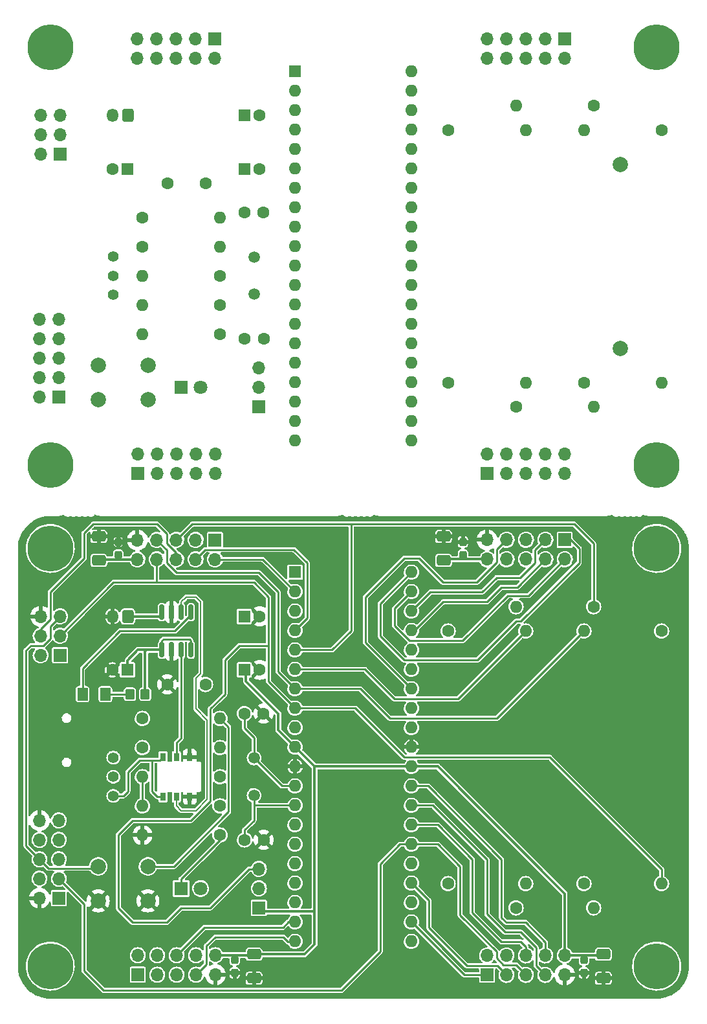
<source format=gbr>
%TF.GenerationSoftware,KiCad,Pcbnew,(6.0.9)*%
%TF.CreationDate,2023-01-08T00:55:17+00:00*%
%TF.ProjectId,il-flatto,696c2d66-6c61-4747-946f-2e6b69636164,rev?*%
%TF.SameCoordinates,Original*%
%TF.FileFunction,Copper,L2,Bot*%
%TF.FilePolarity,Positive*%
%FSLAX46Y46*%
G04 Gerber Fmt 4.6, Leading zero omitted, Abs format (unit mm)*
G04 Created by KiCad (PCBNEW (6.0.9)) date 2023-01-08 00:55:17*
%MOMM*%
%LPD*%
G01*
G04 APERTURE LIST*
G04 Aperture macros list*
%AMRoundRect*
0 Rectangle with rounded corners*
0 $1 Rounding radius*
0 $2 $3 $4 $5 $6 $7 $8 $9 X,Y pos of 4 corners*
0 Add a 4 corners polygon primitive as box body*
4,1,4,$2,$3,$4,$5,$6,$7,$8,$9,$2,$3,0*
0 Add four circle primitives for the rounded corners*
1,1,$1+$1,$2,$3*
1,1,$1+$1,$4,$5*
1,1,$1+$1,$6,$7*
1,1,$1+$1,$8,$9*
0 Add four rect primitives between the rounded corners*
20,1,$1+$1,$2,$3,$4,$5,0*
20,1,$1+$1,$4,$5,$6,$7,0*
20,1,$1+$1,$6,$7,$8,$9,0*
20,1,$1+$1,$8,$9,$2,$3,0*%
G04 Aperture macros list end*
%TA.AperFunction,ComponentPad*%
%ADD10C,1.600000*%
%TD*%
%TA.AperFunction,ComponentPad*%
%ADD11O,1.600000X1.600000*%
%TD*%
%TA.AperFunction,ComponentPad*%
%ADD12C,6.000000*%
%TD*%
%TA.AperFunction,ComponentPad*%
%ADD13R,1.600000X1.600000*%
%TD*%
%TA.AperFunction,ComponentPad*%
%ADD14O,1.700000X1.700000*%
%TD*%
%TA.AperFunction,ComponentPad*%
%ADD15R,1.700000X1.700000*%
%TD*%
%TA.AperFunction,ComponentPad*%
%ADD16C,1.500000*%
%TD*%
%TA.AperFunction,ComponentPad*%
%ADD17C,1.397000*%
%TD*%
%TA.AperFunction,ComponentPad*%
%ADD18C,2.000000*%
%TD*%
%TA.AperFunction,WasherPad*%
%ADD19C,2.000000*%
%TD*%
%TA.AperFunction,ComponentPad*%
%ADD20C,1.800000*%
%TD*%
%TA.AperFunction,ComponentPad*%
%ADD21R,1.800000X1.800000*%
%TD*%
%TA.AperFunction,ComponentPad*%
%ADD22O,1.500000X1.750000*%
%TD*%
%TA.AperFunction,ComponentPad*%
%ADD23RoundRect,0.312500X0.437500X0.562500X-0.437500X0.562500X-0.437500X-0.562500X0.437500X-0.562500X0*%
%TD*%
%TA.AperFunction,SMDPad,CuDef*%
%ADD24RoundRect,0.237500X-0.237500X0.300000X-0.237500X-0.300000X0.237500X-0.300000X0.237500X0.300000X0*%
%TD*%
%TA.AperFunction,SMDPad,CuDef*%
%ADD25R,0.762000X1.117600*%
%TD*%
%TA.AperFunction,SMDPad,CuDef*%
%ADD26RoundRect,0.250001X-0.462499X-0.624999X0.462499X-0.624999X0.462499X0.624999X-0.462499X0.624999X0*%
%TD*%
%TA.AperFunction,SMDPad,CuDef*%
%ADD27RoundRect,0.237500X0.237500X-0.300000X0.237500X0.300000X-0.237500X0.300000X-0.237500X-0.300000X0*%
%TD*%
%TA.AperFunction,SMDPad,CuDef*%
%ADD28RoundRect,0.250000X0.650000X-0.412500X0.650000X0.412500X-0.650000X0.412500X-0.650000X-0.412500X0*%
%TD*%
%TA.AperFunction,SMDPad,CuDef*%
%ADD29RoundRect,0.250000X-0.650000X0.412500X-0.650000X-0.412500X0.650000X-0.412500X0.650000X0.412500X0*%
%TD*%
%TA.AperFunction,SMDPad,CuDef*%
%ADD30RoundRect,0.250000X0.350000X0.450000X-0.350000X0.450000X-0.350000X-0.450000X0.350000X-0.450000X0*%
%TD*%
%TA.AperFunction,SMDPad,CuDef*%
%ADD31RoundRect,0.150000X0.150000X-0.825000X0.150000X0.825000X-0.150000X0.825000X-0.150000X-0.825000X0*%
%TD*%
%TA.AperFunction,Conductor*%
%ADD32C,0.254000*%
%TD*%
%TA.AperFunction,Conductor*%
%ADD33C,0.355600*%
%TD*%
%TA.AperFunction,Conductor*%
%ADD34C,0.200000*%
%TD*%
G04 APERTURE END LIST*
D10*
%TO.P,R1,1*%
%TO.N,USB D+*%
X175260000Y-125730000D03*
D11*
%TO.P,R1,2*%
%TO.N,PB2*%
X185420000Y-125730000D03*
%TD*%
D12*
%TO.P,REF\u002A\u002A,1*%
%TO.N,N/C*%
X242570000Y-99695000D03*
%TD*%
D10*
%TO.P,C6,2*%
%TO.N,GND*%
X190595000Y-50070000D03*
D13*
%TO.P,C6,1*%
%TO.N,VDD*%
X188595000Y-50070000D03*
%TD*%
D14*
%TO.P,SV1(A)1,10,Pin_10*%
%TO.N,VDD*%
X220380000Y-35605000D03*
%TO.P,SV1(A)1,9,Pin_9*%
%TO.N,GND*%
X220380000Y-33065000D03*
%TO.P,SV1(A)1,8,Pin_8*%
%TO.N,PA7*%
X222920000Y-35605000D03*
%TO.P,SV1(A)1,7,Pin_7*%
%TO.N,PA6*%
X222920000Y-33065000D03*
%TO.P,SV1(A)1,6,Pin_6*%
%TO.N,PA5*%
X225460000Y-35605000D03*
%TO.P,SV1(A)1,5,Pin_5*%
%TO.N,PA4*%
X225460000Y-33065000D03*
%TO.P,SV1(A)1,4,Pin_4*%
%TO.N,PA3*%
X228000000Y-35605000D03*
%TO.P,SV1(A)1,3,Pin_3*%
%TO.N,PA2*%
X228000000Y-33065000D03*
%TO.P,SV1(A)1,2,Pin_2*%
%TO.N,PA1*%
X230540000Y-35605000D03*
D15*
%TO.P,SV1(A)1,1,Pin_1*%
%TO.N,PA0*%
X230540000Y-33065000D03*
%TD*%
D10*
%TO.P,R10,1*%
%TO.N,PB0*%
X224155000Y-146685000D03*
D11*
%TO.P,R10,2*%
%TO.N,Net-(R10-Pad2)*%
X234315000Y-146685000D03*
%TD*%
D13*
%TO.P,C4,1*%
%TO.N,VBUS*%
X173310113Y-115570000D03*
D10*
%TO.P,C4,2*%
%TO.N,GND*%
X171310113Y-115570000D03*
%TD*%
D16*
%TO.P,Q1,1,1*%
%TO.N,Q1_2*%
X189865000Y-127090000D03*
%TO.P,Q1,2,2*%
%TO.N,Q1_1*%
X189865000Y-131970000D03*
%TD*%
D14*
%TO.P,SV3(C)1,10,Pin_10*%
%TO.N,VDD*%
X230535000Y-87395000D03*
%TO.P,SV3(C)1,9,Pin_9*%
%TO.N,GND*%
X230535000Y-89935000D03*
%TO.P,SV3(C)1,8,Pin_8*%
%TO.N,PC7*%
X227995000Y-87395000D03*
%TO.P,SV3(C)1,7,Pin_7*%
%TO.N,PC6*%
X227995000Y-89935000D03*
%TO.P,SV3(C)1,6,Pin_6*%
%TO.N,PC5*%
X225455000Y-87395000D03*
%TO.P,SV3(C)1,5,Pin_5*%
%TO.N,PC4*%
X225455000Y-89935000D03*
%TO.P,SV3(C)1,4,Pin_4*%
%TO.N,PC3*%
X222915000Y-87395000D03*
%TO.P,SV3(C)1,3,Pin_3*%
%TO.N,PC2*%
X222915000Y-89935000D03*
%TO.P,SV3(C)1,2,Pin_2*%
%TO.N,PC1*%
X220375000Y-87395000D03*
D15*
%TO.P,SV3(C)1,1,Pin_1*%
%TO.N,PC0*%
X220375000Y-89935000D03*
%TD*%
D10*
%TO.P,R4,1*%
%TO.N,Net-(D1-Pad1)*%
X185420000Y-137160000D03*
D11*
%TO.P,R4,2*%
%TO.N,GND*%
X175260000Y-137160000D03*
%TD*%
D15*
%TO.P,J103,1,Pin_1*%
%TO.N,PB6*%
X164485000Y-113650000D03*
D14*
%TO.P,J103,2,Pin_2*%
%TO.N,VDD*%
X161945000Y-113650000D03*
%TO.P,J103,3,Pin_3*%
%TO.N,PB7*%
X164485000Y-111110000D03*
%TO.P,J103,4,Pin_4*%
%TO.N,PB5*%
X161945000Y-111110000D03*
%TO.P,J103,5,Pin_5*%
%TO.N,n_reset*%
X164485000Y-108570000D03*
%TO.P,J103,6,Pin_6*%
%TO.N,GND*%
X161945000Y-108570000D03*
%TD*%
D13*
%TO.P,C5,1*%
%TO.N,V_BAT*%
X188595000Y-108585000D03*
D10*
%TO.P,C5,2*%
%TO.N,GND*%
X190595000Y-108585000D03*
%TD*%
%TO.P,R2,1*%
%TO.N,PB3*%
X185420000Y-129540000D03*
D11*
%TO.P,R2,2*%
%TO.N,USB D-*%
X175260000Y-129540000D03*
%TD*%
%TO.P,R4,2*%
%TO.N,GND*%
X175260000Y-71660000D03*
D10*
%TO.P,R4,1*%
%TO.N,Net-(D1-Pad1)*%
X185420000Y-71660000D03*
%TD*%
D14*
%TO.P,JP3,3,Pin_3*%
%TO.N,PB7*%
X190500000Y-76090000D03*
%TO.P,JP3,2,Pin_2*%
%TO.N,Net-(D1-Pad2)*%
X190500000Y-78630000D03*
D15*
%TO.P,JP3,1,Pin_1*%
%TO.N,VDD*%
X190500000Y-81170000D03*
%TD*%
D10*
%TO.P,R3,1*%
%TO.N,VDD*%
X185420000Y-133350000D03*
D11*
%TO.P,R3,2*%
%TO.N,USB D-*%
X175260000Y-133350000D03*
%TD*%
D13*
%TO.P,C6,1*%
%TO.N,VDD*%
X188595000Y-115570000D03*
D10*
%TO.P,C6,2*%
%TO.N,GND*%
X190595000Y-115570000D03*
%TD*%
D16*
%TO.P,Q1,2,2*%
%TO.N,Q1_1*%
X189865000Y-66470000D03*
%TO.P,Q1,1,1*%
%TO.N,Q1_2*%
X189865000Y-61590000D03*
%TD*%
D12*
%TO.P,,1*%
%TO.N,N/C*%
X242570000Y-88805000D03*
%TD*%
D10*
%TO.P,C3,2*%
%TO.N,GND*%
X178515000Y-51975000D03*
%TO.P,C3,1*%
%TO.N,VDD*%
X183515000Y-51975000D03*
%TD*%
D17*
%TO.P,S1,3,C*%
%TO.N,V_BAT*%
X171450000Y-61540000D03*
%TO.P,S1,2,B*%
%TO.N,LDO_in*%
X171450000Y-64040000D03*
%TO.P,S1,1,A*%
%TO.N,VBUS*%
X171450000Y-66540000D03*
%TD*%
D12*
%TO.P,REF\u002A\u002A,1*%
%TO.N,N/C*%
X242570000Y-34195000D03*
%TD*%
D11*
%TO.P,R9,2*%
%TO.N,PB6*%
X233045000Y-44990000D03*
D10*
%TO.P,R9,1*%
%TO.N,Net-(R9-Pad1)*%
X243205000Y-44990000D03*
%TD*%
D12*
%TO.P,,1*%
%TO.N,N/C*%
X242570000Y-154305000D03*
%TD*%
D11*
%TO.P,R8,2*%
%TO.N,PB7*%
X243205000Y-78010000D03*
D10*
%TO.P,R8,1*%
%TO.N,Net-(R8-Pad1)*%
X233045000Y-78010000D03*
%TD*%
%TO.P,C4,2*%
%TO.N,GND*%
X171310113Y-50070000D03*
D13*
%TO.P,C4,1*%
%TO.N,VBUS*%
X173310113Y-50070000D03*
%TD*%
D18*
%TO.P,X102,*%
%TO.N,GND*%
X237807172Y-139025000D03*
X237807172Y-115025000D03*
%TD*%
D14*
%TO.P,J5,10,Pin_10*%
%TO.N,GND*%
X161785000Y-69755000D03*
%TO.P,J5,9,Pin_9*%
%TO.N,PC5*%
X164325000Y-69755000D03*
%TO.P,J5,8,Pin_8*%
%TO.N,unconnected-(J5-Pad8)*%
X161785000Y-72295000D03*
%TO.P,J5,7,Pin_7*%
%TO.N,VDD*%
X164325000Y-72295000D03*
%TO.P,J5,6,Pin_6*%
%TO.N,n_reset*%
X161785000Y-74835000D03*
%TO.P,J5,5,Pin_5*%
%TO.N,PC3*%
X164325000Y-74835000D03*
%TO.P,J5,4,Pin_4*%
%TO.N,VDD*%
X161785000Y-77375000D03*
%TO.P,J5,3,Pin_3*%
%TO.N,PC4*%
X164325000Y-77375000D03*
%TO.P,J5,2,Pin_2*%
%TO.N,GND*%
X161785000Y-79915000D03*
D15*
%TO.P,J5,1,Pin_1*%
%TO.N,PC2*%
X164325000Y-79915000D03*
%TD*%
%TO.P,SV1(A)1,1,Pin_1*%
%TO.N,PA0*%
X230540000Y-98565000D03*
D14*
%TO.P,SV1(A)1,2,Pin_2*%
%TO.N,PA1*%
X230540000Y-101105000D03*
%TO.P,SV1(A)1,3,Pin_3*%
%TO.N,PA2*%
X228000000Y-98565000D03*
%TO.P,SV1(A)1,4,Pin_4*%
%TO.N,PA3*%
X228000000Y-101105000D03*
%TO.P,SV1(A)1,5,Pin_5*%
%TO.N,PA4*%
X225460000Y-98565000D03*
%TO.P,SV1(A)1,6,Pin_6*%
%TO.N,PA5*%
X225460000Y-101105000D03*
%TO.P,SV1(A)1,7,Pin_7*%
%TO.N,PA6*%
X222920000Y-98565000D03*
%TO.P,SV1(A)1,8,Pin_8*%
%TO.N,PA7*%
X222920000Y-101105000D03*
%TO.P,SV1(A)1,9,Pin_9*%
%TO.N,GND*%
X220380000Y-98565000D03*
%TO.P,SV1(A)1,10,Pin_10*%
%TO.N,VDD*%
X220380000Y-101105000D03*
%TD*%
D10*
%TO.P,R9,1*%
%TO.N,Net-(R9-Pad1)*%
X243205000Y-110490000D03*
D11*
%TO.P,R9,2*%
%TO.N,PB6*%
X233045000Y-110490000D03*
%TD*%
%TO.P,R2,2*%
%TO.N,USB D-*%
X175260000Y-64040000D03*
D10*
%TO.P,R2,1*%
%TO.N,PB3*%
X185420000Y-64040000D03*
%TD*%
D11*
%TO.P,R3,2*%
%TO.N,USB D-*%
X175260000Y-67850000D03*
D10*
%TO.P,R3,1*%
%TO.N,VDD*%
X185420000Y-67850000D03*
%TD*%
D12*
%TO.P,,1*%
%TO.N,N/C*%
X163195000Y-34195000D03*
%TD*%
D11*
%TO.P,IC1,40,PA0*%
%TO.N,PA0*%
X210480000Y-37300000D03*
%TO.P,IC1,39,PA1*%
%TO.N,PA1*%
X210480000Y-39840000D03*
%TO.P,IC1,38,PA2*%
%TO.N,PA2*%
X210480000Y-42380000D03*
%TO.P,IC1,37,PA3*%
%TO.N,PA3*%
X210480000Y-44920000D03*
%TO.P,IC1,36,PA4*%
%TO.N,PA4*%
X210480000Y-47460000D03*
%TO.P,IC1,35,PA5*%
%TO.N,PA5*%
X210480000Y-50000000D03*
%TO.P,IC1,34,PA6*%
%TO.N,PA6*%
X210480000Y-52540000D03*
%TO.P,IC1,33,PA7*%
%TO.N,PA7*%
X210480000Y-55080000D03*
%TO.P,IC1,32,AREF*%
%TO.N,VDD*%
X210480000Y-57620000D03*
%TO.P,IC1,31,GND*%
%TO.N,GND*%
X210480000Y-60160000D03*
%TO.P,IC1,30,AVCC*%
%TO.N,VDD*%
X210480000Y-62700000D03*
%TO.P,IC1,29,PC7*%
%TO.N,PC7*%
X210480000Y-65240000D03*
%TO.P,IC1,28,PC6*%
%TO.N,PC6*%
X210480000Y-67780000D03*
%TO.P,IC1,27,PC5*%
%TO.N,PC5*%
X210480000Y-70320000D03*
%TO.P,IC1,26,PC4*%
%TO.N,PC4*%
X210480000Y-72860000D03*
%TO.P,IC1,25,PC3*%
%TO.N,PC3*%
X210480000Y-75400000D03*
%TO.P,IC1,24,PC2*%
%TO.N,PC2*%
X210480000Y-77940000D03*
%TO.P,IC1,23,PC1*%
%TO.N,PC1*%
X210480000Y-80480000D03*
%TO.P,IC1,22,PC0*%
%TO.N,PC0*%
X210480000Y-83020000D03*
%TO.P,IC1,21,PD7*%
%TO.N,PD7*%
X210480000Y-85560000D03*
%TO.P,IC1,20,PD6*%
%TO.N,PD6*%
X195240000Y-85560000D03*
%TO.P,IC1,19,PD5*%
%TO.N,PD5*%
X195240000Y-83020000D03*
%TO.P,IC1,18,PD4*%
%TO.N,PD4*%
X195240000Y-80480000D03*
%TO.P,IC1,17,PD3*%
%TO.N,PD3*%
X195240000Y-77940000D03*
%TO.P,IC1,16,PD2*%
%TO.N,PD2*%
X195240000Y-75400000D03*
%TO.P,IC1,15,PD1*%
%TO.N,PD1*%
X195240000Y-72860000D03*
%TO.P,IC1,14,PD0*%
%TO.N,PD0*%
X195240000Y-70320000D03*
%TO.P,IC1,13,XTAL1*%
%TO.N,Q1_1*%
X195240000Y-67780000D03*
%TO.P,IC1,12,XTAL2*%
%TO.N,Q1_2*%
X195240000Y-65240000D03*
%TO.P,IC1,11,GND*%
%TO.N,GND*%
X195240000Y-62700000D03*
%TO.P,IC1,10,VCC*%
%TO.N,VDD*%
X195240000Y-60160000D03*
%TO.P,IC1,9,~{RESET}*%
%TO.N,n_reset*%
X195240000Y-57620000D03*
%TO.P,IC1,8,PB7*%
%TO.N,PB7*%
X195240000Y-55080000D03*
%TO.P,IC1,7,PB6*%
%TO.N,PB6*%
X195240000Y-52540000D03*
%TO.P,IC1,6,PB5*%
%TO.N,PB5*%
X195240000Y-50000000D03*
%TO.P,IC1,5,PB4*%
%TO.N,PB4*%
X195240000Y-47460000D03*
%TO.P,IC1,4,PB3*%
%TO.N,PB3*%
X195240000Y-44920000D03*
%TO.P,IC1,3,PB2*%
%TO.N,PB2*%
X195240000Y-42380000D03*
%TO.P,IC1,2,PB1*%
%TO.N,PB1*%
X195240000Y-39840000D03*
D13*
%TO.P,IC1,1,PB0*%
%TO.N,PB0*%
X195240000Y-37300000D03*
%TD*%
D19*
%TO.P,X2,*%
%TO.N,*%
X237807172Y-49525000D03*
X237807172Y-73525000D03*
%TD*%
D11*
%TO.P,R5,2*%
%TO.N,n_reset*%
X185420000Y-56420000D03*
D10*
%TO.P,R5,1*%
%TO.N,VDD*%
X175260000Y-56420000D03*
%TD*%
D20*
%TO.P,D1,2,A*%
%TO.N,Net-(D1-Pad2)*%
X182875000Y-78645000D03*
D21*
%TO.P,D1,1,K*%
%TO.N,Net-(D1-Pad1)*%
X180335000Y-78645000D03*
%TD*%
D11*
%TO.P,R1,2*%
%TO.N,PB2*%
X185420000Y-60230000D03*
D10*
%TO.P,R1,1*%
%TO.N,USB D+*%
X175260000Y-60230000D03*
%TD*%
%TO.P,R5,1*%
%TO.N,VDD*%
X175260000Y-121920000D03*
D11*
%TO.P,R5,2*%
%TO.N,n_reset*%
X185420000Y-121920000D03*
%TD*%
D10*
%TO.P,C3,1*%
%TO.N,VDD*%
X183515000Y-117475000D03*
%TO.P,C3,2*%
%TO.N,GND*%
X178515000Y-117475000D03*
%TD*%
D11*
%TO.P,R10,2*%
%TO.N,Net-(R10-Pad2)*%
X234315000Y-81185000D03*
D10*
%TO.P,R10,1*%
%TO.N,PB0*%
X224155000Y-81185000D03*
%TD*%
D22*
%TO.P,X3,2,Pin_2*%
%TO.N,GND*%
X171355000Y-43085000D03*
D23*
%TO.P,X3,1,Pin_1*%
%TO.N,V_BAT*%
X173355000Y-43085000D03*
%TD*%
D15*
%TO.P,JP103,1,Pin_1*%
%TO.N,VDD*%
X190500000Y-146670000D03*
D14*
%TO.P,JP103,2,Pin_2*%
%TO.N,Net-(D101-Pad2)*%
X190500000Y-144130000D03*
%TO.P,JP103,3,Pin_3*%
%TO.N,PB7*%
X190500000Y-141590000D03*
%TD*%
D10*
%TO.P,R7,1*%
%TO.N,Net-(R7-Pad1)*%
X215265000Y-110490000D03*
D11*
%TO.P,R7,2*%
%TO.N,PB5*%
X225425000Y-110490000D03*
%TD*%
D10*
%TO.P,C1,1*%
%TO.N,GND*%
X191135000Y-137795000D03*
%TO.P,C1,2*%
%TO.N,Q1_1*%
X188635000Y-137795000D03*
%TD*%
D12*
%TO.P,,1*%
%TO.N,N/C*%
X163195000Y-99695000D03*
%TD*%
D14*
%TO.P,SV4(D)1,10,Pin_10*%
%TO.N,VDD*%
X184815000Y-87375000D03*
%TO.P,SV4(D)1,9,Pin_9*%
%TO.N,GND*%
X184815000Y-89915000D03*
%TO.P,SV4(D)1,8,Pin_8*%
%TO.N,PD7*%
X182275000Y-87375000D03*
%TO.P,SV4(D)1,7,Pin_7*%
%TO.N,PD6*%
X182275000Y-89915000D03*
%TO.P,SV4(D)1,6,Pin_6*%
%TO.N,PD5*%
X179735000Y-87375000D03*
%TO.P,SV4(D)1,5,Pin_5*%
%TO.N,PD4*%
X179735000Y-89915000D03*
%TO.P,SV4(D)1,4,Pin_4*%
%TO.N,PD3*%
X177195000Y-87375000D03*
%TO.P,SV4(D)1,3,Pin_3*%
%TO.N,PD2*%
X177195000Y-89915000D03*
%TO.P,SV4(D)1,2,Pin_2*%
%TO.N,PD1*%
X174655000Y-87375000D03*
D15*
%TO.P,SV4(D)1,1,Pin_1*%
%TO.N,PD0*%
X174655000Y-89915000D03*
%TD*%
D10*
%TO.P,R8,1*%
%TO.N,Net-(R8-Pad1)*%
X233045000Y-143510000D03*
D11*
%TO.P,R8,2*%
%TO.N,PB7*%
X243205000Y-143510000D03*
%TD*%
D18*
%TO.P,S2,2,B*%
%TO.N,n_reset*%
X175970000Y-75760000D03*
X169470000Y-75760000D03*
%TO.P,S2,1,A*%
%TO.N,GND*%
X169470000Y-80260000D03*
X175970000Y-80260000D03*
%TD*%
D14*
%TO.P,J3,6,Pin_6*%
%TO.N,GND*%
X161945000Y-43070000D03*
%TO.P,J3,5,Pin_5*%
%TO.N,n_reset*%
X164485000Y-43070000D03*
%TO.P,J3,4,Pin_4*%
%TO.N,PB5*%
X161945000Y-45610000D03*
%TO.P,J3,3,Pin_3*%
%TO.N,PB7*%
X164485000Y-45610000D03*
%TO.P,J3,2,Pin_2*%
%TO.N,VDD*%
X161945000Y-48150000D03*
D15*
%TO.P,J3,1,Pin_1*%
%TO.N,PB6*%
X164485000Y-48150000D03*
%TD*%
D21*
%TO.P,D1,1,K*%
%TO.N,Net-(D1-Pad1)*%
X180335000Y-144145000D03*
D20*
%TO.P,D1,2,A*%
%TO.N,Net-(D1-Pad2)*%
X182875000Y-144145000D03*
%TD*%
D12*
%TO.P,,1*%
%TO.N,N/C*%
X163195000Y-154305000D03*
%TD*%
D11*
%TO.P,R11,2*%
%TO.N,PB1*%
X225425000Y-78010000D03*
D10*
%TO.P,R11,1*%
%TO.N,Net-(R11-Pad1)*%
X215265000Y-78010000D03*
%TD*%
D15*
%TO.P,J105,1,Pin_1*%
%TO.N,PC2*%
X164325000Y-145415000D03*
D14*
%TO.P,J105,2,Pin_2*%
%TO.N,GND*%
X161785000Y-145415000D03*
%TO.P,J105,3,Pin_3*%
%TO.N,PC4*%
X164325000Y-142875000D03*
%TO.P,J105,4,Pin_4*%
%TO.N,VDD*%
X161785000Y-142875000D03*
%TO.P,J105,5,Pin_5*%
%TO.N,PC3*%
X164325000Y-140335000D03*
%TO.P,J105,6,Pin_6*%
%TO.N,n_reset*%
X161785000Y-140335000D03*
%TO.P,J105,7,Pin_7*%
%TO.N,VDD*%
X164325000Y-137795000D03*
%TO.P,J105,8,Pin_8*%
%TO.N,unconnected-(J105-Pad8)*%
X161785000Y-137795000D03*
%TO.P,J105,9,Pin_9*%
%TO.N,PC5*%
X164325000Y-135255000D03*
%TO.P,J105,10,Pin_10*%
%TO.N,GND*%
X161785000Y-135255000D03*
%TD*%
D11*
%TO.P,R6,2*%
%TO.N,Net-(R6-Pad2)*%
X224155000Y-41815000D03*
D10*
%TO.P,R6,1*%
%TO.N,PB4*%
X234315000Y-41815000D03*
%TD*%
D23*
%TO.P,X103,1,Pin_1*%
%TO.N,V_BAT*%
X173355000Y-108585000D03*
D22*
%TO.P,X103,2,Pin_2*%
%TO.N,GND*%
X171355000Y-108585000D03*
%TD*%
D15*
%TO.P,SV3(C)1,1,Pin_1*%
%TO.N,PC0*%
X220375000Y-155435000D03*
D14*
%TO.P,SV3(C)1,2,Pin_2*%
%TO.N,PC1*%
X220375000Y-152895000D03*
%TO.P,SV3(C)1,3,Pin_3*%
%TO.N,PC2*%
X222915000Y-155435000D03*
%TO.P,SV3(C)1,4,Pin_4*%
%TO.N,PC3*%
X222915000Y-152895000D03*
%TO.P,SV3(C)1,5,Pin_5*%
%TO.N,PC4*%
X225455000Y-155435000D03*
%TO.P,SV3(C)1,6,Pin_6*%
%TO.N,PC5*%
X225455000Y-152895000D03*
%TO.P,SV3(C)1,7,Pin_7*%
%TO.N,PC6*%
X227995000Y-155435000D03*
%TO.P,SV3(C)1,8,Pin_8*%
%TO.N,PC7*%
X227995000Y-152895000D03*
%TO.P,SV3(C)1,9,Pin_9*%
%TO.N,GND*%
X230535000Y-155435000D03*
%TO.P,SV3(C)1,10,Pin_10*%
%TO.N,VDD*%
X230535000Y-152895000D03*
%TD*%
D12*
%TO.P,,1*%
%TO.N,GND*%
X163195000Y-88805000D03*
%TD*%
D10*
%TO.P,C2,1*%
%TO.N,GND*%
X191115000Y-121285000D03*
%TO.P,C2,2*%
%TO.N,Q1_2*%
X188615000Y-121285000D03*
%TD*%
D15*
%TO.P,SV2(B)1,1,Pin_1*%
%TO.N,PB0*%
X184755000Y-98585000D03*
D14*
%TO.P,SV2(B)1,2,Pin_2*%
%TO.N,PB1*%
X184755000Y-101125000D03*
%TO.P,SV2(B)1,3,Pin_3*%
%TO.N,PB2*%
X182215000Y-98585000D03*
%TO.P,SV2(B)1,4,Pin_4*%
%TO.N,PB3*%
X182215000Y-101125000D03*
%TO.P,SV2(B)1,5,Pin_5*%
%TO.N,PB4*%
X179675000Y-98585000D03*
%TO.P,SV2(B)1,6,Pin_6*%
%TO.N,PB5*%
X179675000Y-101125000D03*
%TO.P,SV2(B)1,7,Pin_7*%
%TO.N,PB6*%
X177135000Y-98585000D03*
%TO.P,SV2(B)1,8,Pin_8*%
%TO.N,PB7*%
X177135000Y-101125000D03*
%TO.P,SV2(B)1,9,Pin_9*%
%TO.N,GND*%
X174595000Y-98585000D03*
%TO.P,SV2(B)1,10,Pin_10*%
%TO.N,VDD*%
X174595000Y-101125000D03*
%TD*%
D10*
%TO.P,C5,2*%
%TO.N,GND*%
X190595000Y-43085000D03*
D13*
%TO.P,C5,1*%
%TO.N,V_BAT*%
X188595000Y-43085000D03*
%TD*%
D10*
%TO.P,C2,2*%
%TO.N,Q1_2*%
X188615000Y-55785000D03*
%TO.P,C2,1*%
%TO.N,GND*%
X191115000Y-55785000D03*
%TD*%
D18*
%TO.P,S2,1,A*%
%TO.N,GND*%
X169470000Y-145760000D03*
X175970000Y-145760000D03*
%TO.P,S2,2,B*%
%TO.N,n_reset*%
X175970000Y-141260000D03*
X169470000Y-141260000D03*
%TD*%
D10*
%TO.P,R11,1*%
%TO.N,Net-(R11-Pad1)*%
X215265000Y-143510000D03*
D11*
%TO.P,R11,2*%
%TO.N,PB1*%
X225425000Y-143510000D03*
%TD*%
D15*
%TO.P,SV4(D)1,1,Pin_1*%
%TO.N,PD0*%
X174655000Y-155415000D03*
D14*
%TO.P,SV4(D)1,2,Pin_2*%
%TO.N,PD1*%
X174655000Y-152875000D03*
%TO.P,SV4(D)1,3,Pin_3*%
%TO.N,PD2*%
X177195000Y-155415000D03*
%TO.P,SV4(D)1,4,Pin_4*%
%TO.N,PD3*%
X177195000Y-152875000D03*
%TO.P,SV4(D)1,5,Pin_5*%
%TO.N,PD4*%
X179735000Y-155415000D03*
%TO.P,SV4(D)1,6,Pin_6*%
%TO.N,PD5*%
X179735000Y-152875000D03*
%TO.P,SV4(D)1,7,Pin_7*%
%TO.N,PD6*%
X182275000Y-155415000D03*
%TO.P,SV4(D)1,8,Pin_8*%
%TO.N,PD7*%
X182275000Y-152875000D03*
%TO.P,SV4(D)1,9,Pin_9*%
%TO.N,GND*%
X184815000Y-155415000D03*
%TO.P,SV4(D)1,10,Pin_10*%
%TO.N,VDD*%
X184815000Y-152875000D03*
%TD*%
D11*
%TO.P,R7,2*%
%TO.N,PB5*%
X225425000Y-44990000D03*
D10*
%TO.P,R7,1*%
%TO.N,Net-(R7-Pad1)*%
X215265000Y-44990000D03*
%TD*%
D14*
%TO.P,SV2(B)1,10,Pin_10*%
%TO.N,VDD*%
X174595000Y-35625000D03*
%TO.P,SV2(B)1,9,Pin_9*%
%TO.N,GND*%
X174595000Y-33085000D03*
%TO.P,SV2(B)1,8,Pin_8*%
%TO.N,PB7*%
X177135000Y-35625000D03*
%TO.P,SV2(B)1,7,Pin_7*%
%TO.N,PB6*%
X177135000Y-33085000D03*
%TO.P,SV2(B)1,6,Pin_6*%
%TO.N,PB5*%
X179675000Y-35625000D03*
%TO.P,SV2(B)1,5,Pin_5*%
%TO.N,PB4*%
X179675000Y-33085000D03*
%TO.P,SV2(B)1,4,Pin_4*%
%TO.N,PB3*%
X182215000Y-35625000D03*
%TO.P,SV2(B)1,3,Pin_3*%
%TO.N,PB2*%
X182215000Y-33085000D03*
%TO.P,SV2(B)1,2,Pin_2*%
%TO.N,PB1*%
X184755000Y-35625000D03*
D15*
%TO.P,SV2(B)1,1,Pin_1*%
%TO.N,PB0*%
X184755000Y-33085000D03*
%TD*%
D13*
%TO.P,,1,PB0*%
%TO.N,PB0*%
X195240000Y-102800000D03*
D11*
%TO.P,,2,PB1*%
%TO.N,PB1*%
X195240000Y-105340000D03*
%TO.P,,3,PB2*%
%TO.N,PB2*%
X195240000Y-107880000D03*
%TO.P,,4,PB3*%
%TO.N,PB3*%
X195240000Y-110420000D03*
%TO.P,,5,PB4*%
%TO.N,PB4*%
X195240000Y-112960000D03*
%TO.P,,6,PB5*%
%TO.N,PB5*%
X195240000Y-115500000D03*
%TO.P,,7,PB6*%
%TO.N,PB6*%
X195240000Y-118040000D03*
%TO.P,,8,PB7*%
%TO.N,PB7*%
X195240000Y-120580000D03*
%TO.P,,9,~{RESET}*%
%TO.N,n_reset*%
X195240000Y-123120000D03*
%TO.P,,10,VCC*%
%TO.N,VDD*%
X195240000Y-125660000D03*
%TO.P,,11,GND*%
%TO.N,GND*%
X195240000Y-128200000D03*
%TO.P,,12,XTAL2*%
%TO.N,Q1_2*%
X195240000Y-130740000D03*
%TO.P,,13,XTAL1*%
%TO.N,Q1_1*%
X195240000Y-133280000D03*
%TO.P,,14,PD0*%
%TO.N,PD0*%
X195240000Y-135820000D03*
%TO.P,,15,PD1*%
%TO.N,PD1*%
X195240000Y-138360000D03*
%TO.P,,16,PD2*%
%TO.N,PD2*%
X195240000Y-140900000D03*
%TO.P,,17,PD3*%
%TO.N,PD3*%
X195240000Y-143440000D03*
%TO.P,,18,PD4*%
%TO.N,PD4*%
X195240000Y-145980000D03*
%TO.P,,19,PD5*%
%TO.N,PD5*%
X195240000Y-148520000D03*
%TO.P,,20,PD6*%
%TO.N,PD6*%
X195240000Y-151060000D03*
%TO.P,,21,PD7*%
%TO.N,PD7*%
X210480000Y-151060000D03*
%TO.P,,22,PC0*%
%TO.N,PC0*%
X210480000Y-148520000D03*
%TO.P,,23,PC1*%
%TO.N,PC1*%
X210480000Y-145980000D03*
%TO.P,,24,PC2*%
%TO.N,PC2*%
X210480000Y-143440000D03*
%TO.P,,25,PC3*%
%TO.N,PC3*%
X210480000Y-140900000D03*
%TO.P,,26,PC4*%
%TO.N,PC4*%
X210480000Y-138360000D03*
%TO.P,,27,PC5*%
%TO.N,PC5*%
X210480000Y-135820000D03*
%TO.P,,28,PC6*%
%TO.N,PC6*%
X210480000Y-133280000D03*
%TO.P,,29,PC7*%
%TO.N,PC7*%
X210480000Y-130740000D03*
%TO.P,,30,AVCC*%
%TO.N,VDD*%
X210480000Y-128200000D03*
%TO.P,,31,GND*%
%TO.N,GND*%
X210480000Y-125660000D03*
%TO.P,,32,AREF*%
%TO.N,VDD*%
X210480000Y-123120000D03*
%TO.P,,33,PA7*%
%TO.N,PA7*%
X210480000Y-120580000D03*
%TO.P,,34,PA6*%
%TO.N,PA6*%
X210480000Y-118040000D03*
%TO.P,,35,PA5*%
%TO.N,PA5*%
X210480000Y-115500000D03*
%TO.P,,36,PA4*%
%TO.N,PA4*%
X210480000Y-112960000D03*
%TO.P,,37,PA3*%
%TO.N,PA3*%
X210480000Y-110420000D03*
%TO.P,,38,PA2*%
%TO.N,PA2*%
X210480000Y-107880000D03*
%TO.P,,39,PA1*%
%TO.N,PA1*%
X210480000Y-105340000D03*
%TO.P,,40,PA0*%
%TO.N,PA0*%
X210480000Y-102800000D03*
%TD*%
D10*
%TO.P,R6,1*%
%TO.N,PB4*%
X234315000Y-107315000D03*
D11*
%TO.P,R6,2*%
%TO.N,Net-(R6-Pad2)*%
X224155000Y-107315000D03*
%TD*%
D17*
%TO.P,S1,1,A*%
%TO.N,VBUS*%
X171450000Y-132040000D03*
%TO.P,S1,2,B*%
%TO.N,LDO_in*%
X171450000Y-129540000D03*
%TO.P,S1,3,C*%
%TO.N,V_BAT*%
X171450000Y-127040000D03*
%TD*%
D10*
%TO.P,C1,2*%
%TO.N,Q1_1*%
X188635000Y-72295000D03*
%TO.P,C1,1*%
%TO.N,GND*%
X191135000Y-72295000D03*
%TD*%
D24*
%TO.P,C13,1*%
%TO.N,VDD*%
X187325000Y-153442500D03*
%TO.P,C13,2*%
%TO.N,GND*%
X187325000Y-155167500D03*
%TD*%
D25*
%TO.P,S3,1,A*%
%TO.N,GND*%
X181455002Y-132130800D03*
%TO.P,S3,2,B*%
%TO.N,Net-(IC3-Pad7)*%
X179705000Y-132130800D03*
%TO.P,S3,3,C*%
%TO.N,VBUS*%
X177955001Y-132130800D03*
%TO.P,S3,4,A*%
%TO.N,GND*%
X181454999Y-126949200D03*
%TO.P,S3,5,B*%
%TO.N,Net-(IC3-Pad2)*%
X179705000Y-126949200D03*
%TO.P,S3,6,C*%
%TO.N,VBUS*%
X177954998Y-126949200D03*
%TD*%
D24*
%TO.P,C14,1*%
%TO.N,VDD*%
X233045000Y-153442500D03*
%TO.P,C14,2*%
%TO.N,GND*%
X233045000Y-155167500D03*
%TD*%
D26*
%TO.P,D2,1,K*%
%TO.N,Net-(D2-Pad1)*%
X167422500Y-118745000D03*
%TO.P,D2,2,A*%
%TO.N,Net-(D2-Pad2)*%
X170397500Y-118745000D03*
%TD*%
D27*
%TO.P,C11,1*%
%TO.N,VDD*%
X217205000Y-100557500D03*
%TO.P,C11,2*%
%TO.N,GND*%
X217205000Y-98832500D03*
%TD*%
%TO.P,C12,1*%
%TO.N,VDD*%
X172085000Y-100557500D03*
%TO.P,C12,2*%
%TO.N,GND*%
X172085000Y-98832500D03*
%TD*%
D28*
%TO.P,C7,1*%
%TO.N,VDD*%
X214665000Y-101257500D03*
%TO.P,C7,2*%
%TO.N,GND*%
X214665000Y-98132500D03*
%TD*%
D29*
%TO.P,C9,1*%
%TO.N,VDD*%
X235585000Y-152742500D03*
%TO.P,C9,2*%
%TO.N,GND*%
X235585000Y-155867500D03*
%TD*%
D28*
%TO.P,C8,1*%
%TO.N,VDD*%
X169545000Y-101257500D03*
%TO.P,C8,2*%
%TO.N,GND*%
X169545000Y-98132500D03*
%TD*%
D29*
%TO.P,C10,1*%
%TO.N,VDD*%
X189865000Y-152742500D03*
%TO.P,C10,2*%
%TO.N,GND*%
X189865000Y-155867500D03*
%TD*%
D30*
%TO.P,R12,1*%
%TO.N,VBUS*%
X175625000Y-118745000D03*
%TO.P,R12,2*%
%TO.N,Net-(D2-Pad2)*%
X173625000Y-118745000D03*
%TD*%
D31*
%TO.P,IC3,1,SELV*%
%TO.N,VBUS*%
X181610000Y-112965000D03*
%TO.P,IC3,2,SELI*%
%TO.N,Net-(IC3-Pad2)*%
X180340000Y-112965000D03*
%TO.P,IC3,3,GND*%
%TO.N,GND*%
X179070000Y-112965000D03*
%TO.P,IC3,4,IN*%
%TO.N,VBUS*%
X177800000Y-112965000D03*
%TO.P,IC3,5,BATT*%
%TO.N,V_BAT*%
X177800000Y-108015000D03*
%TO.P,IC3,6,GND*%
%TO.N,GND*%
X179070000Y-108015000D03*
%TO.P,IC3,7,EN*%
%TO.N,Net-(IC3-Pad7)*%
X180340000Y-108015000D03*
%TO.P,IC3,8,~{CHG}*%
%TO.N,Net-(D2-Pad1)*%
X181610000Y-108015000D03*
%TD*%
D32*
%TO.N,PB1*%
X184755000Y-101125000D02*
X191025000Y-101125000D01*
X191025000Y-101125000D02*
X195240000Y-105340000D01*
%TO.N,PB3*%
X183493000Y-99847000D02*
X182215000Y-101125000D01*
X195097000Y-99847000D02*
X183493000Y-99847000D01*
X196850000Y-108810000D02*
X196850000Y-101600000D01*
X195240000Y-110420000D02*
X196850000Y-108810000D01*
X196850000Y-101600000D02*
X195097000Y-99847000D01*
%TO.N,PB4*%
X234315000Y-99060000D02*
X231775000Y-96520000D01*
X202565000Y-110490000D02*
X200095000Y-112960000D01*
X234315000Y-107315000D02*
X234315000Y-99060000D01*
X181740000Y-96520000D02*
X179675000Y-98585000D01*
X202565000Y-96520000D02*
X181740000Y-96520000D01*
X231775000Y-96520000D02*
X202565000Y-96520000D01*
X200095000Y-112960000D02*
X195240000Y-112960000D01*
X202565000Y-96520000D02*
X202565000Y-110490000D01*
%TO.N,PB5*%
X167640000Y-100965000D02*
X163195000Y-105410000D01*
X208280000Y-119380000D02*
X204400000Y-115500000D01*
X179675000Y-101125000D02*
X179675000Y-100249530D01*
X177165000Y-96520000D02*
X168776999Y-96520000D01*
X225425000Y-110490000D02*
X216535000Y-119380000D01*
X163195000Y-105410000D02*
X163195000Y-108984530D01*
X168776999Y-96520000D02*
X167640000Y-97656999D01*
X178435000Y-99009530D02*
X178435000Y-97790000D01*
X179675000Y-100249530D02*
X178435000Y-99009530D01*
X216535000Y-119380000D02*
X208280000Y-119380000D01*
X178435000Y-97790000D02*
X177165000Y-96520000D01*
X167640000Y-97656999D02*
X167640000Y-100965000D01*
X204400000Y-115500000D02*
X195240000Y-115500000D01*
X161945000Y-110234530D02*
X161945000Y-111110000D01*
X163195000Y-108984530D02*
X161945000Y-110234530D01*
%TO.N,PB6*%
X203765000Y-118040000D02*
X195240000Y-118040000D01*
X221615000Y-121920000D02*
X207645000Y-121920000D01*
X207645000Y-121920000D02*
X203765000Y-118040000D01*
X177135000Y-98585000D02*
X178435000Y-99885000D01*
X193040000Y-105410000D02*
X193040000Y-115840000D01*
X190500000Y-102870000D02*
X193040000Y-105410000D01*
X179705000Y-102870000D02*
X190500000Y-102870000D01*
X233045000Y-110490000D02*
X221615000Y-121920000D01*
X193040000Y-115840000D02*
X195240000Y-118040000D01*
X178435000Y-99885000D02*
X178435000Y-101600000D01*
X178435000Y-101600000D02*
X179705000Y-102870000D01*
%TO.N,PB7*%
X184150000Y-146685000D02*
X180340000Y-146685000D01*
X191770000Y-106045000D02*
X189865000Y-104140000D01*
X172085000Y-146685000D02*
X172085000Y-137160000D01*
X195240000Y-120580000D02*
X191770000Y-117110000D01*
X189245000Y-141590000D02*
X184150000Y-146685000D01*
X203130000Y-120580000D02*
X195240000Y-120580000D01*
X186055000Y-114300000D02*
X187960000Y-112395000D01*
X190500000Y-141590000D02*
X189245000Y-141590000D01*
X180340000Y-146685000D02*
X178435000Y-148590000D01*
X177135000Y-104110000D02*
X177165000Y-104140000D01*
X243205000Y-141605000D02*
X228600000Y-127000000D01*
X171455000Y-104140000D02*
X164485000Y-111110000D01*
X184150000Y-132715000D02*
X184150000Y-120650000D01*
X177135000Y-100985000D02*
X177135000Y-104110000D01*
X191770000Y-117110000D02*
X191770000Y-106045000D01*
X187960000Y-112395000D02*
X191770000Y-112395000D01*
X209550000Y-127000000D02*
X203130000Y-120580000D01*
X173990000Y-148590000D02*
X172085000Y-146685000D01*
X172085000Y-137160000D02*
X173990000Y-135255000D01*
X173990000Y-135255000D02*
X181610000Y-135255000D01*
X189865000Y-104140000D02*
X171455000Y-104140000D01*
X186055000Y-118745000D02*
X186055000Y-114300000D01*
X181610000Y-135255000D02*
X184150000Y-132715000D01*
X228600000Y-127000000D02*
X209550000Y-127000000D01*
X243205000Y-143510000D02*
X243205000Y-141605000D01*
X184150000Y-120650000D02*
X186055000Y-118745000D01*
X178435000Y-148590000D02*
X173990000Y-148590000D01*
%TO.N,n_reset*%
X169218000Y-141512000D02*
X162962000Y-141512000D01*
X179415000Y-141260000D02*
X186547000Y-134128000D01*
X161785000Y-140335000D02*
X160020000Y-138570000D01*
X169470000Y-141260000D02*
X169218000Y-141512000D01*
X175970000Y-141260000D02*
X179415000Y-141260000D01*
X186547000Y-123047000D02*
X185420000Y-121920000D01*
X186547000Y-134128000D02*
X186547000Y-123047000D01*
X160020000Y-113030000D02*
X160655000Y-112395000D01*
X160655000Y-112395000D02*
X162324530Y-112395000D01*
X162324530Y-112395000D02*
X163195000Y-111524530D01*
X163195000Y-111524530D02*
X163195000Y-109860000D01*
X160020000Y-138570000D02*
X160020000Y-113030000D01*
X162962000Y-141512000D02*
X161785000Y-140335000D01*
X163195000Y-109860000D02*
X164485000Y-108570000D01*
%TO.N,PD5*%
X179735000Y-152875000D02*
X183385000Y-149225000D01*
X193675000Y-149225000D02*
X194380000Y-148520000D01*
X183385000Y-149225000D02*
X193675000Y-149225000D01*
X194380000Y-148520000D02*
X195240000Y-148520000D01*
%TO.N,PD6*%
X183638000Y-154052000D02*
X183638000Y-151642000D01*
X194310000Y-151130000D02*
X195170000Y-151130000D01*
X182275000Y-155415000D02*
X183638000Y-154052000D01*
X195170000Y-151130000D02*
X195240000Y-151060000D01*
X183638000Y-151642000D02*
X184785000Y-150495000D01*
X193675000Y-150495000D02*
X194310000Y-151130000D01*
X184785000Y-150495000D02*
X193675000Y-150495000D01*
D33*
%TO.N,VDD*%
X184815000Y-152875000D02*
X189732500Y-152875000D01*
X196507500Y-152742500D02*
X197780000Y-151470000D01*
X190500000Y-146670000D02*
X190987800Y-147157800D01*
X213925000Y-128200000D02*
X210480000Y-128200000D01*
X189732500Y-152875000D02*
X189865000Y-152742500D01*
X230535000Y-152895000D02*
X235432500Y-152895000D01*
X195240000Y-125660000D02*
X193040000Y-123460000D01*
X188820113Y-117065113D02*
X188820113Y-115570000D01*
X197647200Y-147157800D02*
X197780000Y-147025000D01*
X198050000Y-128200000D02*
X197780000Y-128200000D01*
X197780000Y-147025000D02*
X197780000Y-128200000D01*
X230535000Y-152895000D02*
X230535000Y-144810000D01*
X214817500Y-101105000D02*
X214665000Y-101257500D01*
X235432500Y-152895000D02*
X235585000Y-152742500D01*
X169677500Y-101125000D02*
X169545000Y-101257500D01*
X193040000Y-121285000D02*
X188820113Y-117065113D01*
X174595000Y-101125000D02*
X169677500Y-101125000D01*
X220380000Y-101105000D02*
X214817500Y-101105000D01*
X193040000Y-123460000D02*
X193040000Y-121285000D01*
X197780000Y-151470000D02*
X197780000Y-147025000D01*
X190987800Y-147157800D02*
X197647200Y-147157800D01*
X210480000Y-128200000D02*
X198050000Y-128200000D01*
X197780000Y-128200000D02*
X195240000Y-125660000D01*
X230535000Y-144810000D02*
X213925000Y-128200000D01*
X189865000Y-152742500D02*
X196507500Y-152742500D01*
D32*
%TO.N,PC0*%
X217395000Y-155435000D02*
X210480000Y-148520000D01*
X220375000Y-155435000D02*
X217395000Y-155435000D01*
%TO.N,PC2*%
X212725000Y-145685000D02*
X212725000Y-149225000D01*
X221738000Y-154258000D02*
X222915000Y-155435000D01*
X217758000Y-154258000D02*
X221738000Y-154258000D01*
X212725000Y-149225000D02*
X217758000Y-154258000D01*
X210480000Y-143440000D02*
X212725000Y-145685000D01*
%TO.N,PC3*%
X222915000Y-152895000D02*
X222745000Y-152895000D01*
%TO.N,PC4*%
X206375000Y-140970000D02*
X208985000Y-138360000D01*
X221615000Y-153259530D02*
X221615000Y-152400000D01*
X164325000Y-142875000D02*
X167640000Y-146190000D01*
X213925000Y-138360000D02*
X210480000Y-138360000D01*
X216846000Y-147631000D02*
X216846000Y-141281000D01*
X222490470Y-154135000D02*
X221615000Y-153259530D01*
X224155000Y-154135000D02*
X222490470Y-154135000D01*
X216846000Y-141281000D02*
X213925000Y-138360000D01*
X221615000Y-152400000D02*
X216846000Y-147631000D01*
X167640000Y-146190000D02*
X167640000Y-154940000D01*
X201295000Y-157480000D02*
X206375000Y-152400000D01*
X206375000Y-152400000D02*
X206375000Y-140970000D01*
X208985000Y-138360000D02*
X210480000Y-138360000D01*
X225455000Y-155435000D02*
X224155000Y-154135000D01*
X170180000Y-157480000D02*
X201295000Y-157480000D01*
X167640000Y-154940000D02*
X170180000Y-157480000D01*
%TO.N,PC5*%
X225455000Y-151795000D02*
X224790000Y-151130000D01*
X222250000Y-151130000D02*
X218440000Y-147320000D01*
X218440000Y-140335000D02*
X213925000Y-135820000D01*
X218440000Y-147320000D02*
X218440000Y-140335000D01*
X225455000Y-152895000D02*
X225455000Y-151795000D01*
X224790000Y-151130000D02*
X222250000Y-151130000D01*
X213925000Y-135820000D02*
X210480000Y-135820000D01*
%TO.N,PC6*%
X226818000Y-151888000D02*
X224790000Y-149860000D01*
X213290000Y-133280000D02*
X210480000Y-133280000D01*
X220345000Y-147478750D02*
X220345000Y-140335000D01*
X222726250Y-149860000D02*
X220345000Y-147478750D01*
X220345000Y-140335000D02*
X213290000Y-133280000D01*
X224790000Y-149860000D02*
X222726250Y-149860000D01*
X227995000Y-155435000D02*
X226818000Y-154258000D01*
X226818000Y-154258000D02*
X226818000Y-151888000D01*
%TO.N,PC7*%
X227995000Y-151156474D02*
X225428526Y-148590000D01*
X227995000Y-152895000D02*
X227995000Y-151156474D01*
X212655000Y-130740000D02*
X210480000Y-130740000D01*
X222250000Y-140335000D02*
X212655000Y-130740000D01*
X222885000Y-148590000D02*
X222250000Y-147955000D01*
X225428526Y-148590000D02*
X222885000Y-148590000D01*
X222250000Y-147955000D02*
X222250000Y-140335000D01*
%TO.N,PA6*%
X204470000Y-112030000D02*
X210480000Y-118040000D01*
X214630000Y-104140000D02*
X211455000Y-100965000D01*
X221650000Y-101499530D02*
X219009530Y-104140000D01*
X222920000Y-98565000D02*
X221650000Y-99835000D01*
X211455000Y-100965000D02*
X209550000Y-100965000D01*
X221650000Y-99835000D02*
X221650000Y-101499530D01*
X219009530Y-104140000D02*
X214630000Y-104140000D01*
X204470000Y-106045000D02*
X204470000Y-112030000D01*
X209550000Y-100965000D02*
X204470000Y-106045000D01*
%TO.N,PA3*%
X222250000Y-104775000D02*
X220345000Y-106680000D01*
X214630000Y-106680000D02*
X210890000Y-110420000D01*
X228000000Y-101105000D02*
X224330000Y-104775000D01*
X222250000Y-104775000D02*
X224330000Y-104775000D01*
X210890000Y-110420000D02*
X210480000Y-110420000D01*
X220345000Y-106680000D02*
X214630000Y-106680000D01*
%TO.N,PA2*%
X226637000Y-99928000D02*
X226637000Y-101592530D01*
X228000000Y-98565000D02*
X226637000Y-99928000D01*
X224724530Y-103505000D02*
X221611474Y-103505000D01*
X219706474Y-105410000D02*
X212950000Y-105410000D01*
X212950000Y-105410000D02*
X210480000Y-107880000D01*
X226637000Y-101592530D02*
X224724530Y-103505000D01*
X221611474Y-103505000D02*
X219706474Y-105410000D01*
%TO.N,PA1*%
X225781000Y-105864000D02*
X230540000Y-101105000D01*
X217170000Y-111760000D02*
X223066000Y-105864000D01*
X208280000Y-109813819D02*
X210226181Y-111760000D01*
X225781000Y-105864000D02*
X223066000Y-105864000D01*
X210226181Y-111760000D02*
X217170000Y-111760000D01*
X210480000Y-105340000D02*
X208280000Y-107540000D01*
X208280000Y-107540000D02*
X208280000Y-109813819D01*
%TO.N,Net-(D1-Pad1)*%
X180335000Y-142880000D02*
X185420000Y-137795000D01*
X180335000Y-144145000D02*
X180335000Y-142880000D01*
D33*
%TO.N,VBUS*%
X173310113Y-114344887D02*
X173310113Y-115570000D01*
X177800000Y-112965000D02*
X175830000Y-112965000D01*
D32*
X177800000Y-112965000D02*
X177800000Y-111760000D01*
X181392937Y-111542937D02*
X181610000Y-111760000D01*
X176590131Y-127379260D02*
X177524938Y-127379260D01*
X176530000Y-127439391D02*
X176590131Y-127379260D01*
X172760000Y-132040000D02*
X173355000Y-131445000D01*
X176530000Y-131445000D02*
X176530000Y-127439391D01*
D33*
X174690000Y-112965000D02*
X173310113Y-114344887D01*
D32*
X173355000Y-128905000D02*
X174880740Y-127379260D01*
X177215800Y-132130800D02*
X176530000Y-131445000D01*
D33*
X175625000Y-118745000D02*
X175625000Y-113170000D01*
D32*
X171450000Y-132040000D02*
X172760000Y-132040000D01*
X177800000Y-111760000D02*
X178017063Y-111542937D01*
X173355000Y-131445000D02*
X173355000Y-128905000D01*
X177955001Y-132130800D02*
X177215800Y-132130800D01*
X176274260Y-127379260D02*
X176590131Y-127379260D01*
X178017063Y-111542937D02*
X181392937Y-111542937D01*
D33*
X175625000Y-113170000D02*
X175830000Y-112965000D01*
X175830000Y-112965000D02*
X174690000Y-112965000D01*
D32*
X174880740Y-127379260D02*
X176274260Y-127379260D01*
X181610000Y-111760000D02*
X181610000Y-112965000D01*
X177524938Y-127379260D02*
X177954998Y-126949200D01*
%TO.N,PA0*%
X210480000Y-102800000D02*
X206375000Y-106905000D01*
X224774765Y-109220000D02*
X224155000Y-109220000D01*
X231315000Y-98565000D02*
X230540000Y-98565000D01*
X219075000Y-114300000D02*
X224155000Y-109220000D01*
X206375000Y-106905000D02*
X206375000Y-111125000D01*
X232445000Y-99695000D02*
X231315000Y-98565000D01*
X224774765Y-109220000D02*
X232445000Y-101549765D01*
X209550000Y-114300000D02*
X219075000Y-114300000D01*
X232445000Y-101549765D02*
X232445000Y-99695000D01*
X206375000Y-111125000D02*
X209550000Y-114300000D01*
%TO.N,Net-(D2-Pad1)*%
X172310000Y-110490000D02*
X179514580Y-110490000D01*
X167422500Y-118745000D02*
X167422500Y-115377500D01*
X167422500Y-115377500D02*
X172310000Y-110490000D01*
X181610000Y-108394580D02*
X181610000Y-108015000D01*
X179514580Y-110490000D02*
X181610000Y-108394580D01*
%TO.N,Net-(IC3-Pad2)*%
X179705000Y-125095000D02*
X179705000Y-126949200D01*
X180340000Y-124460000D02*
X179705000Y-125095000D01*
X180340000Y-112965000D02*
X180340000Y-124460000D01*
D34*
%TO.N,Net-(IC3-Pad7)*%
X182880000Y-116043090D02*
X182880000Y-106680000D01*
X182245000Y-116678090D02*
X182880000Y-116043090D01*
X183723000Y-132507000D02*
X183723000Y-122128000D01*
X180340000Y-133985000D02*
X182245000Y-133985000D01*
X182245000Y-120650000D02*
X182245000Y-116678090D01*
X180975000Y-106045000D02*
X180340000Y-106680000D01*
X179705000Y-133350000D02*
X180340000Y-133985000D01*
X179705000Y-132130800D02*
X179705000Y-133350000D01*
X182245000Y-106045000D02*
X180975000Y-106045000D01*
X180340000Y-106680000D02*
X180340000Y-108015000D01*
X183723000Y-122128000D02*
X182245000Y-120650000D01*
X182880000Y-106680000D02*
X182245000Y-106045000D01*
X182245000Y-133985000D02*
X183723000Y-132507000D01*
D32*
%TO.N,Q1_1*%
X189935000Y-133280000D02*
X189865000Y-133350000D01*
X195240000Y-133280000D02*
X189935000Y-133280000D01*
X189865000Y-133350000D02*
X189865000Y-135255000D01*
X189865000Y-135255000D02*
X188635000Y-136485000D01*
X189865000Y-131970000D02*
X189865000Y-133350000D01*
X188635000Y-136485000D02*
X188635000Y-137795000D01*
%TO.N,Q1_2*%
X193515000Y-130740000D02*
X195240000Y-130740000D01*
X188615000Y-123210000D02*
X189865000Y-124460000D01*
X189865000Y-127090000D02*
X193515000Y-130740000D01*
X188615000Y-121285000D02*
X188615000Y-123210000D01*
X189865000Y-124460000D02*
X189865000Y-127090000D01*
%TO.N,Net-(D2-Pad2)*%
X173625000Y-118745000D02*
X170397500Y-118745000D01*
D33*
%TO.N,V_BAT*%
X173355000Y-108585000D02*
X177735000Y-108585000D01*
X177735000Y-108585000D02*
X177800000Y-108650000D01*
D32*
%TO.N,USB D-*%
X175260000Y-129540000D02*
X175260000Y-133350000D01*
%TD*%
%TA.AperFunction,Conductor*%
%TO.N,GND*%
G36*
X169137277Y-95286508D02*
G01*
X169142942Y-95290474D01*
X169142946Y-95290476D01*
X169147457Y-95293635D01*
X169152439Y-95295958D01*
X169152444Y-95295961D01*
X169318475Y-95373382D01*
X169337836Y-95382410D01*
X169343144Y-95383832D01*
X169343146Y-95383833D01*
X169535424Y-95435354D01*
X169535426Y-95435354D01*
X169540739Y-95436778D01*
X169738080Y-95454043D01*
X169744904Y-95454640D01*
X169744861Y-95455134D01*
X169746319Y-95454968D01*
X169749282Y-95455655D01*
X169750000Y-95455656D01*
X169758775Y-95453654D01*
X169786790Y-95450500D01*
X200712629Y-95450500D01*
X200741082Y-95453755D01*
X200742324Y-95454043D01*
X200742331Y-95454044D01*
X200749282Y-95455655D01*
X200750000Y-95455656D01*
X200752701Y-95455040D01*
X200754102Y-95455286D01*
X200754053Y-95454731D01*
X200766352Y-95453655D01*
X200959261Y-95436778D01*
X201149539Y-95385793D01*
X201156854Y-95383833D01*
X201156856Y-95383832D01*
X201162164Y-95382410D01*
X201181525Y-95373382D01*
X201347556Y-95295961D01*
X201347561Y-95295958D01*
X201352543Y-95293635D01*
X201357048Y-95290481D01*
X201357056Y-95290476D01*
X201359456Y-95288795D01*
X201360684Y-95288381D01*
X201361813Y-95287729D01*
X201361944Y-95287956D01*
X201426730Y-95266108D01*
X201495590Y-95283394D01*
X201531456Y-95316639D01*
X201531707Y-95317132D01*
X201633799Y-95428156D01*
X201682934Y-95458621D01*
X201754687Y-95503110D01*
X201754690Y-95503111D01*
X201761986Y-95507635D01*
X201906825Y-95549715D01*
X201913803Y-95550227D01*
X201915208Y-95550331D01*
X201915219Y-95550331D01*
X201917515Y-95550500D01*
X202025785Y-95550500D01*
X202030030Y-95549918D01*
X202030037Y-95549918D01*
X202090522Y-95541632D01*
X202137432Y-95535206D01*
X202201145Y-95507635D01*
X202267971Y-95478717D01*
X202267973Y-95478716D01*
X202275855Y-95475305D01*
X202286050Y-95467049D01*
X202289857Y-95465462D01*
X202289876Y-95465450D01*
X202289878Y-95465453D01*
X202351575Y-95439723D01*
X202421473Y-95452160D01*
X202431741Y-95457882D01*
X202504682Y-95503107D01*
X202504686Y-95503109D01*
X202511986Y-95507635D01*
X202656825Y-95549715D01*
X202663803Y-95550227D01*
X202665208Y-95550331D01*
X202665219Y-95550331D01*
X202667515Y-95550500D01*
X202775785Y-95550500D01*
X202780030Y-95549918D01*
X202780037Y-95549918D01*
X202840522Y-95541632D01*
X202887432Y-95535206D01*
X202951145Y-95507635D01*
X203017971Y-95478717D01*
X203017973Y-95478716D01*
X203025855Y-95475305D01*
X203036050Y-95467049D01*
X203039857Y-95465462D01*
X203039876Y-95465450D01*
X203039878Y-95465453D01*
X203101575Y-95439723D01*
X203171473Y-95452160D01*
X203181741Y-95457882D01*
X203254682Y-95503107D01*
X203254686Y-95503109D01*
X203261986Y-95507635D01*
X203406825Y-95549715D01*
X203413803Y-95550227D01*
X203415208Y-95550331D01*
X203415219Y-95550331D01*
X203417515Y-95550500D01*
X203525785Y-95550500D01*
X203530030Y-95549918D01*
X203530037Y-95549918D01*
X203590522Y-95541632D01*
X203637432Y-95535206D01*
X203775855Y-95475305D01*
X203782532Y-95469898D01*
X203782537Y-95469895D01*
X203796459Y-95458621D01*
X203861986Y-95431295D01*
X203931884Y-95443735D01*
X203942149Y-95449454D01*
X204028687Y-95503110D01*
X204028690Y-95503111D01*
X204035986Y-95507635D01*
X204180825Y-95549715D01*
X204187803Y-95550227D01*
X204189208Y-95550331D01*
X204189219Y-95550331D01*
X204191515Y-95550500D01*
X204299785Y-95550500D01*
X204304030Y-95549918D01*
X204304037Y-95549918D01*
X204364522Y-95541632D01*
X204411432Y-95535206D01*
X204549855Y-95475305D01*
X204565254Y-95462835D01*
X204630781Y-95435509D01*
X204700680Y-95447948D01*
X204710945Y-95453668D01*
X204790687Y-95503110D01*
X204790690Y-95503111D01*
X204797986Y-95507635D01*
X204942825Y-95549715D01*
X204949803Y-95550227D01*
X204951208Y-95550331D01*
X204951219Y-95550331D01*
X204953515Y-95550500D01*
X205061785Y-95550500D01*
X205066030Y-95549918D01*
X205066037Y-95549918D01*
X205126522Y-95541632D01*
X205173432Y-95535206D01*
X205237145Y-95507635D01*
X205303971Y-95478717D01*
X205303973Y-95478716D01*
X205311855Y-95475305D01*
X205429070Y-95380386D01*
X205434046Y-95373384D01*
X205434048Y-95373382D01*
X205470318Y-95322345D01*
X205526083Y-95278404D01*
X205596751Y-95271588D01*
X205637544Y-95288843D01*
X205638187Y-95287729D01*
X205642945Y-95290476D01*
X205647457Y-95293635D01*
X205652439Y-95295958D01*
X205652444Y-95295961D01*
X205818475Y-95373382D01*
X205837836Y-95382410D01*
X205843144Y-95383832D01*
X205843146Y-95383833D01*
X206035424Y-95435354D01*
X206035426Y-95435354D01*
X206040739Y-95436778D01*
X206238080Y-95454043D01*
X206244904Y-95454640D01*
X206244861Y-95455134D01*
X206246319Y-95454968D01*
X206249282Y-95455655D01*
X206250000Y-95455656D01*
X206258775Y-95453654D01*
X206286790Y-95450500D01*
X235962629Y-95450500D01*
X235991082Y-95453755D01*
X235992324Y-95454043D01*
X235992331Y-95454044D01*
X235999282Y-95455655D01*
X236000000Y-95455656D01*
X236002701Y-95455040D01*
X236004102Y-95455286D01*
X236004053Y-95454731D01*
X236016352Y-95453655D01*
X236209261Y-95436778D01*
X236399539Y-95385793D01*
X236406854Y-95383833D01*
X236406856Y-95383832D01*
X236412164Y-95382410D01*
X236431525Y-95373382D01*
X236597556Y-95295961D01*
X236597561Y-95295958D01*
X236602543Y-95293635D01*
X236607048Y-95290481D01*
X236607056Y-95290476D01*
X236609456Y-95288795D01*
X236610684Y-95288381D01*
X236611813Y-95287729D01*
X236611944Y-95287956D01*
X236676730Y-95266108D01*
X236745590Y-95283394D01*
X236781456Y-95316639D01*
X236781707Y-95317132D01*
X236883799Y-95428156D01*
X236932934Y-95458621D01*
X237004687Y-95503110D01*
X237004690Y-95503111D01*
X237011986Y-95507635D01*
X237156825Y-95549715D01*
X237163803Y-95550227D01*
X237165208Y-95550331D01*
X237165219Y-95550331D01*
X237167515Y-95550500D01*
X237275785Y-95550500D01*
X237280030Y-95549918D01*
X237280037Y-95549918D01*
X237340522Y-95541632D01*
X237387432Y-95535206D01*
X237451145Y-95507635D01*
X237517971Y-95478717D01*
X237517973Y-95478716D01*
X237525855Y-95475305D01*
X237536050Y-95467049D01*
X237539857Y-95465462D01*
X237539876Y-95465450D01*
X237539878Y-95465453D01*
X237601575Y-95439723D01*
X237671473Y-95452160D01*
X237681741Y-95457882D01*
X237754682Y-95503107D01*
X237754686Y-95503109D01*
X237761986Y-95507635D01*
X237906825Y-95549715D01*
X237913803Y-95550227D01*
X237915208Y-95550331D01*
X237915219Y-95550331D01*
X237917515Y-95550500D01*
X238025785Y-95550500D01*
X238030030Y-95549918D01*
X238030037Y-95549918D01*
X238090522Y-95541632D01*
X238137432Y-95535206D01*
X238201145Y-95507635D01*
X238267971Y-95478717D01*
X238267973Y-95478716D01*
X238275855Y-95475305D01*
X238286050Y-95467049D01*
X238289857Y-95465462D01*
X238289876Y-95465450D01*
X238289878Y-95465453D01*
X238351575Y-95439723D01*
X238421473Y-95452160D01*
X238431741Y-95457882D01*
X238504682Y-95503107D01*
X238504686Y-95503109D01*
X238511986Y-95507635D01*
X238656825Y-95549715D01*
X238663803Y-95550227D01*
X238665208Y-95550331D01*
X238665219Y-95550331D01*
X238667515Y-95550500D01*
X238775785Y-95550500D01*
X238780030Y-95549918D01*
X238780037Y-95549918D01*
X238840522Y-95541632D01*
X238887432Y-95535206D01*
X239025855Y-95475305D01*
X239032532Y-95469898D01*
X239032537Y-95469895D01*
X239046459Y-95458621D01*
X239111986Y-95431295D01*
X239181884Y-95443735D01*
X239192149Y-95449454D01*
X239278687Y-95503110D01*
X239278690Y-95503111D01*
X239285986Y-95507635D01*
X239430825Y-95549715D01*
X239437803Y-95550227D01*
X239439208Y-95550331D01*
X239439219Y-95550331D01*
X239441515Y-95550500D01*
X239549785Y-95550500D01*
X239554030Y-95549918D01*
X239554037Y-95549918D01*
X239614522Y-95541632D01*
X239661432Y-95535206D01*
X239799855Y-95475305D01*
X239815254Y-95462835D01*
X239880781Y-95435509D01*
X239950680Y-95447948D01*
X239960945Y-95453668D01*
X240040687Y-95503110D01*
X240040690Y-95503111D01*
X240047986Y-95507635D01*
X240192825Y-95549715D01*
X240199803Y-95550227D01*
X240201208Y-95550331D01*
X240201219Y-95550331D01*
X240203515Y-95550500D01*
X240311785Y-95550500D01*
X240316030Y-95549918D01*
X240316037Y-95549918D01*
X240376522Y-95541632D01*
X240423432Y-95535206D01*
X240487145Y-95507635D01*
X240553971Y-95478717D01*
X240553973Y-95478716D01*
X240561855Y-95475305D01*
X240679070Y-95380386D01*
X240684046Y-95373384D01*
X240684048Y-95373382D01*
X240720318Y-95322345D01*
X240776083Y-95278404D01*
X240846751Y-95271588D01*
X240887544Y-95288843D01*
X240888187Y-95287729D01*
X240892945Y-95290476D01*
X240897457Y-95293635D01*
X240902439Y-95295958D01*
X240902444Y-95295961D01*
X241068475Y-95373382D01*
X241087836Y-95382410D01*
X241093144Y-95383832D01*
X241093146Y-95383833D01*
X241285424Y-95435354D01*
X241285426Y-95435354D01*
X241290739Y-95436778D01*
X241488080Y-95454043D01*
X241494904Y-95454640D01*
X241494861Y-95455134D01*
X241496319Y-95454968D01*
X241499282Y-95455655D01*
X241500000Y-95455656D01*
X241508775Y-95453654D01*
X241536790Y-95450500D01*
X242532920Y-95450500D01*
X242550242Y-95452466D01*
X242555811Y-95452476D01*
X242569641Y-95455656D01*
X242583482Y-95452524D01*
X242597669Y-95452549D01*
X242597668Y-95452852D01*
X242605634Y-95452148D01*
X242955815Y-95468337D01*
X242967403Y-95469411D01*
X242970888Y-95469897D01*
X243344161Y-95521967D01*
X243355600Y-95524106D01*
X243467822Y-95550500D01*
X243725896Y-95611198D01*
X243737078Y-95614379D01*
X243917426Y-95674826D01*
X244097766Y-95735271D01*
X244108618Y-95739475D01*
X244456611Y-95893128D01*
X244467029Y-95898316D01*
X244799346Y-96083415D01*
X244809241Y-96089541D01*
X245123077Y-96304524D01*
X245132365Y-96311538D01*
X245425026Y-96554561D01*
X245433626Y-96562402D01*
X245702598Y-96831374D01*
X245710439Y-96839974D01*
X245953462Y-97132635D01*
X245960476Y-97141923D01*
X246037770Y-97254758D01*
X246162029Y-97436153D01*
X246175459Y-97455759D01*
X246181584Y-97465652D01*
X246237040Y-97565215D01*
X246366684Y-97797971D01*
X246371872Y-97808389D01*
X246525525Y-98156382D01*
X246529729Y-98167234D01*
X246579294Y-98315114D01*
X246640283Y-98497077D01*
X246650618Y-98527913D01*
X246653802Y-98539104D01*
X246677721Y-98640804D01*
X246740894Y-98909400D01*
X246743033Y-98920839D01*
X246795589Y-99297596D01*
X246796663Y-99309185D01*
X246812826Y-99658798D01*
X246812121Y-99666624D01*
X246812549Y-99666625D01*
X246812524Y-99680811D01*
X246809344Y-99694641D01*
X246812475Y-99708480D01*
X246812467Y-99713311D01*
X246814500Y-99731504D01*
X246814500Y-154267920D01*
X246812534Y-154285242D01*
X246812524Y-154290811D01*
X246809344Y-154304641D01*
X246812476Y-154318482D01*
X246812451Y-154332669D01*
X246812148Y-154332668D01*
X246812852Y-154340634D01*
X246796663Y-154690815D01*
X246795589Y-154702403D01*
X246789283Y-154747608D01*
X246743033Y-155079161D01*
X246740894Y-155090600D01*
X246703184Y-155250936D01*
X246658494Y-155440949D01*
X246653803Y-155460892D01*
X246650621Y-155472078D01*
X246601239Y-155619411D01*
X246529729Y-155832766D01*
X246525525Y-155843618D01*
X246371872Y-156191611D01*
X246366684Y-156202029D01*
X246255136Y-156402297D01*
X246215272Y-156473867D01*
X246181585Y-156534346D01*
X246175460Y-156544240D01*
X246168890Y-156553831D01*
X245960476Y-156858077D01*
X245953462Y-156867365D01*
X245710439Y-157160026D01*
X245702598Y-157168626D01*
X245433626Y-157437598D01*
X245425026Y-157445439D01*
X245132365Y-157688462D01*
X245123077Y-157695476D01*
X244809241Y-157910459D01*
X244799346Y-157916585D01*
X244467029Y-158101684D01*
X244456611Y-158106872D01*
X244108618Y-158260525D01*
X244097766Y-158264729D01*
X243917426Y-158325174D01*
X243737078Y-158385621D01*
X243725896Y-158388802D01*
X243564673Y-158426721D01*
X243355600Y-158475894D01*
X243344161Y-158478033D01*
X242967404Y-158530589D01*
X242955815Y-158531663D01*
X242606202Y-158547826D01*
X242598376Y-158547121D01*
X242598375Y-158547549D01*
X242584189Y-158547524D01*
X242570359Y-158544344D01*
X242556520Y-158547475D01*
X242551689Y-158547467D01*
X242533496Y-158549500D01*
X163232080Y-158549500D01*
X163214758Y-158547534D01*
X163209189Y-158547524D01*
X163195359Y-158544344D01*
X163181518Y-158547476D01*
X163167331Y-158547451D01*
X163167332Y-158547148D01*
X163159366Y-158547852D01*
X162809185Y-158531663D01*
X162797596Y-158530589D01*
X162420839Y-158478033D01*
X162409400Y-158475894D01*
X162200327Y-158426721D01*
X162039104Y-158388802D01*
X162027922Y-158385621D01*
X161847574Y-158325174D01*
X161667234Y-158264729D01*
X161656382Y-158260525D01*
X161308389Y-158106872D01*
X161297971Y-158101684D01*
X160965654Y-157916585D01*
X160955759Y-157910459D01*
X160641923Y-157695476D01*
X160632635Y-157688462D01*
X160339974Y-157445439D01*
X160331374Y-157437598D01*
X160062402Y-157168626D01*
X160054561Y-157160026D01*
X159811538Y-156867365D01*
X159804524Y-156858077D01*
X159596110Y-156553831D01*
X159589540Y-156544240D01*
X159583415Y-156534346D01*
X159549729Y-156473867D01*
X159509864Y-156402297D01*
X159398316Y-156202029D01*
X159393128Y-156191611D01*
X159239475Y-155843618D01*
X159235271Y-155832766D01*
X159163761Y-155619411D01*
X159114379Y-155472078D01*
X159111197Y-155460892D01*
X159106507Y-155440949D01*
X159061816Y-155250936D01*
X159024106Y-155090600D01*
X159021967Y-155079161D01*
X158975717Y-154747608D01*
X158969411Y-154702403D01*
X158968337Y-154690815D01*
X158962863Y-154572411D01*
X158952187Y-154341488D01*
X158954156Y-154319871D01*
X158953227Y-154319764D01*
X158954043Y-154312674D01*
X158955655Y-154305718D01*
X158955656Y-154305000D01*
X158953654Y-154296225D01*
X158950500Y-154268210D01*
X158950500Y-154260244D01*
X159989769Y-154260244D01*
X160004756Y-154617806D01*
X160019070Y-154710268D01*
X160057697Y-154959783D01*
X160059506Y-154971470D01*
X160060428Y-154974862D01*
X160060428Y-154974864D01*
X160069832Y-155009475D01*
X160153337Y-155316827D01*
X160201952Y-155439615D01*
X160282377Y-155642744D01*
X160285080Y-155649572D01*
X160286735Y-155652684D01*
X160286737Y-155652689D01*
X160451436Y-155962443D01*
X160451442Y-155962453D01*
X160453093Y-155965558D01*
X160455085Y-155968467D01*
X160653290Y-156257940D01*
X160653295Y-156257946D01*
X160655281Y-156260847D01*
X160889125Y-156531757D01*
X160891695Y-156534137D01*
X160891699Y-156534141D01*
X160949580Y-156587739D01*
X161151710Y-156774913D01*
X161439763Y-156987284D01*
X161442800Y-156989038D01*
X161442804Y-156989040D01*
X161606892Y-157083776D01*
X161749693Y-157166222D01*
X161755196Y-157168626D01*
X162074416Y-157308091D01*
X162074420Y-157308092D01*
X162077637Y-157309498D01*
X162080994Y-157310537D01*
X162080999Y-157310539D01*
X162223173Y-157354549D01*
X162419509Y-157415325D01*
X162422965Y-157415984D01*
X162422964Y-157415984D01*
X162767595Y-157481726D01*
X162767600Y-157481727D01*
X162771046Y-157482384D01*
X162967145Y-157497473D01*
X163124371Y-157509571D01*
X163124372Y-157509571D01*
X163127868Y-157509840D01*
X163351962Y-157502014D01*
X163482012Y-157497473D01*
X163482016Y-157497473D01*
X163485527Y-157497350D01*
X163489008Y-157496836D01*
X163836072Y-157445587D01*
X163836078Y-157445586D01*
X163839564Y-157445071D01*
X163842968Y-157444172D01*
X163842971Y-157444171D01*
X164182176Y-157354549D01*
X164182177Y-157354549D01*
X164185567Y-157353653D01*
X164519224Y-157224236D01*
X164836375Y-157058433D01*
X165133068Y-156858311D01*
X165231061Y-156774913D01*
X165402932Y-156628639D01*
X165402933Y-156628638D01*
X165405605Y-156626364D01*
X165408000Y-156623814D01*
X165408008Y-156623806D01*
X165648177Y-156368051D01*
X165648181Y-156368046D01*
X165650588Y-156365483D01*
X165652693Y-156362669D01*
X165652699Y-156362662D01*
X165862856Y-156081739D01*
X165864965Y-156078920D01*
X165879707Y-156053794D01*
X165957459Y-155921267D01*
X166046062Y-155770247D01*
X166049095Y-155763434D01*
X166190192Y-155446528D01*
X166190194Y-155446523D01*
X166191624Y-155443311D01*
X166299835Y-155102186D01*
X166369347Y-154751125D01*
X166386115Y-154551439D01*
X166399110Y-154396688D01*
X166399111Y-154396677D01*
X166399293Y-154394504D01*
X166399454Y-154383026D01*
X166400513Y-154307178D01*
X166400513Y-154307166D01*
X166400543Y-154305000D01*
X166400156Y-154298067D01*
X166387413Y-154070156D01*
X166380566Y-153947682D01*
X166379978Y-153944205D01*
X166321472Y-153598298D01*
X166321471Y-153598294D01*
X166320883Y-153594817D01*
X166222239Y-153250804D01*
X166169698Y-153123330D01*
X166087201Y-152923176D01*
X166087197Y-152923168D01*
X166085863Y-152919931D01*
X165913455Y-152606321D01*
X165873425Y-152549574D01*
X165709194Y-152316763D01*
X165709193Y-152316762D01*
X165707163Y-152313884D01*
X165469560Y-152046265D01*
X165203605Y-151806799D01*
X165200755Y-151804758D01*
X165200748Y-151804753D01*
X164915470Y-151600514D01*
X164915467Y-151600512D01*
X164912616Y-151598471D01*
X164600218Y-151423877D01*
X164270304Y-151285194D01*
X164266935Y-151284203D01*
X164266931Y-151284201D01*
X164100928Y-151235344D01*
X163926989Y-151184151D01*
X163645508Y-151134518D01*
X163578009Y-151122616D01*
X163578007Y-151122616D01*
X163574549Y-151122006D01*
X163571040Y-151121785D01*
X163571038Y-151121785D01*
X163220897Y-151099756D01*
X163220891Y-151099756D01*
X163217379Y-151099535D01*
X163115609Y-151104512D01*
X162863437Y-151116845D01*
X162863428Y-151116846D01*
X162859930Y-151117017D01*
X162856462Y-151117579D01*
X162856459Y-151117579D01*
X162510132Y-151173672D01*
X162510129Y-151173673D01*
X162506657Y-151174235D01*
X162161963Y-151270475D01*
X161961494Y-151351470D01*
X161840611Y-151400310D01*
X161830146Y-151404538D01*
X161515341Y-151574753D01*
X161221471Y-151778998D01*
X161218829Y-151781311D01*
X161218825Y-151781314D01*
X161072133Y-151909733D01*
X160952199Y-152014727D01*
X160920847Y-152049062D01*
X160713473Y-152276166D01*
X160710882Y-152279003D01*
X160500528Y-152568531D01*
X160323757Y-152879703D01*
X160271123Y-153002507D01*
X160222135Y-153116807D01*
X160182775Y-153208640D01*
X160167974Y-153257662D01*
X160082853Y-153539598D01*
X160079337Y-153551242D01*
X160055799Y-153679494D01*
X160018370Y-153883429D01*
X160014734Y-153903239D01*
X159989769Y-154260244D01*
X158950500Y-154260244D01*
X158950500Y-145682966D01*
X160453257Y-145682966D01*
X160483565Y-145817446D01*
X160486645Y-145827275D01*
X160566770Y-146024603D01*
X160571413Y-146033794D01*
X160682694Y-146215388D01*
X160688777Y-146223699D01*
X160828213Y-146384667D01*
X160835580Y-146391883D01*
X160999434Y-146527916D01*
X161007881Y-146533831D01*
X161191756Y-146641279D01*
X161201042Y-146645729D01*
X161400001Y-146721703D01*
X161409899Y-146724579D01*
X161513250Y-146745606D01*
X161527299Y-146744410D01*
X161531000Y-146734065D01*
X161531000Y-145687115D01*
X161526525Y-145671876D01*
X161525135Y-145670671D01*
X161517452Y-145669000D01*
X160468225Y-145669000D01*
X160454694Y-145672973D01*
X160453257Y-145682966D01*
X158950500Y-145682966D01*
X158950500Y-138598984D01*
X159688713Y-138598984D01*
X159695294Y-138623542D01*
X159698534Y-138635635D01*
X159700913Y-138646367D01*
X159707503Y-138683739D01*
X159713014Y-138693285D01*
X159714240Y-138696653D01*
X159715754Y-138699899D01*
X159718606Y-138710543D01*
X159740377Y-138741635D01*
X159746275Y-138750894D01*
X159765250Y-138783760D01*
X159787889Y-138802756D01*
X159794329Y-138808160D01*
X159802433Y-138815587D01*
X160782576Y-139795731D01*
X160816602Y-139858043D01*
X160813583Y-139922922D01*
X160752484Y-140115532D01*
X160751798Y-140121649D01*
X160751797Y-140121653D01*
X160733091Y-140288424D01*
X160729520Y-140320262D01*
X160731498Y-140343815D01*
X160744283Y-140496062D01*
X160746759Y-140525553D01*
X160748458Y-140531478D01*
X160800208Y-140711951D01*
X160803544Y-140723586D01*
X160806359Y-140729063D01*
X160806360Y-140729066D01*
X160890936Y-140893633D01*
X160897712Y-140906818D01*
X161025677Y-141068270D01*
X161030370Y-141072264D01*
X161030371Y-141072265D01*
X161166065Y-141187749D01*
X161182564Y-141201791D01*
X161187942Y-141204797D01*
X161187944Y-141204798D01*
X161239177Y-141233431D01*
X161362398Y-141302297D01*
X161457238Y-141333113D01*
X161552471Y-141364056D01*
X161552475Y-141364057D01*
X161558329Y-141365959D01*
X161762894Y-141390351D01*
X161769029Y-141389879D01*
X161769031Y-141389879D01*
X161832827Y-141384970D01*
X161968300Y-141374546D01*
X161974230Y-141372890D01*
X161974232Y-141372890D01*
X162109043Y-141335250D01*
X162166725Y-141319145D01*
X162172216Y-141316371D01*
X162172222Y-141316369D01*
X162177837Y-141313532D01*
X162247659Y-141300669D01*
X162313351Y-141327597D01*
X162323746Y-141336900D01*
X162520570Y-141533725D01*
X162716425Y-141729580D01*
X162723850Y-141737683D01*
X162748240Y-141766750D01*
X162757786Y-141772261D01*
X162757788Y-141772263D01*
X162781102Y-141785723D01*
X162790371Y-141791628D01*
X162821457Y-141813394D01*
X162832106Y-141816248D01*
X162835353Y-141817762D01*
X162838712Y-141818984D01*
X162848261Y-141824497D01*
X162877856Y-141829715D01*
X162885637Y-141831087D01*
X162896370Y-141833467D01*
X162922366Y-141840433D01*
X162922369Y-141840433D01*
X162933015Y-141843286D01*
X162970814Y-141839979D01*
X162981796Y-141839500D01*
X163578536Y-141839500D01*
X163646657Y-141859502D01*
X163693150Y-141913158D01*
X163703254Y-141983432D01*
X163673760Y-142048012D01*
X163657489Y-142063696D01*
X163586447Y-142120815D01*
X163454024Y-142278630D01*
X163451056Y-142284028D01*
X163451053Y-142284033D01*
X163412356Y-142354424D01*
X163354776Y-142459162D01*
X163352913Y-142465035D01*
X163311397Y-142595912D01*
X163292484Y-142655532D01*
X163291798Y-142661649D01*
X163291797Y-142661653D01*
X163284083Y-142730430D01*
X163269520Y-142860262D01*
X163271484Y-142883653D01*
X163285765Y-143053712D01*
X163286759Y-143065553D01*
X163288458Y-143071478D01*
X163340208Y-143251951D01*
X163343544Y-143263586D01*
X163346359Y-143269063D01*
X163346360Y-143269066D01*
X163432407Y-143436495D01*
X163437712Y-143446818D01*
X163565677Y-143608270D01*
X163570370Y-143612264D01*
X163570371Y-143612265D01*
X163711920Y-143732732D01*
X163722564Y-143741791D01*
X163727942Y-143744797D01*
X163727944Y-143744798D01*
X163745286Y-143754490D01*
X163902398Y-143842297D01*
X163997238Y-143873113D01*
X164092471Y-143904056D01*
X164092475Y-143904057D01*
X164098329Y-143905959D01*
X164302894Y-143930351D01*
X164309029Y-143929879D01*
X164309031Y-143929879D01*
X164365039Y-143925569D01*
X164508300Y-143914546D01*
X164514230Y-143912890D01*
X164514232Y-143912890D01*
X164652915Y-143874169D01*
X164706725Y-143859145D01*
X164712219Y-143856370D01*
X164712224Y-143856368D01*
X164717842Y-143853530D01*
X164787664Y-143840670D01*
X164853355Y-143867600D01*
X164863747Y-143876901D01*
X165136251Y-144149405D01*
X165170277Y-144211717D01*
X165165212Y-144282532D01*
X165122665Y-144339368D01*
X165056145Y-144364179D01*
X165047156Y-144364500D01*
X163455252Y-144364500D01*
X163449184Y-144365707D01*
X163408939Y-144373712D01*
X163408938Y-144373712D01*
X163396769Y-144376133D01*
X163330448Y-144420448D01*
X163286133Y-144486769D01*
X163283712Y-144498938D01*
X163283712Y-144498939D01*
X163276537Y-144535010D01*
X163274500Y-144545252D01*
X163274500Y-144829016D01*
X163254498Y-144897137D01*
X163200842Y-144943630D01*
X163130568Y-144953734D01*
X163065988Y-144924240D01*
X163032950Y-144879258D01*
X162987972Y-144775814D01*
X162983105Y-144766739D01*
X162867426Y-144587926D01*
X162861136Y-144579757D01*
X162717806Y-144422240D01*
X162710273Y-144415215D01*
X162543139Y-144283222D01*
X162534552Y-144277517D01*
X162348117Y-144174599D01*
X162338705Y-144170369D01*
X162147031Y-144102493D01*
X162089495Y-144060899D01*
X162063579Y-143994801D01*
X162077513Y-143925185D01*
X162126872Y-143874154D01*
X162155206Y-143862362D01*
X162160790Y-143860803D01*
X162160799Y-143860800D01*
X162166725Y-143859145D01*
X162172214Y-143856372D01*
X162172220Y-143856370D01*
X162345116Y-143769033D01*
X162350610Y-143766258D01*
X162365673Y-143754490D01*
X162508101Y-143643213D01*
X162512951Y-143639424D01*
X162523328Y-143627403D01*
X162643540Y-143488134D01*
X162643540Y-143488133D01*
X162647564Y-143483472D01*
X162654323Y-143471575D01*
X162706036Y-143380543D01*
X162749323Y-143304344D01*
X162814351Y-143108863D01*
X162840171Y-142904474D01*
X162840583Y-142875000D01*
X162820480Y-142669970D01*
X162760935Y-142472749D01*
X162664218Y-142290849D01*
X162554516Y-142156341D01*
X162537906Y-142135975D01*
X162537903Y-142135972D01*
X162534011Y-142131200D01*
X162515884Y-142116204D01*
X162380025Y-142003811D01*
X162380021Y-142003809D01*
X162375275Y-141999882D01*
X162194055Y-141901897D01*
X161997254Y-141840977D01*
X161991129Y-141840333D01*
X161991128Y-141840333D01*
X161798498Y-141820087D01*
X161798496Y-141820087D01*
X161792369Y-141819443D01*
X161705529Y-141827346D01*
X161593342Y-141837555D01*
X161593339Y-141837556D01*
X161587203Y-141838114D01*
X161389572Y-141896280D01*
X161207002Y-141991726D01*
X161202201Y-141995586D01*
X161202198Y-141995588D01*
X161062279Y-142108086D01*
X161046447Y-142120815D01*
X160914024Y-142278630D01*
X160911056Y-142284028D01*
X160911053Y-142284033D01*
X160872356Y-142354424D01*
X160814776Y-142459162D01*
X160812913Y-142465035D01*
X160771397Y-142595912D01*
X160752484Y-142655532D01*
X160751798Y-142661649D01*
X160751797Y-142661653D01*
X160744083Y-142730430D01*
X160729520Y-142860262D01*
X160731484Y-142883653D01*
X160745765Y-143053712D01*
X160746759Y-143065553D01*
X160748458Y-143071478D01*
X160800208Y-143251951D01*
X160803544Y-143263586D01*
X160806359Y-143269063D01*
X160806360Y-143269066D01*
X160892407Y-143436495D01*
X160897712Y-143446818D01*
X161025677Y-143608270D01*
X161030370Y-143612264D01*
X161030371Y-143612265D01*
X161171920Y-143732732D01*
X161182564Y-143741791D01*
X161187942Y-143744797D01*
X161187944Y-143744798D01*
X161205286Y-143754490D01*
X161362398Y-143842297D01*
X161427437Y-143863429D01*
X161486042Y-143903502D01*
X161513680Y-143968898D01*
X161501574Y-144038855D01*
X161453568Y-144091162D01*
X161427646Y-144103027D01*
X161261868Y-144157212D01*
X161252359Y-144161209D01*
X161063463Y-144259542D01*
X161054738Y-144265036D01*
X160884433Y-144392905D01*
X160876726Y-144399748D01*
X160729590Y-144553717D01*
X160723104Y-144561727D01*
X160603098Y-144737649D01*
X160598000Y-144746623D01*
X160508338Y-144939783D01*
X160504775Y-144949470D01*
X160449389Y-145149183D01*
X160450912Y-145157607D01*
X160463292Y-145161000D01*
X161913000Y-145161000D01*
X161981121Y-145181002D01*
X162027614Y-145234658D01*
X162039000Y-145287000D01*
X162039000Y-146733517D01*
X162043064Y-146747359D01*
X162056478Y-146749393D01*
X162063184Y-146748534D01*
X162073262Y-146746392D01*
X162277255Y-146685191D01*
X162286842Y-146681433D01*
X162478095Y-146587739D01*
X162486945Y-146582464D01*
X162660328Y-146458792D01*
X162668200Y-146452139D01*
X162819052Y-146301812D01*
X162825730Y-146293965D01*
X162950003Y-146121020D01*
X162955313Y-146112183D01*
X163035543Y-145949851D01*
X163083657Y-145897644D01*
X163152358Y-145879737D01*
X163219834Y-145901816D01*
X163264663Y-145956870D01*
X163274500Y-146005678D01*
X163274500Y-146284748D01*
X163275707Y-146290816D01*
X163277911Y-146301894D01*
X163286133Y-146343231D01*
X163330448Y-146409552D01*
X163396769Y-146453867D01*
X163408938Y-146456288D01*
X163408939Y-146456288D01*
X163445348Y-146463530D01*
X163455252Y-146465500D01*
X165194748Y-146465500D01*
X165204652Y-146463530D01*
X165241061Y-146456288D01*
X165241062Y-146456288D01*
X165253231Y-146453867D01*
X165319552Y-146409552D01*
X165363867Y-146343231D01*
X165372090Y-146301894D01*
X165374293Y-146290816D01*
X165375500Y-146284748D01*
X165375500Y-144692844D01*
X165395502Y-144624723D01*
X165449158Y-144578230D01*
X165519432Y-144568126D01*
X165584012Y-144597620D01*
X165590590Y-144603745D01*
X167275595Y-146288750D01*
X167309621Y-146351062D01*
X167312500Y-146377845D01*
X167312500Y-154920206D01*
X167312020Y-154931189D01*
X167308713Y-154968984D01*
X167318439Y-155005280D01*
X167318534Y-155005635D01*
X167320913Y-155016367D01*
X167327503Y-155053739D01*
X167333014Y-155063285D01*
X167334240Y-155066653D01*
X167335754Y-155069899D01*
X167338606Y-155080543D01*
X167360377Y-155111635D01*
X167366275Y-155120894D01*
X167385250Y-155153760D01*
X167397389Y-155163946D01*
X167414329Y-155178160D01*
X167422433Y-155185587D01*
X169934418Y-157697573D01*
X169941840Y-157705671D01*
X169966240Y-157734750D01*
X169975786Y-157740261D01*
X169975788Y-157740263D01*
X169999102Y-157753723D01*
X170008371Y-157759628D01*
X170039457Y-157781394D01*
X170050106Y-157784248D01*
X170053353Y-157785762D01*
X170056712Y-157786984D01*
X170066261Y-157792497D01*
X170096267Y-157797787D01*
X170103637Y-157799087D01*
X170114370Y-157801467D01*
X170140366Y-157808433D01*
X170140369Y-157808433D01*
X170151015Y-157811286D01*
X170188814Y-157807979D01*
X170199796Y-157807500D01*
X201275206Y-157807500D01*
X201286189Y-157807980D01*
X201312999Y-157810326D01*
X201313000Y-157810326D01*
X201323984Y-157811287D01*
X201360644Y-157801464D01*
X201371367Y-157799087D01*
X201373690Y-157798677D01*
X201408739Y-157792497D01*
X201418285Y-157786986D01*
X201421653Y-157785760D01*
X201424899Y-157784246D01*
X201435543Y-157781394D01*
X201466635Y-157759623D01*
X201475894Y-157753725D01*
X201499211Y-157740263D01*
X201508760Y-157734750D01*
X201533160Y-157705671D01*
X201540587Y-157697567D01*
X206592573Y-152645582D01*
X206600677Y-152638155D01*
X206621305Y-152620846D01*
X206629750Y-152613760D01*
X206648723Y-152580898D01*
X206654626Y-152571633D01*
X206670071Y-152549574D01*
X206670072Y-152549572D01*
X206676394Y-152540543D01*
X206679246Y-152529899D01*
X206680760Y-152526653D01*
X206681986Y-152523285D01*
X206687497Y-152513739D01*
X206694087Y-152476367D01*
X206696466Y-152465635D01*
X206698201Y-152459162D01*
X206706287Y-152428984D01*
X206702980Y-152391189D01*
X206702500Y-152380206D01*
X206702500Y-151045963D01*
X209474757Y-151045963D01*
X209491175Y-151241483D01*
X209545258Y-151430091D01*
X209555020Y-151449086D01*
X209632123Y-151599113D01*
X209632126Y-151599117D01*
X209634944Y-151604601D01*
X209756818Y-151758369D01*
X209761511Y-151762363D01*
X209761512Y-151762364D01*
X209899475Y-151879779D01*
X209906238Y-151885535D01*
X209911616Y-151888541D01*
X209911618Y-151888542D01*
X209961250Y-151916280D01*
X210077513Y-151981257D01*
X210264118Y-152041889D01*
X210458946Y-152065121D01*
X210465081Y-152064649D01*
X210465083Y-152064649D01*
X210648434Y-152050541D01*
X210648438Y-152050540D01*
X210654576Y-152050068D01*
X210843556Y-151997303D01*
X211018689Y-151908837D01*
X211034762Y-151896280D01*
X211152240Y-151804496D01*
X211173303Y-151788040D01*
X211182834Y-151776999D01*
X211297485Y-151644173D01*
X211297485Y-151644172D01*
X211301509Y-151639511D01*
X211318598Y-151609430D01*
X211350479Y-151553309D01*
X211398425Y-151468909D01*
X211460358Y-151282732D01*
X211484949Y-151088071D01*
X211485341Y-151060000D01*
X211466194Y-150864728D01*
X211464413Y-150858829D01*
X211464412Y-150858824D01*
X211411265Y-150682793D01*
X211409484Y-150676894D01*
X211317370Y-150503653D01*
X211193361Y-150351602D01*
X211042180Y-150226535D01*
X210869585Y-150133213D01*
X210775868Y-150104203D01*
X210688039Y-150077015D01*
X210688036Y-150077014D01*
X210682152Y-150075193D01*
X210676027Y-150074549D01*
X210676026Y-150074549D01*
X210493147Y-150055327D01*
X210493146Y-150055327D01*
X210487019Y-150054683D01*
X210364383Y-150065844D01*
X210297759Y-150071907D01*
X210297758Y-150071907D01*
X210291618Y-150072466D01*
X210285704Y-150074207D01*
X210285702Y-150074207D01*
X210261049Y-150081463D01*
X210103393Y-150127864D01*
X210097928Y-150130721D01*
X209934972Y-150215912D01*
X209934968Y-150215915D01*
X209929512Y-150218767D01*
X209924712Y-150222627D01*
X209924711Y-150222627D01*
X209909649Y-150234737D01*
X209776600Y-150341711D01*
X209650480Y-150492016D01*
X209647516Y-150497408D01*
X209647513Y-150497412D01*
X209606143Y-150572664D01*
X209555956Y-150663954D01*
X209496628Y-150850978D01*
X209474757Y-151045963D01*
X206702500Y-151045963D01*
X206702500Y-145965963D01*
X209474757Y-145965963D01*
X209491175Y-146161483D01*
X209545258Y-146350091D01*
X209548076Y-146355574D01*
X209632123Y-146519113D01*
X209632126Y-146519117D01*
X209634944Y-146524601D01*
X209756818Y-146678369D01*
X209761511Y-146682363D01*
X209761512Y-146682364D01*
X209898253Y-146798739D01*
X209906238Y-146805535D01*
X209911616Y-146808541D01*
X209911618Y-146808542D01*
X209942038Y-146825543D01*
X210077513Y-146901257D01*
X210264118Y-146961889D01*
X210458946Y-146985121D01*
X210465081Y-146984649D01*
X210465083Y-146984649D01*
X210648434Y-146970541D01*
X210648438Y-146970540D01*
X210654576Y-146970068D01*
X210843556Y-146917303D01*
X211018689Y-146828837D01*
X211040994Y-146811411D01*
X211111979Y-146755951D01*
X211173303Y-146708040D01*
X211177655Y-146702999D01*
X211297485Y-146564173D01*
X211297485Y-146564172D01*
X211301509Y-146559511D01*
X211398425Y-146388909D01*
X211460358Y-146202732D01*
X211484949Y-146008071D01*
X211485341Y-145980000D01*
X211466194Y-145784728D01*
X211464413Y-145778829D01*
X211464412Y-145778824D01*
X211411265Y-145602793D01*
X211409484Y-145596894D01*
X211317370Y-145423653D01*
X211193361Y-145271602D01*
X211042180Y-145146535D01*
X210869585Y-145053213D01*
X210758695Y-145018887D01*
X210688039Y-144997015D01*
X210688036Y-144997014D01*
X210682152Y-144995193D01*
X210676027Y-144994549D01*
X210676026Y-144994549D01*
X210493147Y-144975327D01*
X210493146Y-144975327D01*
X210487019Y-144974683D01*
X210364383Y-144985844D01*
X210297759Y-144991907D01*
X210297758Y-144991907D01*
X210291618Y-144992466D01*
X210285704Y-144994207D01*
X210285702Y-144994207D01*
X210201848Y-145018887D01*
X210103393Y-145047864D01*
X210097928Y-145050721D01*
X209934972Y-145135912D01*
X209934968Y-145135915D01*
X209929512Y-145138767D01*
X209924712Y-145142627D01*
X209924711Y-145142627D01*
X209913246Y-145151845D01*
X209776600Y-145261711D01*
X209650480Y-145412016D01*
X209647516Y-145417408D01*
X209647513Y-145417412D01*
X209582633Y-145535428D01*
X209555956Y-145583954D01*
X209554095Y-145589821D01*
X209554094Y-145589823D01*
X209544721Y-145619370D01*
X209496628Y-145770978D01*
X209474757Y-145965963D01*
X206702500Y-145965963D01*
X206702500Y-141157844D01*
X206722502Y-141089723D01*
X206739405Y-141068749D01*
X206922191Y-140885963D01*
X209474757Y-140885963D01*
X209491175Y-141081483D01*
X209545258Y-141270091D01*
X209558212Y-141295297D01*
X209632123Y-141439113D01*
X209632126Y-141439117D01*
X209634944Y-141444601D01*
X209756818Y-141598369D01*
X209761511Y-141602363D01*
X209761512Y-141602364D01*
X209880641Y-141703750D01*
X209906238Y-141725535D01*
X209911616Y-141728541D01*
X209911618Y-141728542D01*
X209947932Y-141748837D01*
X210077513Y-141821257D01*
X210264118Y-141881889D01*
X210458946Y-141905121D01*
X210465081Y-141904649D01*
X210465083Y-141904649D01*
X210648434Y-141890541D01*
X210648438Y-141890540D01*
X210654576Y-141890068D01*
X210843556Y-141837303D01*
X211018689Y-141748837D01*
X211032965Y-141737684D01*
X211168453Y-141631829D01*
X211173303Y-141628040D01*
X211177673Y-141622978D01*
X211297485Y-141484173D01*
X211297485Y-141484172D01*
X211301509Y-141479511D01*
X211398425Y-141308909D01*
X211460358Y-141122732D01*
X211484949Y-140928071D01*
X211485341Y-140900000D01*
X211466194Y-140704728D01*
X211464413Y-140698829D01*
X211464412Y-140698824D01*
X211411265Y-140522793D01*
X211409484Y-140516894D01*
X211317370Y-140343653D01*
X211193361Y-140191602D01*
X211042180Y-140066535D01*
X210869585Y-139973213D01*
X210775869Y-139944203D01*
X210688039Y-139917015D01*
X210688036Y-139917014D01*
X210682152Y-139915193D01*
X210676027Y-139914549D01*
X210676026Y-139914549D01*
X210493147Y-139895327D01*
X210493146Y-139895327D01*
X210487019Y-139894683D01*
X210364383Y-139905844D01*
X210297759Y-139911907D01*
X210297758Y-139911907D01*
X210291618Y-139912466D01*
X210285704Y-139914207D01*
X210285702Y-139914207D01*
X210202656Y-139938649D01*
X210103393Y-139967864D01*
X210097928Y-139970721D01*
X209934972Y-140055912D01*
X209934968Y-140055915D01*
X209929512Y-140058767D01*
X209924712Y-140062627D01*
X209924711Y-140062627D01*
X209891390Y-140089418D01*
X209776600Y-140181711D01*
X209650480Y-140332016D01*
X209647516Y-140337408D01*
X209647513Y-140337412D01*
X209598659Y-140426278D01*
X209555956Y-140503954D01*
X209554095Y-140509821D01*
X209554094Y-140509823D01*
X209535365Y-140568863D01*
X209496628Y-140690978D01*
X209474757Y-140885963D01*
X206922191Y-140885963D01*
X209083750Y-138724405D01*
X209146062Y-138690379D01*
X209172845Y-138687500D01*
X209446459Y-138687500D01*
X209514580Y-138707502D01*
X209558525Y-138755906D01*
X209616795Y-138869287D01*
X209634944Y-138904601D01*
X209756818Y-139058369D01*
X209906238Y-139185535D01*
X209911616Y-139188541D01*
X209911618Y-139188542D01*
X209947932Y-139208837D01*
X210077513Y-139281257D01*
X210264118Y-139341889D01*
X210458946Y-139365121D01*
X210465081Y-139364649D01*
X210465083Y-139364649D01*
X210648434Y-139350541D01*
X210648438Y-139350540D01*
X210654576Y-139350068D01*
X210843556Y-139297303D01*
X211018689Y-139208837D01*
X211048515Y-139185535D01*
X211168453Y-139091829D01*
X211173303Y-139088040D01*
X211203084Y-139053539D01*
X211297485Y-138944173D01*
X211297485Y-138944172D01*
X211301509Y-138939511D01*
X211307520Y-138928931D01*
X211352573Y-138849622D01*
X211398425Y-138768909D01*
X211400372Y-138763055D01*
X211400729Y-138762254D01*
X211446708Y-138708157D01*
X211515837Y-138687500D01*
X213737156Y-138687500D01*
X213805277Y-138707502D01*
X213826251Y-138724405D01*
X216481595Y-141379750D01*
X216515621Y-141442062D01*
X216518500Y-141468845D01*
X216518500Y-143464661D01*
X216501783Y-143521594D01*
X216516892Y-143553231D01*
X216518500Y-143573297D01*
X216518500Y-147611206D01*
X216518020Y-147622189D01*
X216514713Y-147659984D01*
X216523429Y-147692510D01*
X216524534Y-147696635D01*
X216526913Y-147707367D01*
X216533503Y-147744739D01*
X216539014Y-147754285D01*
X216540240Y-147757653D01*
X216541754Y-147760899D01*
X216544606Y-147771543D01*
X216566377Y-147802635D01*
X216572275Y-147811894D01*
X216591250Y-147844760D01*
X216599695Y-147851846D01*
X216620329Y-147869160D01*
X216628433Y-147876587D01*
X220383663Y-151631818D01*
X220417689Y-151694130D01*
X220412624Y-151764946D01*
X220370077Y-151821781D01*
X220305987Y-151846394D01*
X220183342Y-151857555D01*
X220183339Y-151857556D01*
X220177203Y-151858114D01*
X219979572Y-151916280D01*
X219797002Y-152011726D01*
X219792201Y-152015586D01*
X219792198Y-152015588D01*
X219653292Y-152127271D01*
X219636447Y-152140815D01*
X219504024Y-152298630D01*
X219501056Y-152304028D01*
X219501053Y-152304033D01*
X219411292Y-152467310D01*
X219404776Y-152479162D01*
X219342484Y-152675532D01*
X219341798Y-152681649D01*
X219341797Y-152681653D01*
X219322450Y-152854137D01*
X219319520Y-152880262D01*
X219320036Y-152886406D01*
X219335080Y-153065553D01*
X219336759Y-153085553D01*
X219338458Y-153091478D01*
X219390595Y-153273300D01*
X219393544Y-153283586D01*
X219396359Y-153289063D01*
X219396360Y-153289066D01*
X219484897Y-153461341D01*
X219487712Y-153466818D01*
X219615677Y-153628270D01*
X219620370Y-153632264D01*
X219620371Y-153632265D01*
X219710001Y-153708546D01*
X219748914Y-153767929D01*
X219749545Y-153838923D01*
X219711693Y-153898988D01*
X219647377Y-153929053D01*
X219628338Y-153930500D01*
X217945845Y-153930500D01*
X217877724Y-153910498D01*
X217856750Y-153893595D01*
X213089405Y-149126251D01*
X213055379Y-149063939D01*
X213052500Y-149037156D01*
X213052500Y-145704796D01*
X213052979Y-145693814D01*
X213053565Y-145687115D01*
X213056286Y-145656015D01*
X213053433Y-145645369D01*
X213053433Y-145645366D01*
X213046467Y-145619370D01*
X213044087Y-145608637D01*
X213039411Y-145582118D01*
X213037497Y-145571261D01*
X213031984Y-145561712D01*
X213030762Y-145558353D01*
X213029248Y-145555106D01*
X213026394Y-145544457D01*
X213015082Y-145528301D01*
X213004628Y-145513372D01*
X212998723Y-145504102D01*
X212985263Y-145480788D01*
X212985261Y-145480786D01*
X212979750Y-145471240D01*
X212950677Y-145446845D01*
X212942573Y-145439418D01*
X212193076Y-144689921D01*
X211441879Y-143938725D01*
X211407854Y-143876413D01*
X211411416Y-143809858D01*
X211458411Y-143668584D01*
X211460358Y-143662732D01*
X211481425Y-143495963D01*
X214259757Y-143495963D01*
X214276175Y-143691483D01*
X214330258Y-143880091D01*
X214333076Y-143885574D01*
X214417123Y-144049113D01*
X214417126Y-144049117D01*
X214419944Y-144054601D01*
X214541818Y-144208369D01*
X214546511Y-144212363D01*
X214546512Y-144212364D01*
X214610845Y-144267115D01*
X214691238Y-144335535D01*
X214696616Y-144338541D01*
X214696618Y-144338542D01*
X214752276Y-144369648D01*
X214862513Y-144431257D01*
X215049118Y-144491889D01*
X215243946Y-144515121D01*
X215250081Y-144514649D01*
X215250083Y-144514649D01*
X215433434Y-144500541D01*
X215433438Y-144500540D01*
X215439576Y-144500068D01*
X215628556Y-144447303D01*
X215803689Y-144358837D01*
X215828609Y-144339368D01*
X215900472Y-144283222D01*
X215958303Y-144238040D01*
X215981025Y-144211717D01*
X216082485Y-144094173D01*
X216082485Y-144094172D01*
X216086509Y-144089511D01*
X216183425Y-143918909D01*
X216245358Y-143732732D01*
X216267494Y-143557505D01*
X216284055Y-143519533D01*
X216271604Y-143500159D01*
X216267101Y-143476957D01*
X216263477Y-143440000D01*
X216251194Y-143314728D01*
X216249413Y-143308829D01*
X216249412Y-143308824D01*
X216196265Y-143132793D01*
X216194484Y-143126894D01*
X216102370Y-142953653D01*
X215978361Y-142801602D01*
X215827180Y-142676535D01*
X215654585Y-142583213D01*
X215527921Y-142544004D01*
X215473039Y-142527015D01*
X215473036Y-142527014D01*
X215467152Y-142525193D01*
X215461027Y-142524549D01*
X215461026Y-142524549D01*
X215278147Y-142505327D01*
X215278146Y-142505327D01*
X215272019Y-142504683D01*
X215178291Y-142513213D01*
X215082759Y-142521907D01*
X215082758Y-142521907D01*
X215076618Y-142522466D01*
X215070704Y-142524207D01*
X215070702Y-142524207D01*
X214968490Y-142554290D01*
X214888393Y-142577864D01*
X214882928Y-142580721D01*
X214719972Y-142665912D01*
X214719968Y-142665915D01*
X214714512Y-142668767D01*
X214709712Y-142672627D01*
X214709711Y-142672627D01*
X214676778Y-142699106D01*
X214561600Y-142791711D01*
X214435480Y-142942016D01*
X214432516Y-142947408D01*
X214432513Y-142947412D01*
X214377783Y-143046966D01*
X214340956Y-143113954D01*
X214339095Y-143119821D01*
X214339094Y-143119823D01*
X214326950Y-143158107D01*
X214281628Y-143300978D01*
X214259757Y-143495963D01*
X211481425Y-143495963D01*
X211484949Y-143468071D01*
X211485341Y-143440000D01*
X211466194Y-143244728D01*
X211464413Y-143238829D01*
X211464412Y-143238824D01*
X211411265Y-143062793D01*
X211409484Y-143056894D01*
X211317370Y-142883653D01*
X211193361Y-142731602D01*
X211042180Y-142606535D01*
X210869585Y-142513213D01*
X210766355Y-142481258D01*
X210688039Y-142457015D01*
X210688036Y-142457014D01*
X210682152Y-142455193D01*
X210676027Y-142454549D01*
X210676026Y-142454549D01*
X210493147Y-142435327D01*
X210493146Y-142435327D01*
X210487019Y-142434683D01*
X210364383Y-142445844D01*
X210297759Y-142451907D01*
X210297758Y-142451907D01*
X210291618Y-142452466D01*
X210285704Y-142454207D01*
X210285702Y-142454207D01*
X210202656Y-142478649D01*
X210103393Y-142507864D01*
X210097928Y-142510721D01*
X209934972Y-142595912D01*
X209934968Y-142595915D01*
X209929512Y-142598767D01*
X209924712Y-142602627D01*
X209924711Y-142602627D01*
X209904277Y-142619056D01*
X209776600Y-142721711D01*
X209650480Y-142872016D01*
X209647516Y-142877408D01*
X209647513Y-142877412D01*
X209602603Y-142959104D01*
X209555956Y-143043954D01*
X209554095Y-143049821D01*
X209554094Y-143049823D01*
X209533509Y-143114715D01*
X209496628Y-143230978D01*
X209474757Y-143425963D01*
X209491175Y-143621483D01*
X209545258Y-143810091D01*
X209548076Y-143815574D01*
X209632123Y-143979113D01*
X209632126Y-143979117D01*
X209634944Y-143984601D01*
X209756818Y-144138369D01*
X209761511Y-144142363D01*
X209761512Y-144142364D01*
X209785734Y-144162978D01*
X209906238Y-144265535D01*
X209911616Y-144268541D01*
X209911618Y-144268542D01*
X209947932Y-144288837D01*
X210077513Y-144361257D01*
X210264118Y-144421889D01*
X210458946Y-144445121D01*
X210465081Y-144444649D01*
X210465083Y-144444649D01*
X210648434Y-144430541D01*
X210648438Y-144430540D01*
X210654576Y-144430068D01*
X210843556Y-144377303D01*
X210846996Y-144375566D01*
X210916942Y-144369648D01*
X210980857Y-144404011D01*
X212360595Y-145783750D01*
X212394621Y-145846062D01*
X212397500Y-145872845D01*
X212397500Y-149205206D01*
X212397020Y-149216189D01*
X212393713Y-149253984D01*
X212396566Y-149264631D01*
X212403534Y-149290635D01*
X212405913Y-149301367D01*
X212412503Y-149338739D01*
X212418014Y-149348285D01*
X212419240Y-149351653D01*
X212420754Y-149354899D01*
X212423606Y-149365543D01*
X212445377Y-149396635D01*
X212451275Y-149405894D01*
X212470250Y-149438760D01*
X212489039Y-149454526D01*
X212499329Y-149463160D01*
X212507433Y-149470587D01*
X217512418Y-154475573D01*
X217519845Y-154483677D01*
X217544240Y-154512750D01*
X217572159Y-154528869D01*
X217577099Y-154531721D01*
X217586367Y-154537626D01*
X217608426Y-154553071D01*
X217608428Y-154553072D01*
X217617457Y-154559394D01*
X217628101Y-154562246D01*
X217631347Y-154563760D01*
X217634715Y-154564986D01*
X217644261Y-154570497D01*
X217679310Y-154576677D01*
X217681633Y-154577087D01*
X217692356Y-154579464D01*
X217729016Y-154589287D01*
X217740000Y-154588326D01*
X217740001Y-154588326D01*
X217766811Y-154585980D01*
X217777794Y-154585500D01*
X219198500Y-154585500D01*
X219266621Y-154605502D01*
X219313114Y-154659158D01*
X219324500Y-154711500D01*
X219324500Y-154981500D01*
X219304498Y-155049621D01*
X219250842Y-155096114D01*
X219198500Y-155107500D01*
X217582845Y-155107500D01*
X217514724Y-155087498D01*
X217493750Y-155070595D01*
X214468388Y-152045233D01*
X211441879Y-149018725D01*
X211407853Y-148956413D01*
X211411416Y-148889858D01*
X211458411Y-148748584D01*
X211460358Y-148742732D01*
X211484949Y-148548071D01*
X211485341Y-148520000D01*
X211466194Y-148324728D01*
X211464413Y-148318829D01*
X211464412Y-148318824D01*
X211411265Y-148142793D01*
X211409484Y-148136894D01*
X211317370Y-147963653D01*
X211193361Y-147811602D01*
X211042180Y-147686535D01*
X210869585Y-147593213D01*
X210756347Y-147558160D01*
X210688039Y-147537015D01*
X210688036Y-147537014D01*
X210682152Y-147535193D01*
X210676027Y-147534549D01*
X210676026Y-147534549D01*
X210493147Y-147515327D01*
X210493146Y-147515327D01*
X210487019Y-147514683D01*
X210382325Y-147524211D01*
X210297759Y-147531907D01*
X210297758Y-147531907D01*
X210291618Y-147532466D01*
X210285704Y-147534207D01*
X210285702Y-147534207D01*
X210233059Y-147549701D01*
X210103393Y-147587864D01*
X210097928Y-147590721D01*
X209934972Y-147675912D01*
X209934968Y-147675915D01*
X209929512Y-147678767D01*
X209924712Y-147682627D01*
X209924711Y-147682627D01*
X209912419Y-147692510D01*
X209776600Y-147801711D01*
X209650480Y-147952016D01*
X209647516Y-147957408D01*
X209647513Y-147957412D01*
X209606856Y-148031367D01*
X209555956Y-148123954D01*
X209554095Y-148129821D01*
X209554094Y-148129823D01*
X209539495Y-148175846D01*
X209496628Y-148310978D01*
X209474757Y-148505963D01*
X209491175Y-148701483D01*
X209545258Y-148890091D01*
X209559591Y-148917980D01*
X209632123Y-149059113D01*
X209632126Y-149059117D01*
X209634944Y-149064601D01*
X209756818Y-149218369D01*
X209761511Y-149222363D01*
X209761512Y-149222364D01*
X209898253Y-149338739D01*
X209906238Y-149345535D01*
X209911616Y-149348541D01*
X209911618Y-149348542D01*
X209942038Y-149365543D01*
X210077513Y-149441257D01*
X210264118Y-149501889D01*
X210458946Y-149525121D01*
X210465081Y-149524649D01*
X210465083Y-149524649D01*
X210648434Y-149510541D01*
X210648438Y-149510540D01*
X210654576Y-149510068D01*
X210843556Y-149457303D01*
X210846996Y-149455566D01*
X210916942Y-149449648D01*
X210980857Y-149484011D01*
X214065376Y-152568531D01*
X217149418Y-155652573D01*
X217156845Y-155660677D01*
X217181240Y-155689750D01*
X217214114Y-155708730D01*
X217223361Y-155714622D01*
X217254457Y-155736395D01*
X217265106Y-155739248D01*
X217268340Y-155740756D01*
X217271712Y-155741983D01*
X217281261Y-155747497D01*
X217318633Y-155754087D01*
X217329347Y-155756462D01*
X217366016Y-155766287D01*
X217377000Y-155765326D01*
X217377001Y-155765326D01*
X217403811Y-155762980D01*
X217414794Y-155762500D01*
X219198500Y-155762500D01*
X219266621Y-155782502D01*
X219313114Y-155836158D01*
X219324500Y-155888500D01*
X219324500Y-156304748D01*
X219325707Y-156310816D01*
X219330861Y-156336725D01*
X219336133Y-156363231D01*
X219380448Y-156429552D01*
X219446769Y-156473867D01*
X219458938Y-156476288D01*
X219458939Y-156476288D01*
X219498033Y-156484064D01*
X219505252Y-156485500D01*
X221244748Y-156485500D01*
X221251967Y-156484064D01*
X221291061Y-156476288D01*
X221291062Y-156476288D01*
X221303231Y-156473867D01*
X221369552Y-156429552D01*
X221413867Y-156363231D01*
X221419140Y-156336725D01*
X221424293Y-156310816D01*
X221425500Y-156304748D01*
X221425500Y-154712845D01*
X221445502Y-154644724D01*
X221499158Y-154598231D01*
X221569432Y-154588127D01*
X221634012Y-154617621D01*
X221640595Y-154623750D01*
X221912576Y-154895731D01*
X221946602Y-154958043D01*
X221943583Y-155022922D01*
X221882484Y-155215532D01*
X221881798Y-155221649D01*
X221881797Y-155221653D01*
X221861322Y-155404196D01*
X221859520Y-155420262D01*
X221860463Y-155431494D01*
X221875607Y-155611829D01*
X221876759Y-155625553D01*
X221878458Y-155631478D01*
X221931783Y-155817444D01*
X221933544Y-155823586D01*
X221936359Y-155829063D01*
X221936360Y-155829066D01*
X222024897Y-156001341D01*
X222027712Y-156006818D01*
X222155677Y-156168270D01*
X222160370Y-156172264D01*
X222160371Y-156172265D01*
X222234541Y-156235388D01*
X222312564Y-156301791D01*
X222317942Y-156304797D01*
X222317944Y-156304798D01*
X222364484Y-156330808D01*
X222492398Y-156402297D01*
X222576280Y-156429552D01*
X222682471Y-156464056D01*
X222682475Y-156464057D01*
X222688329Y-156465959D01*
X222892894Y-156490351D01*
X222899029Y-156489879D01*
X222899031Y-156489879D01*
X222971625Y-156484293D01*
X223098300Y-156474546D01*
X223104230Y-156472890D01*
X223104232Y-156472890D01*
X223290797Y-156420800D01*
X223290796Y-156420800D01*
X223296725Y-156419145D01*
X223302214Y-156416372D01*
X223302220Y-156416370D01*
X223459889Y-156336725D01*
X223480610Y-156326258D01*
X223496345Y-156313965D01*
X223638101Y-156203213D01*
X223642951Y-156199424D01*
X223660215Y-156179424D01*
X223773540Y-156048134D01*
X223773540Y-156048133D01*
X223777564Y-156043472D01*
X223791970Y-156018114D01*
X223823595Y-155962443D01*
X223879323Y-155864344D01*
X223944351Y-155668863D01*
X223970171Y-155464474D01*
X223970514Y-155439953D01*
X223970534Y-155438522D01*
X223970534Y-155438518D01*
X223970583Y-155435000D01*
X223950480Y-155229970D01*
X223890935Y-155032749D01*
X223794218Y-154850849D01*
X223712885Y-154751125D01*
X223667906Y-154695975D01*
X223667903Y-154695972D01*
X223664011Y-154691200D01*
X223657221Y-154685583D01*
X223656446Y-154684436D01*
X223654921Y-154682900D01*
X223655213Y-154682610D01*
X223617484Y-154626748D01*
X223615864Y-154555770D01*
X223652875Y-154495183D01*
X223716766Y-154464224D01*
X223737539Y-154462500D01*
X223967155Y-154462500D01*
X224035276Y-154482502D01*
X224056250Y-154499405D01*
X224452576Y-154895731D01*
X224486602Y-154958043D01*
X224483583Y-155022922D01*
X224422484Y-155215532D01*
X224421798Y-155221649D01*
X224421797Y-155221653D01*
X224401322Y-155404196D01*
X224399520Y-155420262D01*
X224400463Y-155431494D01*
X224415607Y-155611829D01*
X224416759Y-155625553D01*
X224418458Y-155631478D01*
X224471783Y-155817444D01*
X224473544Y-155823586D01*
X224476359Y-155829063D01*
X224476360Y-155829066D01*
X224564897Y-156001341D01*
X224567712Y-156006818D01*
X224695677Y-156168270D01*
X224700370Y-156172264D01*
X224700371Y-156172265D01*
X224774541Y-156235388D01*
X224852564Y-156301791D01*
X224857942Y-156304797D01*
X224857944Y-156304798D01*
X224904484Y-156330808D01*
X225032398Y-156402297D01*
X225116280Y-156429552D01*
X225222471Y-156464056D01*
X225222475Y-156464057D01*
X225228329Y-156465959D01*
X225432894Y-156490351D01*
X225439029Y-156489879D01*
X225439031Y-156489879D01*
X225511625Y-156484293D01*
X225638300Y-156474546D01*
X225644230Y-156472890D01*
X225644232Y-156472890D01*
X225830797Y-156420800D01*
X225830796Y-156420800D01*
X225836725Y-156419145D01*
X225842214Y-156416372D01*
X225842220Y-156416370D01*
X225999889Y-156336725D01*
X226020610Y-156326258D01*
X226036345Y-156313965D01*
X226178101Y-156203213D01*
X226182951Y-156199424D01*
X226200215Y-156179424D01*
X226313540Y-156048134D01*
X226313540Y-156048133D01*
X226317564Y-156043472D01*
X226331970Y-156018114D01*
X226363595Y-155962443D01*
X226419323Y-155864344D01*
X226484351Y-155668863D01*
X226510171Y-155464474D01*
X226510514Y-155439953D01*
X226510534Y-155438522D01*
X226510534Y-155438518D01*
X226510583Y-155435000D01*
X226490480Y-155229970D01*
X226430935Y-155032749D01*
X226334218Y-154850849D01*
X226252885Y-154751125D01*
X226207906Y-154695975D01*
X226207903Y-154695972D01*
X226204011Y-154691200D01*
X226199262Y-154687271D01*
X226050025Y-154563811D01*
X226050021Y-154563809D01*
X226045275Y-154559882D01*
X225864055Y-154461897D01*
X225667254Y-154400977D01*
X225661129Y-154400333D01*
X225661128Y-154400333D01*
X225468498Y-154380087D01*
X225468496Y-154380087D01*
X225462369Y-154379443D01*
X225375529Y-154387346D01*
X225263342Y-154397555D01*
X225263339Y-154397556D01*
X225257203Y-154398114D01*
X225199099Y-154415215D01*
X225065480Y-154454541D01*
X225065478Y-154454542D01*
X225059572Y-154456280D01*
X225054113Y-154459134D01*
X225051794Y-154460071D01*
X224981141Y-154467046D01*
X224915496Y-154432342D01*
X224400587Y-153917433D01*
X224393160Y-153909329D01*
X224375846Y-153888695D01*
X224368760Y-153880250D01*
X224335895Y-153861275D01*
X224326635Y-153855377D01*
X224295543Y-153833606D01*
X224284899Y-153830754D01*
X224281653Y-153829240D01*
X224278285Y-153828014D01*
X224268739Y-153822503D01*
X224231368Y-153815913D01*
X224220644Y-153813536D01*
X224183984Y-153803713D01*
X224173000Y-153804674D01*
X224172999Y-153804674D01*
X224146189Y-153807020D01*
X224135206Y-153807500D01*
X223790343Y-153807500D01*
X223722222Y-153787498D01*
X223675729Y-153733842D01*
X223665625Y-153663568D01*
X223694961Y-153599169D01*
X223773540Y-153508134D01*
X223773540Y-153508133D01*
X223777564Y-153503472D01*
X223789367Y-153482696D01*
X223844331Y-153385941D01*
X223879323Y-153324344D01*
X223944351Y-153128863D01*
X223970171Y-152924474D01*
X223970583Y-152895000D01*
X223950480Y-152689970D01*
X223890935Y-152492749D01*
X223794218Y-152310849D01*
X223669814Y-152158315D01*
X223667906Y-152155975D01*
X223667903Y-152155972D01*
X223664011Y-152151200D01*
X223646786Y-152136950D01*
X223510025Y-152023811D01*
X223510021Y-152023809D01*
X223505275Y-152019882D01*
X223324055Y-151921897D01*
X223127254Y-151860977D01*
X223121129Y-151860333D01*
X223121128Y-151860333D01*
X222928498Y-151840087D01*
X222928496Y-151840087D01*
X222922369Y-151839443D01*
X222845988Y-151846394D01*
X222723342Y-151857555D01*
X222723339Y-151857556D01*
X222717203Y-151858114D01*
X222519572Y-151916280D01*
X222337002Y-152011726D01*
X222332201Y-152015586D01*
X222332198Y-152015588D01*
X222193292Y-152127271D01*
X222176447Y-152140815D01*
X222094951Y-152237938D01*
X222035844Y-152277263D01*
X221964856Y-152278389D01*
X221904529Y-152240958D01*
X221895203Y-152229193D01*
X221894613Y-152228350D01*
X221888723Y-152219102D01*
X221875263Y-152195788D01*
X221875261Y-152195786D01*
X221869750Y-152186240D01*
X221840677Y-152161845D01*
X221832573Y-152154418D01*
X217210405Y-147532251D01*
X217176379Y-147469939D01*
X217173500Y-147443156D01*
X217173500Y-141300794D01*
X217173980Y-141289811D01*
X217176326Y-141262999D01*
X217177287Y-141252016D01*
X217167464Y-141215356D01*
X217165087Y-141204633D01*
X217161537Y-141184500D01*
X217158497Y-141167261D01*
X217152986Y-141157715D01*
X217151760Y-141154347D01*
X217150246Y-141151101D01*
X217147394Y-141140457D01*
X217139081Y-141128584D01*
X217125626Y-141109367D01*
X217119721Y-141100099D01*
X217119331Y-141099424D01*
X217100750Y-141067240D01*
X217071677Y-141042845D01*
X217063573Y-141035418D01*
X214170587Y-138142433D01*
X214163160Y-138134329D01*
X214145846Y-138113695D01*
X214138760Y-138105250D01*
X214105895Y-138086275D01*
X214096635Y-138080377D01*
X214065543Y-138058606D01*
X214054899Y-138055754D01*
X214051653Y-138054240D01*
X214048285Y-138053014D01*
X214038739Y-138047503D01*
X214001368Y-138040913D01*
X213990644Y-138038536D01*
X213953984Y-138028713D01*
X213943000Y-138029674D01*
X213942999Y-138029674D01*
X213916189Y-138032020D01*
X213905206Y-138032500D01*
X211514758Y-138032500D01*
X211446637Y-138012498D01*
X211403507Y-137965653D01*
X211330304Y-137827978D01*
X211317370Y-137803653D01*
X211193361Y-137651602D01*
X211042180Y-137526535D01*
X210869585Y-137433213D01*
X210758912Y-137398954D01*
X210688039Y-137377015D01*
X210688036Y-137377014D01*
X210682152Y-137375193D01*
X210676027Y-137374549D01*
X210676026Y-137374549D01*
X210493147Y-137355327D01*
X210493146Y-137355327D01*
X210487019Y-137354683D01*
X210364383Y-137365844D01*
X210297759Y-137371907D01*
X210297758Y-137371907D01*
X210291618Y-137372466D01*
X210285704Y-137374207D01*
X210285702Y-137374207D01*
X210202656Y-137398649D01*
X210103393Y-137427864D01*
X210097928Y-137430721D01*
X209934972Y-137515912D01*
X209934968Y-137515915D01*
X209929512Y-137518767D01*
X209924712Y-137522627D01*
X209924711Y-137522627D01*
X209908608Y-137535574D01*
X209776600Y-137641711D01*
X209650480Y-137792016D01*
X209647516Y-137797408D01*
X209647513Y-137797412D01*
X209555956Y-137963954D01*
X209554270Y-137963027D01*
X209514731Y-138010875D01*
X209444149Y-138032500D01*
X209004796Y-138032500D01*
X208993814Y-138032021D01*
X208993803Y-138032020D01*
X208956015Y-138028714D01*
X208945369Y-138031567D01*
X208945366Y-138031567D01*
X208919370Y-138038533D01*
X208908637Y-138040913D01*
X208901267Y-138042213D01*
X208871261Y-138047503D01*
X208861712Y-138053016D01*
X208858353Y-138054238D01*
X208855106Y-138055752D01*
X208844457Y-138058606D01*
X208835430Y-138064927D01*
X208835428Y-138064928D01*
X208813372Y-138080372D01*
X208804102Y-138086277D01*
X208780788Y-138099737D01*
X208780786Y-138099739D01*
X208771240Y-138105250D01*
X208764154Y-138113695D01*
X208746845Y-138134323D01*
X208739418Y-138142427D01*
X206157433Y-140724413D01*
X206149329Y-140731840D01*
X206120250Y-140756240D01*
X206114737Y-140765789D01*
X206101275Y-140789106D01*
X206095377Y-140798365D01*
X206073606Y-140829457D01*
X206070754Y-140840101D01*
X206069240Y-140843347D01*
X206068014Y-140846715D01*
X206062503Y-140856261D01*
X206058346Y-140879838D01*
X206055913Y-140893633D01*
X206053536Y-140904356D01*
X206043713Y-140941016D01*
X206044674Y-140951999D01*
X206047020Y-140978811D01*
X206047500Y-140989794D01*
X206047500Y-152212155D01*
X206027498Y-152280276D01*
X206010595Y-152301250D01*
X201196251Y-157115595D01*
X201133939Y-157149621D01*
X201107156Y-157152500D01*
X170367845Y-157152500D01*
X170299724Y-157132498D01*
X170278750Y-157115595D01*
X169447903Y-156284748D01*
X173604500Y-156284748D01*
X173605707Y-156290816D01*
X173610312Y-156313965D01*
X173616133Y-156343231D01*
X173660448Y-156409552D01*
X173726769Y-156453867D01*
X173738938Y-156456288D01*
X173738939Y-156456288D01*
X173779184Y-156464293D01*
X173785252Y-156465500D01*
X175524748Y-156465500D01*
X175530816Y-156464293D01*
X175571061Y-156456288D01*
X175571062Y-156456288D01*
X175583231Y-156453867D01*
X175649552Y-156409552D01*
X175693867Y-156343231D01*
X175699689Y-156313965D01*
X175704293Y-156290816D01*
X175705500Y-156284748D01*
X175705500Y-155400262D01*
X176139520Y-155400262D01*
X176141303Y-155421500D01*
X176152737Y-155557652D01*
X176156759Y-155605553D01*
X176158458Y-155611478D01*
X176208487Y-155785949D01*
X176213544Y-155803586D01*
X176216359Y-155809063D01*
X176216360Y-155809066D01*
X176279371Y-155931672D01*
X176307712Y-155986818D01*
X176435677Y-156148270D01*
X176440370Y-156152264D01*
X176440371Y-156152265D01*
X176538041Y-156235388D01*
X176592564Y-156281791D01*
X176597942Y-156284797D01*
X176597944Y-156284798D01*
X176633730Y-156304798D01*
X176772398Y-156382297D01*
X176841246Y-156404667D01*
X176962471Y-156444056D01*
X176962475Y-156444057D01*
X176968329Y-156445959D01*
X177172894Y-156470351D01*
X177179029Y-156469879D01*
X177179031Y-156469879D01*
X177251625Y-156464293D01*
X177378300Y-156454546D01*
X177384230Y-156452890D01*
X177384232Y-156452890D01*
X177558616Y-156404201D01*
X177576725Y-156399145D01*
X177582214Y-156396372D01*
X177582220Y-156396370D01*
X177729818Y-156321812D01*
X177760610Y-156306258D01*
X177771439Y-156297798D01*
X177897352Y-156199424D01*
X177922951Y-156179424D01*
X177929131Y-156172265D01*
X178053540Y-156028134D01*
X178053540Y-156028133D01*
X178057564Y-156023472D01*
X178078387Y-155986818D01*
X178109714Y-155931672D01*
X178159323Y-155844344D01*
X178207749Y-155698770D01*
X178222405Y-155654713D01*
X178224351Y-155648863D01*
X178250171Y-155444474D01*
X178250492Y-155421500D01*
X178250534Y-155418522D01*
X178250534Y-155418518D01*
X178250583Y-155415000D01*
X178249138Y-155400262D01*
X178679520Y-155400262D01*
X178681303Y-155421500D01*
X178692737Y-155557652D01*
X178696759Y-155605553D01*
X178698458Y-155611478D01*
X178748487Y-155785949D01*
X178753544Y-155803586D01*
X178756359Y-155809063D01*
X178756360Y-155809066D01*
X178819371Y-155931672D01*
X178847712Y-155986818D01*
X178975677Y-156148270D01*
X178980370Y-156152264D01*
X178980371Y-156152265D01*
X179078041Y-156235388D01*
X179132564Y-156281791D01*
X179137942Y-156284797D01*
X179137944Y-156284798D01*
X179173730Y-156304798D01*
X179312398Y-156382297D01*
X179381246Y-156404667D01*
X179502471Y-156444056D01*
X179502475Y-156444057D01*
X179508329Y-156445959D01*
X179712894Y-156470351D01*
X179719029Y-156469879D01*
X179719031Y-156469879D01*
X179791625Y-156464293D01*
X179918300Y-156454546D01*
X179924230Y-156452890D01*
X179924232Y-156452890D01*
X180098616Y-156404201D01*
X180116725Y-156399145D01*
X180122214Y-156396372D01*
X180122220Y-156396370D01*
X180269818Y-156321812D01*
X180300610Y-156306258D01*
X180311439Y-156297798D01*
X180437352Y-156199424D01*
X180462951Y-156179424D01*
X180469131Y-156172265D01*
X180593540Y-156028134D01*
X180593540Y-156028133D01*
X180597564Y-156023472D01*
X180618387Y-155986818D01*
X180649714Y-155931672D01*
X180699323Y-155844344D01*
X180747749Y-155698770D01*
X180762405Y-155654713D01*
X180764351Y-155648863D01*
X180790171Y-155444474D01*
X180790492Y-155421500D01*
X180790534Y-155418522D01*
X180790534Y-155418518D01*
X180790583Y-155415000D01*
X180770480Y-155209970D01*
X180710935Y-155012749D01*
X180614218Y-154830849D01*
X180515874Y-154710268D01*
X180487906Y-154675975D01*
X180487903Y-154675972D01*
X180484011Y-154671200D01*
X180426654Y-154623750D01*
X180330025Y-154543811D01*
X180330021Y-154543809D01*
X180325275Y-154539882D01*
X180144055Y-154441897D01*
X179947254Y-154380977D01*
X179941129Y-154380333D01*
X179941128Y-154380333D01*
X179748498Y-154360087D01*
X179748496Y-154360087D01*
X179742369Y-154359443D01*
X179655529Y-154367346D01*
X179543342Y-154377555D01*
X179543339Y-154377556D01*
X179537203Y-154378114D01*
X179339572Y-154436280D01*
X179334107Y-154439137D01*
X179268639Y-154473363D01*
X179157002Y-154531726D01*
X179152201Y-154535586D01*
X179152198Y-154535588D01*
X179045619Y-154621280D01*
X178996447Y-154660815D01*
X178864024Y-154818630D01*
X178861056Y-154824028D01*
X178861053Y-154824033D01*
X178811869Y-154913500D01*
X178764776Y-154999162D01*
X178702484Y-155195532D01*
X178701798Y-155201649D01*
X178701797Y-155201653D01*
X178688512Y-155320092D01*
X178679520Y-155400262D01*
X178249138Y-155400262D01*
X178230480Y-155209970D01*
X178170935Y-155012749D01*
X178074218Y-154830849D01*
X177975874Y-154710268D01*
X177947906Y-154675975D01*
X177947903Y-154675972D01*
X177944011Y-154671200D01*
X177886654Y-154623750D01*
X177790025Y-154543811D01*
X177790021Y-154543809D01*
X177785275Y-154539882D01*
X177604055Y-154441897D01*
X177407254Y-154380977D01*
X177401129Y-154380333D01*
X177401128Y-154380333D01*
X177208498Y-154360087D01*
X177208496Y-154360087D01*
X177202369Y-154359443D01*
X177115529Y-154367346D01*
X177003342Y-154377555D01*
X177003339Y-154377556D01*
X176997203Y-154378114D01*
X176799572Y-154436280D01*
X176794107Y-154439137D01*
X176728639Y-154473363D01*
X176617002Y-154531726D01*
X176612201Y-154535586D01*
X176612198Y-154535588D01*
X176505619Y-154621280D01*
X176456447Y-154660815D01*
X176324024Y-154818630D01*
X176321056Y-154824028D01*
X176321053Y-154824033D01*
X176271869Y-154913500D01*
X176224776Y-154999162D01*
X176162484Y-155195532D01*
X176161798Y-155201649D01*
X176161797Y-155201653D01*
X176148512Y-155320092D01*
X176139520Y-155400262D01*
X175705500Y-155400262D01*
X175705500Y-154545252D01*
X175696437Y-154499690D01*
X175696288Y-154498939D01*
X175696288Y-154498938D01*
X175693867Y-154486769D01*
X175649552Y-154420448D01*
X175583231Y-154376133D01*
X175571062Y-154373712D01*
X175571061Y-154373712D01*
X175530816Y-154365707D01*
X175524748Y-154364500D01*
X173785252Y-154364500D01*
X173779184Y-154365707D01*
X173738939Y-154373712D01*
X173738938Y-154373712D01*
X173726769Y-154376133D01*
X173660448Y-154420448D01*
X173616133Y-154486769D01*
X173613712Y-154498938D01*
X173613712Y-154498939D01*
X173613563Y-154499690D01*
X173604500Y-154545252D01*
X173604500Y-156284748D01*
X169447903Y-156284748D01*
X168004405Y-154841251D01*
X167970380Y-154778939D01*
X167967500Y-154752156D01*
X167967500Y-152860262D01*
X173599520Y-152860262D01*
X173616759Y-153065553D01*
X173618458Y-153071478D01*
X173670595Y-153253300D01*
X173673544Y-153263586D01*
X173676359Y-153269063D01*
X173676360Y-153269066D01*
X173743291Y-153399300D01*
X173767712Y-153446818D01*
X173895677Y-153608270D01*
X173900370Y-153612264D01*
X173900371Y-153612265D01*
X174045867Y-153736091D01*
X174052564Y-153741791D01*
X174057942Y-153744797D01*
X174057944Y-153744798D01*
X174089563Y-153762469D01*
X174232398Y-153842297D01*
X174327238Y-153873112D01*
X174422471Y-153904056D01*
X174422475Y-153904057D01*
X174428329Y-153905959D01*
X174632894Y-153930351D01*
X174639029Y-153929879D01*
X174639031Y-153929879D01*
X174695039Y-153925569D01*
X174838300Y-153914546D01*
X174844230Y-153912890D01*
X174844232Y-153912890D01*
X174980880Y-153874737D01*
X175036725Y-153859145D01*
X175042214Y-153856372D01*
X175042220Y-153856370D01*
X175215116Y-153769033D01*
X175220610Y-153766258D01*
X175231439Y-153757798D01*
X175378101Y-153643213D01*
X175382951Y-153639424D01*
X175389131Y-153632265D01*
X175513540Y-153488134D01*
X175513540Y-153488133D01*
X175517564Y-153483472D01*
X175521156Y-153477150D01*
X175588103Y-153359301D01*
X175619323Y-153304344D01*
X175684351Y-153108863D01*
X175710171Y-152904474D01*
X175710472Y-152882942D01*
X175710534Y-152878522D01*
X175710534Y-152878518D01*
X175710583Y-152875000D01*
X175709138Y-152860262D01*
X176139520Y-152860262D01*
X176156759Y-153065553D01*
X176158458Y-153071478D01*
X176210595Y-153253300D01*
X176213544Y-153263586D01*
X176216359Y-153269063D01*
X176216360Y-153269066D01*
X176283291Y-153399300D01*
X176307712Y-153446818D01*
X176435677Y-153608270D01*
X176440370Y-153612264D01*
X176440371Y-153612265D01*
X176585867Y-153736091D01*
X176592564Y-153741791D01*
X176597942Y-153744797D01*
X176597944Y-153744798D01*
X176629563Y-153762469D01*
X176772398Y-153842297D01*
X176867238Y-153873112D01*
X176962471Y-153904056D01*
X176962475Y-153904057D01*
X176968329Y-153905959D01*
X177172894Y-153930351D01*
X177179029Y-153929879D01*
X177179031Y-153929879D01*
X177235039Y-153925569D01*
X177378300Y-153914546D01*
X177384230Y-153912890D01*
X177384232Y-153912890D01*
X177520880Y-153874737D01*
X177576725Y-153859145D01*
X177582214Y-153856372D01*
X177582220Y-153856370D01*
X177755116Y-153769033D01*
X177760610Y-153766258D01*
X177771439Y-153757798D01*
X177918101Y-153643213D01*
X177922951Y-153639424D01*
X177929131Y-153632265D01*
X178053540Y-153488134D01*
X178053540Y-153488133D01*
X178057564Y-153483472D01*
X178061156Y-153477150D01*
X178128103Y-153359301D01*
X178159323Y-153304344D01*
X178224351Y-153108863D01*
X178250171Y-152904474D01*
X178250472Y-152882942D01*
X178250534Y-152878522D01*
X178250534Y-152878518D01*
X178250583Y-152875000D01*
X178230480Y-152669970D01*
X178170935Y-152472749D01*
X178074218Y-152290849D01*
X177988901Y-152186240D01*
X177947906Y-152135975D01*
X177947903Y-152135972D01*
X177944011Y-152131200D01*
X177939262Y-152127271D01*
X177790025Y-152003811D01*
X177790021Y-152003809D01*
X177785275Y-151999882D01*
X177604055Y-151901897D01*
X177407254Y-151840977D01*
X177401129Y-151840333D01*
X177401128Y-151840333D01*
X177208498Y-151820087D01*
X177208496Y-151820087D01*
X177202369Y-151819443D01*
X177115529Y-151827346D01*
X177003342Y-151837555D01*
X177003339Y-151837556D01*
X176997203Y-151838114D01*
X176799572Y-151896280D01*
X176794107Y-151899137D01*
X176766578Y-151913529D01*
X176617002Y-151991726D01*
X176612201Y-151995586D01*
X176612198Y-151995588D01*
X176470840Y-152109243D01*
X176456447Y-152120815D01*
X176324024Y-152278630D01*
X176321056Y-152284028D01*
X176321053Y-152284033D01*
X176235513Y-152439631D01*
X176224776Y-152459162D01*
X176222913Y-152465035D01*
X176166877Y-152641685D01*
X176162484Y-152655532D01*
X176161798Y-152661649D01*
X176161797Y-152661653D01*
X176159554Y-152681653D01*
X176139520Y-152860262D01*
X175709138Y-152860262D01*
X175690480Y-152669970D01*
X175630935Y-152472749D01*
X175534218Y-152290849D01*
X175448901Y-152186240D01*
X175407906Y-152135975D01*
X175407903Y-152135972D01*
X175404011Y-152131200D01*
X175399262Y-152127271D01*
X175250025Y-152003811D01*
X175250021Y-152003809D01*
X175245275Y-151999882D01*
X175064055Y-151901897D01*
X174867254Y-151840977D01*
X174861129Y-151840333D01*
X174861128Y-151840333D01*
X174668498Y-151820087D01*
X174668496Y-151820087D01*
X174662369Y-151819443D01*
X174575529Y-151827346D01*
X174463342Y-151837555D01*
X174463339Y-151837556D01*
X174457203Y-151838114D01*
X174259572Y-151896280D01*
X174254107Y-151899137D01*
X174226578Y-151913529D01*
X174077002Y-151991726D01*
X174072201Y-151995586D01*
X174072198Y-151995588D01*
X173930840Y-152109243D01*
X173916447Y-152120815D01*
X173784024Y-152278630D01*
X173781056Y-152284028D01*
X173781053Y-152284033D01*
X173695513Y-152439631D01*
X173684776Y-152459162D01*
X173682913Y-152465035D01*
X173626877Y-152641685D01*
X173622484Y-152655532D01*
X173621798Y-152661649D01*
X173621797Y-152661653D01*
X173619554Y-152681653D01*
X173599520Y-152860262D01*
X167967500Y-152860262D01*
X167967500Y-146992670D01*
X168602160Y-146992670D01*
X168607887Y-147000320D01*
X168779042Y-147105205D01*
X168787837Y-147109687D01*
X168997988Y-147196734D01*
X169007373Y-147199783D01*
X169228554Y-147252885D01*
X169238301Y-147254428D01*
X169465070Y-147272275D01*
X169474930Y-147272275D01*
X169701699Y-147254428D01*
X169711446Y-147252885D01*
X169932627Y-147199783D01*
X169942012Y-147196734D01*
X170152163Y-147109687D01*
X170160958Y-147105205D01*
X170328445Y-147002568D01*
X170337907Y-146992110D01*
X170334124Y-146983334D01*
X169482812Y-146132022D01*
X169468868Y-146124408D01*
X169467035Y-146124539D01*
X169460420Y-146128790D01*
X168608920Y-146980290D01*
X168602160Y-146992670D01*
X167967500Y-146992670D01*
X167967500Y-146641036D01*
X167987502Y-146572915D01*
X168041158Y-146526422D01*
X168111432Y-146516318D01*
X168176012Y-146545812D01*
X168200933Y-146575201D01*
X168227435Y-146618447D01*
X168237890Y-146627907D01*
X168246666Y-146624124D01*
X169097978Y-145772812D01*
X169104356Y-145761132D01*
X169834408Y-145761132D01*
X169834539Y-145762965D01*
X169838790Y-145769580D01*
X170690290Y-146621080D01*
X170702670Y-146627840D01*
X170710320Y-146622113D01*
X170815205Y-146450958D01*
X170819687Y-146442163D01*
X170906736Y-146232006D01*
X170909783Y-146222627D01*
X170962885Y-146001446D01*
X170964428Y-145991699D01*
X170982275Y-145764930D01*
X170982275Y-145755070D01*
X170964428Y-145528301D01*
X170962885Y-145518554D01*
X170909783Y-145297373D01*
X170906734Y-145287988D01*
X170819687Y-145077837D01*
X170815205Y-145069042D01*
X170712568Y-144901555D01*
X170702110Y-144892093D01*
X170693334Y-144895876D01*
X169842022Y-145747188D01*
X169834408Y-145761132D01*
X169104356Y-145761132D01*
X169105592Y-145758868D01*
X169105461Y-145757035D01*
X169101210Y-145750420D01*
X168249710Y-144898920D01*
X168237330Y-144892160D01*
X168229680Y-144897887D01*
X168124795Y-145069042D01*
X168120313Y-145077837D01*
X168033266Y-145287988D01*
X168030217Y-145297373D01*
X167977115Y-145518554D01*
X167975572Y-145528301D01*
X167958047Y-145750976D01*
X167932762Y-145817317D01*
X167875624Y-145859457D01*
X167804774Y-145864016D01*
X167743340Y-145830185D01*
X166441045Y-144527890D01*
X168602093Y-144527890D01*
X168605876Y-144536666D01*
X169457188Y-145387978D01*
X169471132Y-145395592D01*
X169472965Y-145395461D01*
X169479580Y-145391210D01*
X170331080Y-144539710D01*
X170337840Y-144527330D01*
X170332113Y-144519680D01*
X170160958Y-144414795D01*
X170152163Y-144410313D01*
X169942012Y-144323266D01*
X169932627Y-144320217D01*
X169711446Y-144267115D01*
X169701699Y-144265572D01*
X169474930Y-144247725D01*
X169465070Y-144247725D01*
X169238301Y-144265572D01*
X169228554Y-144267115D01*
X169007373Y-144320217D01*
X168997988Y-144323266D01*
X168787837Y-144410313D01*
X168779042Y-144414795D01*
X168611555Y-144517432D01*
X168602093Y-144527890D01*
X166441045Y-144527890D01*
X165326421Y-143413266D01*
X165292395Y-143350954D01*
X165295958Y-143284399D01*
X165337258Y-143160246D01*
X165354351Y-143108863D01*
X165380171Y-142904474D01*
X165380583Y-142875000D01*
X165360480Y-142669970D01*
X165300935Y-142472749D01*
X165204218Y-142290849D01*
X165094516Y-142156341D01*
X165077906Y-142135975D01*
X165077903Y-142135972D01*
X165074011Y-142131200D01*
X164991068Y-142062583D01*
X164951331Y-142003751D01*
X164949710Y-141932773D01*
X164986719Y-141872185D01*
X165050609Y-141841225D01*
X165071385Y-141839500D01*
X168344159Y-141839500D01*
X168412280Y-141859502D01*
X168447056Y-141892780D01*
X168553222Y-142043002D01*
X168711264Y-142196961D01*
X168716060Y-142200166D01*
X168716063Y-142200168D01*
X168800261Y-142256427D01*
X168894717Y-142319540D01*
X168900020Y-142321818D01*
X168900023Y-142321820D01*
X169092129Y-142404355D01*
X169097436Y-142406635D01*
X169177088Y-142424658D01*
X169306995Y-142454054D01*
X169307001Y-142454055D01*
X169312632Y-142455329D01*
X169318403Y-142455556D01*
X169318405Y-142455556D01*
X169386211Y-142458220D01*
X169533098Y-142463991D01*
X169642275Y-142448161D01*
X169745738Y-142433160D01*
X169745743Y-142433159D01*
X169751452Y-142432331D01*
X169756916Y-142430476D01*
X169756921Y-142430475D01*
X169954907Y-142363268D01*
X169954912Y-142363266D01*
X169960379Y-142361410D01*
X169972854Y-142354424D01*
X170076659Y-142296290D01*
X170152884Y-142253602D01*
X170225613Y-142193114D01*
X170300055Y-142131200D01*
X170322518Y-142112518D01*
X170364047Y-142062585D01*
X170459908Y-141947326D01*
X170459910Y-141947323D01*
X170463602Y-141942884D01*
X170547628Y-141792845D01*
X170568586Y-141755422D01*
X170568587Y-141755420D01*
X170571410Y-141750379D01*
X170573266Y-141744912D01*
X170573268Y-141744907D01*
X170640475Y-141546921D01*
X170640476Y-141546916D01*
X170642331Y-141541452D01*
X170643159Y-141535743D01*
X170643160Y-141535738D01*
X170666771Y-141372890D01*
X170673991Y-141323098D01*
X170675643Y-141260000D01*
X170655454Y-141040289D01*
X170595565Y-140827936D01*
X170497980Y-140630053D01*
X170483962Y-140611280D01*
X170369420Y-140457891D01*
X170369420Y-140457890D01*
X170365967Y-140453267D01*
X170253493Y-140349297D01*
X170208189Y-140307418D01*
X170208186Y-140307416D01*
X170203949Y-140303499D01*
X170017350Y-140185764D01*
X169812421Y-140104006D01*
X169806761Y-140102880D01*
X169806757Y-140102879D01*
X169601691Y-140062089D01*
X169601688Y-140062089D01*
X169596024Y-140060962D01*
X169590249Y-140060886D01*
X169590245Y-140060886D01*
X169479504Y-140059437D01*
X169375406Y-140058074D01*
X169369709Y-140059053D01*
X169369708Y-140059053D01*
X169163654Y-140094459D01*
X169163653Y-140094459D01*
X169157957Y-140095438D01*
X168950957Y-140171804D01*
X168945996Y-140174756D01*
X168945995Y-140174756D01*
X168795908Y-140264049D01*
X168761341Y-140284614D01*
X168595457Y-140430090D01*
X168458863Y-140603360D01*
X168356131Y-140798620D01*
X168290703Y-141009333D01*
X168290025Y-141015066D01*
X168290024Y-141015068D01*
X168283131Y-141073310D01*
X168255261Y-141138607D01*
X168196512Y-141178471D01*
X168158004Y-141184500D01*
X165254723Y-141184500D01*
X165186602Y-141164498D01*
X165140109Y-141110842D01*
X165130005Y-141040568D01*
X165159341Y-140976169D01*
X165183540Y-140948134D01*
X165183540Y-140948133D01*
X165187564Y-140943472D01*
X165194323Y-140931575D01*
X165242822Y-140846200D01*
X165289323Y-140764344D01*
X165354351Y-140568863D01*
X165380171Y-140364474D01*
X165380583Y-140335000D01*
X165360480Y-140129970D01*
X165300935Y-139932749D01*
X165204218Y-139750849D01*
X165130859Y-139660902D01*
X165077906Y-139595975D01*
X165077903Y-139595972D01*
X165074011Y-139591200D01*
X165056786Y-139576950D01*
X164920025Y-139463811D01*
X164920021Y-139463809D01*
X164915275Y-139459882D01*
X164734055Y-139361897D01*
X164537254Y-139300977D01*
X164531129Y-139300333D01*
X164531128Y-139300333D01*
X164338498Y-139280087D01*
X164338496Y-139280087D01*
X164332369Y-139279443D01*
X164245529Y-139287346D01*
X164133342Y-139297555D01*
X164133339Y-139297556D01*
X164127203Y-139298114D01*
X163929572Y-139356280D01*
X163924107Y-139359137D01*
X163922313Y-139360075D01*
X163747002Y-139451726D01*
X163742201Y-139455586D01*
X163742198Y-139455588D01*
X163731971Y-139463811D01*
X163586447Y-139580815D01*
X163454024Y-139738630D01*
X163451056Y-139744028D01*
X163451053Y-139744033D01*
X163388376Y-139858043D01*
X163354776Y-139919162D01*
X163352913Y-139925035D01*
X163311397Y-140055912D01*
X163292484Y-140115532D01*
X163291798Y-140121649D01*
X163291797Y-140121653D01*
X163273091Y-140288424D01*
X163269520Y-140320262D01*
X163271498Y-140343815D01*
X163284283Y-140496062D01*
X163286759Y-140525553D01*
X163288458Y-140531478D01*
X163340208Y-140711951D01*
X163343544Y-140723586D01*
X163346359Y-140729063D01*
X163346360Y-140729066D01*
X163430936Y-140893633D01*
X163437712Y-140906818D01*
X163441538Y-140911645D01*
X163495902Y-140980236D01*
X163522539Y-141046046D01*
X163509368Y-141115810D01*
X163460571Y-141167379D01*
X163397156Y-141184500D01*
X163149845Y-141184500D01*
X163081724Y-141164498D01*
X163060750Y-141147595D01*
X162786421Y-140873266D01*
X162752395Y-140810954D01*
X162755958Y-140744399D01*
X162795535Y-140625426D01*
X162814351Y-140568863D01*
X162840171Y-140364474D01*
X162840583Y-140335000D01*
X162820480Y-140129970D01*
X162760935Y-139932749D01*
X162664218Y-139750849D01*
X162590859Y-139660902D01*
X162537906Y-139595975D01*
X162537903Y-139595972D01*
X162534011Y-139591200D01*
X162516786Y-139576950D01*
X162380025Y-139463811D01*
X162380021Y-139463809D01*
X162375275Y-139459882D01*
X162194055Y-139361897D01*
X161997254Y-139300977D01*
X161991129Y-139300333D01*
X161991128Y-139300333D01*
X161798498Y-139280087D01*
X161798496Y-139280087D01*
X161792369Y-139279443D01*
X161705529Y-139287346D01*
X161593342Y-139297555D01*
X161593339Y-139297556D01*
X161587203Y-139298114D01*
X161571285Y-139302799D01*
X161395480Y-139354541D01*
X161395478Y-139354542D01*
X161389572Y-139356280D01*
X161384113Y-139359134D01*
X161381794Y-139360071D01*
X161311141Y-139367046D01*
X161245496Y-139332342D01*
X160384405Y-138471251D01*
X160350379Y-138408939D01*
X160347500Y-138382156D01*
X160347500Y-135955165D01*
X160367502Y-135887044D01*
X160421158Y-135840551D01*
X160491432Y-135830447D01*
X160556012Y-135859941D01*
X160580933Y-135889330D01*
X160682694Y-136055388D01*
X160688777Y-136063699D01*
X160828213Y-136224667D01*
X160835580Y-136231883D01*
X160999434Y-136367916D01*
X161007881Y-136373831D01*
X161191756Y-136481279D01*
X161201042Y-136485729D01*
X161400001Y-136561703D01*
X161414866Y-136566022D01*
X161414289Y-136568008D01*
X161469260Y-136597082D01*
X161504110Y-136658936D01*
X161499988Y-136729813D01*
X161458201Y-136787209D01*
X161416930Y-136808228D01*
X161395489Y-136814538D01*
X161395484Y-136814540D01*
X161389572Y-136816280D01*
X161384107Y-136819137D01*
X161326994Y-136848995D01*
X161207002Y-136911726D01*
X161202201Y-136915586D01*
X161202198Y-136915588D01*
X161084238Y-137010430D01*
X161046447Y-137040815D01*
X160914024Y-137198630D01*
X160911056Y-137204028D01*
X160911053Y-137204033D01*
X160831993Y-137347844D01*
X160814776Y-137379162D01*
X160812913Y-137385035D01*
X160771397Y-137515912D01*
X160752484Y-137575532D01*
X160751798Y-137581649D01*
X160751797Y-137581653D01*
X160734692Y-137734153D01*
X160729520Y-137780262D01*
X160733115Y-137823071D01*
X160744262Y-137955812D01*
X160746759Y-137985553D01*
X160748458Y-137991478D01*
X160799354Y-138168972D01*
X160803544Y-138183586D01*
X160806359Y-138189063D01*
X160806360Y-138189066D01*
X160892407Y-138356495D01*
X160897712Y-138366818D01*
X161025677Y-138528270D01*
X161030370Y-138532264D01*
X161030371Y-138532265D01*
X161164729Y-138646612D01*
X161182564Y-138661791D01*
X161187942Y-138664797D01*
X161187944Y-138664798D01*
X161219563Y-138682469D01*
X161362398Y-138762297D01*
X161450263Y-138790846D01*
X161552471Y-138824056D01*
X161552475Y-138824057D01*
X161558329Y-138825959D01*
X161762894Y-138850351D01*
X161769029Y-138849879D01*
X161769031Y-138849879D01*
X161825039Y-138845569D01*
X161968300Y-138834546D01*
X161974230Y-138832890D01*
X161974232Y-138832890D01*
X162098104Y-138798304D01*
X162166725Y-138779145D01*
X162172214Y-138776372D01*
X162172220Y-138776370D01*
X162330510Y-138696411D01*
X162350610Y-138686258D01*
X162367730Y-138672883D01*
X162508101Y-138563213D01*
X162512951Y-138559424D01*
X162523328Y-138547403D01*
X162643540Y-138408134D01*
X162643540Y-138408133D01*
X162647564Y-138403472D01*
X162654323Y-138391575D01*
X162746276Y-138229707D01*
X162749323Y-138224344D01*
X162814351Y-138028863D01*
X162840171Y-137824474D01*
X162840462Y-137803653D01*
X162840534Y-137798522D01*
X162840534Y-137798518D01*
X162840583Y-137795000D01*
X162839138Y-137780262D01*
X163269520Y-137780262D01*
X163273115Y-137823071D01*
X163284262Y-137955812D01*
X163286759Y-137985553D01*
X163288458Y-137991478D01*
X163339354Y-138168972D01*
X163343544Y-138183586D01*
X163346359Y-138189063D01*
X163346360Y-138189066D01*
X163432407Y-138356495D01*
X163437712Y-138366818D01*
X163565677Y-138528270D01*
X163570370Y-138532264D01*
X163570371Y-138532265D01*
X163704729Y-138646612D01*
X163722564Y-138661791D01*
X163727942Y-138664797D01*
X163727944Y-138664798D01*
X163759563Y-138682469D01*
X163902398Y-138762297D01*
X163990263Y-138790846D01*
X164092471Y-138824056D01*
X164092475Y-138824057D01*
X164098329Y-138825959D01*
X164302894Y-138850351D01*
X164309029Y-138849879D01*
X164309031Y-138849879D01*
X164365039Y-138845569D01*
X164508300Y-138834546D01*
X164514230Y-138832890D01*
X164514232Y-138832890D01*
X164638104Y-138798304D01*
X164706725Y-138779145D01*
X164712214Y-138776372D01*
X164712220Y-138776370D01*
X164870510Y-138696411D01*
X164890610Y-138686258D01*
X164907730Y-138672883D01*
X165048101Y-138563213D01*
X165052951Y-138559424D01*
X165063328Y-138547403D01*
X165183540Y-138408134D01*
X165183540Y-138408133D01*
X165187564Y-138403472D01*
X165194323Y-138391575D01*
X165286276Y-138229707D01*
X165289323Y-138224344D01*
X165354351Y-138028863D01*
X165380171Y-137824474D01*
X165380462Y-137803653D01*
X165380534Y-137798522D01*
X165380534Y-137798518D01*
X165380583Y-137795000D01*
X165360480Y-137589970D01*
X165300935Y-137392749D01*
X165204218Y-137210849D01*
X165104880Y-137089049D01*
X165077906Y-137055975D01*
X165077903Y-137055972D01*
X165074011Y-137051200D01*
X165052723Y-137033589D01*
X164920025Y-136923811D01*
X164920021Y-136923809D01*
X164915275Y-136919882D01*
X164734055Y-136821897D01*
X164537254Y-136760977D01*
X164531129Y-136760333D01*
X164531128Y-136760333D01*
X164338498Y-136740087D01*
X164338496Y-136740087D01*
X164332369Y-136739443D01*
X164245529Y-136747346D01*
X164133342Y-136757555D01*
X164133339Y-136757556D01*
X164127203Y-136758114D01*
X163929572Y-136816280D01*
X163924107Y-136819137D01*
X163866994Y-136848995D01*
X163747002Y-136911726D01*
X163742201Y-136915586D01*
X163742198Y-136915588D01*
X163624238Y-137010430D01*
X163586447Y-137040815D01*
X163454024Y-137198630D01*
X163451056Y-137204028D01*
X163451053Y-137204033D01*
X163371993Y-137347844D01*
X163354776Y-137379162D01*
X163352913Y-137385035D01*
X163311397Y-137515912D01*
X163292484Y-137575532D01*
X163291798Y-137581649D01*
X163291797Y-137581653D01*
X163274692Y-137734153D01*
X163269520Y-137780262D01*
X162839138Y-137780262D01*
X162820480Y-137589970D01*
X162760935Y-137392749D01*
X162664218Y-137210849D01*
X162564880Y-137089049D01*
X162537906Y-137055975D01*
X162537903Y-137055972D01*
X162534011Y-137051200D01*
X162512723Y-137033589D01*
X162380025Y-136923811D01*
X162380021Y-136923809D01*
X162375275Y-136919882D01*
X162194055Y-136821897D01*
X162143183Y-136806150D01*
X162084025Y-136766899D01*
X162055477Y-136701895D01*
X162066605Y-136631776D01*
X162113876Y-136578804D01*
X162144235Y-136565099D01*
X162277255Y-136525191D01*
X162286842Y-136521433D01*
X162478095Y-136427739D01*
X162486945Y-136422464D01*
X162660328Y-136298792D01*
X162668200Y-136292139D01*
X162819052Y-136141812D01*
X162825730Y-136133965D01*
X162950003Y-135961020D01*
X162955313Y-135952183D01*
X163049670Y-135761267D01*
X163053469Y-135751672D01*
X163094593Y-135616319D01*
X163133534Y-135556955D01*
X163198388Y-135528068D01*
X163268564Y-135538830D01*
X163321782Y-135585823D01*
X163336270Y-135618217D01*
X163343544Y-135643586D01*
X163346359Y-135649063D01*
X163346360Y-135649066D01*
X163432407Y-135816495D01*
X163437712Y-135826818D01*
X163565677Y-135988270D01*
X163570370Y-135992264D01*
X163570371Y-135992265D01*
X163644541Y-136055388D01*
X163722564Y-136121791D01*
X163727942Y-136124797D01*
X163727944Y-136124798D01*
X163804354Y-136167502D01*
X163902398Y-136222297D01*
X163997238Y-136253113D01*
X164092471Y-136284056D01*
X164092475Y-136284057D01*
X164098329Y-136285959D01*
X164302894Y-136310351D01*
X164309029Y-136309879D01*
X164309031Y-136309879D01*
X164365039Y-136305569D01*
X164508300Y-136294546D01*
X164514230Y-136292890D01*
X164514232Y-136292890D01*
X164679164Y-136246840D01*
X164706725Y-136239145D01*
X164712214Y-136236372D01*
X164712220Y-136236370D01*
X164872656Y-136155327D01*
X164890610Y-136146258D01*
X164906345Y-136133965D01*
X165032363Y-136035509D01*
X165052951Y-136019424D01*
X165063328Y-136007403D01*
X165183540Y-135868134D01*
X165183540Y-135868133D01*
X165187564Y-135863472D01*
X165194323Y-135851575D01*
X165226056Y-135795714D01*
X165289323Y-135684344D01*
X165354351Y-135488863D01*
X165380171Y-135284474D01*
X165380583Y-135255000D01*
X165360480Y-135049970D01*
X165300935Y-134852749D01*
X165204218Y-134670849D01*
X165100506Y-134543686D01*
X165077906Y-134515975D01*
X165077903Y-134515972D01*
X165074011Y-134511200D01*
X165056786Y-134496950D01*
X164920025Y-134383811D01*
X164920021Y-134383809D01*
X164915275Y-134379882D01*
X164734055Y-134281897D01*
X164537254Y-134220977D01*
X164531129Y-134220333D01*
X164531128Y-134220333D01*
X164338498Y-134200087D01*
X164338496Y-134200087D01*
X164332369Y-134199443D01*
X164245529Y-134207346D01*
X164133342Y-134217555D01*
X164133339Y-134217556D01*
X164127203Y-134218114D01*
X163929572Y-134276280D01*
X163924107Y-134279137D01*
X163902678Y-134290340D01*
X163747002Y-134371726D01*
X163742201Y-134375586D01*
X163742198Y-134375588D01*
X163709688Y-134401727D01*
X163586447Y-134500815D01*
X163454024Y-134658630D01*
X163451056Y-134664028D01*
X163451053Y-134664033D01*
X163370190Y-134811124D01*
X163354776Y-134839162D01*
X163339880Y-134886122D01*
X163336068Y-134898138D01*
X163296405Y-134957022D01*
X163231202Y-134985114D01*
X163161163Y-134973497D01*
X163108523Y-134925857D01*
X163093762Y-134890735D01*
X163076214Y-134820875D01*
X163072894Y-134811124D01*
X162987972Y-134615814D01*
X162983105Y-134606739D01*
X162867426Y-134427926D01*
X162861136Y-134419757D01*
X162717806Y-134262240D01*
X162710273Y-134255215D01*
X162543139Y-134123222D01*
X162534552Y-134117517D01*
X162348117Y-134014599D01*
X162338705Y-134010369D01*
X162137959Y-133939280D01*
X162127988Y-133936646D01*
X162056837Y-133923972D01*
X162043540Y-133925432D01*
X162039000Y-133939989D01*
X162039000Y-135383000D01*
X162018998Y-135451121D01*
X161965342Y-135497614D01*
X161913000Y-135509000D01*
X161657000Y-135509000D01*
X161588879Y-135488998D01*
X161542386Y-135435342D01*
X161531000Y-135383000D01*
X161531000Y-133938102D01*
X161527082Y-133924758D01*
X161512806Y-133922771D01*
X161474324Y-133928660D01*
X161464288Y-133931051D01*
X161261868Y-133997212D01*
X161252359Y-134001209D01*
X161063463Y-134099542D01*
X161054738Y-134105036D01*
X160884433Y-134232905D01*
X160876726Y-134239748D01*
X160729590Y-134393717D01*
X160723104Y-134401727D01*
X160603098Y-134577649D01*
X160597996Y-134586629D01*
X160587787Y-134608623D01*
X160540963Y-134661990D01*
X160472720Y-134681570D01*
X160404724Y-134661146D01*
X160358565Y-134607204D01*
X160347500Y-134555572D01*
X160347500Y-129540000D01*
X170546048Y-129540000D01*
X170565802Y-129727942D01*
X170567842Y-129734220D01*
X170567842Y-129734221D01*
X170620379Y-129895912D01*
X170624199Y-129907670D01*
X170627502Y-129913391D01*
X170698507Y-130036376D01*
X170718687Y-130071330D01*
X170723102Y-130076234D01*
X170723104Y-130076236D01*
X170814204Y-130177412D01*
X170845138Y-130211767D01*
X170850477Y-130215646D01*
X170991558Y-130318147D01*
X170998024Y-130322845D01*
X171004052Y-130325529D01*
X171004054Y-130325530D01*
X171164632Y-130397024D01*
X171170663Y-130399709D01*
X171259227Y-130418534D01*
X171349054Y-130437628D01*
X171349059Y-130437628D01*
X171355511Y-130439000D01*
X171544489Y-130439000D01*
X171550941Y-130437628D01*
X171550946Y-130437628D01*
X171640773Y-130418534D01*
X171729337Y-130399709D01*
X171735368Y-130397024D01*
X171895946Y-130325530D01*
X171895948Y-130325529D01*
X171901976Y-130322845D01*
X171908443Y-130318147D01*
X172049523Y-130215646D01*
X172054862Y-130211767D01*
X172085796Y-130177412D01*
X172176896Y-130076236D01*
X172176898Y-130076234D01*
X172181313Y-130071330D01*
X172201494Y-130036376D01*
X172272498Y-129913391D01*
X172275801Y-129907670D01*
X172279622Y-129895912D01*
X172332158Y-129734221D01*
X172332158Y-129734220D01*
X172334198Y-129727942D01*
X172353952Y-129540000D01*
X172334198Y-129352058D01*
X172325442Y-129325109D01*
X172277843Y-129178614D01*
X172277842Y-129178612D01*
X172275801Y-129172330D01*
X172229910Y-129092844D01*
X172184614Y-129014387D01*
X172184612Y-129014385D01*
X172181313Y-129008670D01*
X172158788Y-128983653D01*
X172059277Y-128873136D01*
X172059275Y-128873135D01*
X172054862Y-128868233D01*
X171999041Y-128827677D01*
X171907318Y-128761036D01*
X171907317Y-128761035D01*
X171901976Y-128757155D01*
X171895948Y-128754471D01*
X171895946Y-128754470D01*
X171735368Y-128682976D01*
X171735367Y-128682976D01*
X171729337Y-128680291D01*
X171631115Y-128659413D01*
X171550946Y-128642372D01*
X171550941Y-128642372D01*
X171544489Y-128641000D01*
X171355511Y-128641000D01*
X171349059Y-128642372D01*
X171349054Y-128642372D01*
X171268885Y-128659413D01*
X171170663Y-128680291D01*
X171164633Y-128682976D01*
X171164632Y-128682976D01*
X171004054Y-128754470D01*
X171004052Y-128754471D01*
X170998024Y-128757155D01*
X170992683Y-128761035D01*
X170992682Y-128761036D01*
X170900959Y-128827677D01*
X170845138Y-128868233D01*
X170840725Y-128873135D01*
X170840723Y-128873136D01*
X170741213Y-128983653D01*
X170718687Y-129008670D01*
X170715388Y-129014385D01*
X170715386Y-129014387D01*
X170670090Y-129092844D01*
X170624199Y-129172330D01*
X170622158Y-129178612D01*
X170622157Y-129178614D01*
X170574558Y-129325109D01*
X170565802Y-129352058D01*
X170546048Y-129540000D01*
X160347500Y-129540000D01*
X160347500Y-127615212D01*
X164704473Y-127615212D01*
X164714396Y-127772938D01*
X164716847Y-127780481D01*
X164756033Y-127901081D01*
X164763233Y-127923241D01*
X164847914Y-128056677D01*
X164963118Y-128164862D01*
X165101608Y-128240997D01*
X165254681Y-128280300D01*
X165373050Y-128280300D01*
X165376975Y-128279804D01*
X165376978Y-128279804D01*
X165482633Y-128266457D01*
X165482635Y-128266457D01*
X165490492Y-128265464D01*
X165561934Y-128237178D01*
X165630063Y-128210204D01*
X165630066Y-128210203D01*
X165637432Y-128207286D01*
X165765287Y-128114394D01*
X165808544Y-128062105D01*
X165860971Y-127998732D01*
X165860974Y-127998728D01*
X165866024Y-127992623D01*
X165933314Y-127849626D01*
X165937911Y-127825530D01*
X165961442Y-127702174D01*
X165961442Y-127702172D01*
X165962927Y-127694388D01*
X165953004Y-127536662D01*
X165931809Y-127471432D01*
X165906616Y-127393895D01*
X165906615Y-127393892D01*
X165904167Y-127386359D01*
X165819486Y-127252923D01*
X165785895Y-127221378D01*
X165710058Y-127150162D01*
X165704282Y-127144738D01*
X165565792Y-127068603D01*
X165454392Y-127040000D01*
X170546048Y-127040000D01*
X170546738Y-127046565D01*
X170558429Y-127157790D01*
X170565802Y-127227942D01*
X170567842Y-127234220D01*
X170567842Y-127234221D01*
X170620980Y-127397762D01*
X170624199Y-127407670D01*
X170627502Y-127413391D01*
X170713012Y-127561500D01*
X170718687Y-127571330D01*
X170723102Y-127576234D01*
X170723104Y-127576236D01*
X170840723Y-127706864D01*
X170845138Y-127711767D01*
X170850477Y-127715646D01*
X170975471Y-127806459D01*
X170998024Y-127822845D01*
X171004052Y-127825529D01*
X171004054Y-127825530D01*
X171164632Y-127897024D01*
X171170663Y-127899709D01*
X171245918Y-127915705D01*
X171349054Y-127937628D01*
X171349059Y-127937628D01*
X171355511Y-127939000D01*
X171544489Y-127939000D01*
X171550941Y-127937628D01*
X171550946Y-127937628D01*
X171654082Y-127915705D01*
X171729337Y-127899709D01*
X171735368Y-127897024D01*
X171895946Y-127825530D01*
X171895948Y-127825529D01*
X171901976Y-127822845D01*
X171924530Y-127806459D01*
X172049523Y-127715646D01*
X172054862Y-127711767D01*
X172059277Y-127706864D01*
X172176896Y-127576236D01*
X172176898Y-127576234D01*
X172181313Y-127571330D01*
X172186989Y-127561500D01*
X172272498Y-127413391D01*
X172275801Y-127407670D01*
X172279021Y-127397762D01*
X172332158Y-127234221D01*
X172332158Y-127234220D01*
X172334198Y-127227942D01*
X172341572Y-127157790D01*
X172353262Y-127046565D01*
X172353952Y-127040000D01*
X172353035Y-127031272D01*
X172334888Y-126858622D01*
X172334888Y-126858621D01*
X172334198Y-126852058D01*
X172311576Y-126782433D01*
X172277843Y-126678614D01*
X172277842Y-126678612D01*
X172275801Y-126672330D01*
X172253330Y-126633408D01*
X172184614Y-126514387D01*
X172184612Y-126514385D01*
X172181313Y-126508670D01*
X172135726Y-126458040D01*
X172059277Y-126373136D01*
X172059275Y-126373135D01*
X172054862Y-126368233D01*
X172023891Y-126345731D01*
X171907318Y-126261036D01*
X171907317Y-126261035D01*
X171901976Y-126257155D01*
X171895948Y-126254471D01*
X171895946Y-126254470D01*
X171735368Y-126182976D01*
X171735367Y-126182976D01*
X171729337Y-126180291D01*
X171636913Y-126160645D01*
X171550946Y-126142372D01*
X171550941Y-126142372D01*
X171544489Y-126141000D01*
X171355511Y-126141000D01*
X171349059Y-126142372D01*
X171349054Y-126142372D01*
X171263087Y-126160645D01*
X171170663Y-126180291D01*
X171164633Y-126182976D01*
X171164632Y-126182976D01*
X171004054Y-126254470D01*
X171004052Y-126254471D01*
X170998024Y-126257155D01*
X170992683Y-126261035D01*
X170992682Y-126261036D01*
X170876109Y-126345731D01*
X170845138Y-126368233D01*
X170840725Y-126373135D01*
X170840723Y-126373136D01*
X170764275Y-126458040D01*
X170718687Y-126508670D01*
X170715388Y-126514385D01*
X170715386Y-126514387D01*
X170646670Y-126633408D01*
X170624199Y-126672330D01*
X170622158Y-126678612D01*
X170622157Y-126678614D01*
X170588424Y-126782433D01*
X170565802Y-126852058D01*
X170565112Y-126858621D01*
X170565112Y-126858622D01*
X170546965Y-127031272D01*
X170546048Y-127040000D01*
X165454392Y-127040000D01*
X165412719Y-127029300D01*
X165294350Y-127029300D01*
X165290425Y-127029796D01*
X165290422Y-127029796D01*
X165184767Y-127043143D01*
X165184765Y-127043143D01*
X165176908Y-127044136D01*
X165158862Y-127051281D01*
X165037337Y-127099396D01*
X165037334Y-127099397D01*
X165029968Y-127102314D01*
X165023557Y-127106972D01*
X165023555Y-127106973D01*
X164987794Y-127132955D01*
X164902113Y-127195206D01*
X164897060Y-127201314D01*
X164806429Y-127310868D01*
X164806426Y-127310872D01*
X164801376Y-127316977D01*
X164734086Y-127459974D01*
X164732601Y-127467757D01*
X164732601Y-127467758D01*
X164714715Y-127561523D01*
X164704473Y-127615212D01*
X160347500Y-127615212D01*
X160347500Y-125715963D01*
X174254757Y-125715963D01*
X174271175Y-125911483D01*
X174325258Y-126100091D01*
X174328076Y-126105574D01*
X174412123Y-126269113D01*
X174412126Y-126269117D01*
X174414944Y-126274601D01*
X174536818Y-126428369D01*
X174541511Y-126432363D01*
X174541512Y-126432364D01*
X174680206Y-126550401D01*
X174686238Y-126555535D01*
X174691616Y-126558541D01*
X174691618Y-126558542D01*
X174760973Y-126597303D01*
X174857513Y-126651257D01*
X175044118Y-126711889D01*
X175238946Y-126735121D01*
X175245081Y-126734649D01*
X175245083Y-126734649D01*
X175428434Y-126720541D01*
X175428438Y-126720540D01*
X175434576Y-126720068D01*
X175623556Y-126667303D01*
X175798689Y-126578837D01*
X175813971Y-126566898D01*
X175918111Y-126485535D01*
X175953303Y-126458040D01*
X175962651Y-126447211D01*
X176077485Y-126314173D01*
X176077485Y-126314172D01*
X176081509Y-126309511D01*
X176085860Y-126301853D01*
X176138361Y-126209434D01*
X176178425Y-126138909D01*
X176240358Y-125952732D01*
X176264949Y-125758071D01*
X176265341Y-125730000D01*
X176246194Y-125534728D01*
X176244413Y-125528829D01*
X176244412Y-125528824D01*
X176191265Y-125352793D01*
X176189484Y-125346894D01*
X176097370Y-125173653D01*
X175973361Y-125021602D01*
X175822180Y-124896535D01*
X175649585Y-124803213D01*
X175555869Y-124774203D01*
X175468039Y-124747015D01*
X175468036Y-124747014D01*
X175462152Y-124745193D01*
X175456027Y-124744549D01*
X175456026Y-124744549D01*
X175273147Y-124725327D01*
X175273146Y-124725327D01*
X175267019Y-124724683D01*
X175173291Y-124733213D01*
X175077759Y-124741907D01*
X175077758Y-124741907D01*
X175071618Y-124742466D01*
X175065704Y-124744207D01*
X175065702Y-124744207D01*
X174936734Y-124782165D01*
X174883393Y-124797864D01*
X174877928Y-124800721D01*
X174714972Y-124885912D01*
X174714968Y-124885915D01*
X174709512Y-124888767D01*
X174704712Y-124892627D01*
X174704711Y-124892627D01*
X174677997Y-124914106D01*
X174556600Y-125011711D01*
X174430480Y-125162016D01*
X174427516Y-125167408D01*
X174427513Y-125167412D01*
X174348813Y-125310567D01*
X174335956Y-125333954D01*
X174334095Y-125339821D01*
X174334094Y-125339823D01*
X174313101Y-125406000D01*
X174276628Y-125520978D01*
X174254757Y-125715963D01*
X160347500Y-125715963D01*
X160347500Y-121835212D01*
X164704473Y-121835212D01*
X164714396Y-121992938D01*
X164716847Y-122000481D01*
X164760409Y-122134549D01*
X164763233Y-122143241D01*
X164847914Y-122276677D01*
X164853693Y-122282104D01*
X164853694Y-122282105D01*
X164895281Y-122321158D01*
X164963118Y-122384862D01*
X165101608Y-122460997D01*
X165254681Y-122500300D01*
X165373050Y-122500300D01*
X165376975Y-122499804D01*
X165376978Y-122499804D01*
X165482633Y-122486457D01*
X165482635Y-122486457D01*
X165490492Y-122485464D01*
X165561934Y-122457178D01*
X165630063Y-122430204D01*
X165630066Y-122430203D01*
X165637432Y-122427286D01*
X165649216Y-122418725D01*
X165758873Y-122339054D01*
X165765287Y-122334394D01*
X165789884Y-122304661D01*
X165860971Y-122218732D01*
X165860974Y-122218728D01*
X165866024Y-122212623D01*
X165933314Y-122069626D01*
X165934799Y-122061842D01*
X165961442Y-121922174D01*
X165961442Y-121922172D01*
X165962927Y-121914388D01*
X165962397Y-121905963D01*
X174254757Y-121905963D01*
X174271175Y-122101483D01*
X174325258Y-122290091D01*
X174341224Y-122321158D01*
X174412123Y-122459113D01*
X174412126Y-122459117D01*
X174414944Y-122464601D01*
X174536818Y-122618369D01*
X174686238Y-122745535D01*
X174691616Y-122748541D01*
X174691618Y-122748542D01*
X174727932Y-122768837D01*
X174857513Y-122841257D01*
X175044118Y-122901889D01*
X175238946Y-122925121D01*
X175245081Y-122924649D01*
X175245083Y-122924649D01*
X175428434Y-122910541D01*
X175428438Y-122910540D01*
X175434576Y-122910068D01*
X175623556Y-122857303D01*
X175798689Y-122768837D01*
X175828515Y-122745535D01*
X175948453Y-122651829D01*
X175953303Y-122648040D01*
X175983084Y-122613539D01*
X176077485Y-122504173D01*
X176077485Y-122504172D01*
X176081509Y-122499511D01*
X176178425Y-122328909D01*
X176240358Y-122142732D01*
X176264949Y-121948071D01*
X176265341Y-121920000D01*
X176246194Y-121724728D01*
X176244413Y-121718829D01*
X176244412Y-121718824D01*
X176191265Y-121542793D01*
X176189484Y-121536894D01*
X176097370Y-121363653D01*
X175973361Y-121211602D01*
X175822180Y-121086535D01*
X175649585Y-120993213D01*
X175510280Y-120950091D01*
X175468039Y-120937015D01*
X175468036Y-120937014D01*
X175462152Y-120935193D01*
X175456027Y-120934549D01*
X175456026Y-120934549D01*
X175273147Y-120915327D01*
X175273146Y-120915327D01*
X175267019Y-120914683D01*
X175144383Y-120925844D01*
X175077759Y-120931907D01*
X175077758Y-120931907D01*
X175071618Y-120932466D01*
X175065704Y-120934207D01*
X175065702Y-120934207D01*
X174993104Y-120955574D01*
X174883393Y-120987864D01*
X174877928Y-120990721D01*
X174714972Y-121075912D01*
X174714968Y-121075915D01*
X174709512Y-121078767D01*
X174704712Y-121082627D01*
X174704711Y-121082627D01*
X174689209Y-121095091D01*
X174556600Y-121201711D01*
X174430480Y-121352016D01*
X174427516Y-121357408D01*
X174427513Y-121357412D01*
X174381177Y-121441697D01*
X174335956Y-121523954D01*
X174334095Y-121529821D01*
X174334094Y-121529823D01*
X174315819Y-121587433D01*
X174276628Y-121710978D01*
X174254757Y-121905963D01*
X165962397Y-121905963D01*
X165953004Y-121756662D01*
X165930712Y-121688056D01*
X165906616Y-121613895D01*
X165906615Y-121613892D01*
X165904167Y-121606359D01*
X165819486Y-121472923D01*
X165704282Y-121364738D01*
X165565792Y-121288603D01*
X165412719Y-121249300D01*
X165294350Y-121249300D01*
X165290425Y-121249796D01*
X165290422Y-121249796D01*
X165184767Y-121263143D01*
X165184765Y-121263143D01*
X165176908Y-121264136D01*
X165169540Y-121267053D01*
X165169541Y-121267053D01*
X165037337Y-121319396D01*
X165037334Y-121319397D01*
X165029968Y-121322314D01*
X165023557Y-121326972D01*
X165023555Y-121326973D01*
X164971576Y-121364738D01*
X164902113Y-121415206D01*
X164897060Y-121421314D01*
X164806429Y-121530868D01*
X164806426Y-121530872D01*
X164801376Y-121536977D01*
X164734086Y-121679974D01*
X164704473Y-121835212D01*
X160347500Y-121835212D01*
X160347500Y-113217845D01*
X160367502Y-113149724D01*
X160384405Y-113128749D01*
X160753751Y-112759404D01*
X160816063Y-112725379D01*
X160842846Y-112722500D01*
X161081668Y-112722500D01*
X161149789Y-112742502D01*
X161196282Y-112796158D01*
X161206386Y-112866432D01*
X161178191Y-112929489D01*
X161074024Y-113053630D01*
X161071056Y-113059028D01*
X161071053Y-113059033D01*
X160990090Y-113206305D01*
X160974776Y-113234162D01*
X160912484Y-113430532D01*
X160911798Y-113436649D01*
X160911797Y-113436653D01*
X160904791Y-113499113D01*
X160889520Y-113635262D01*
X160890036Y-113641406D01*
X160905753Y-113828568D01*
X160906759Y-113840553D01*
X160908458Y-113846478D01*
X160953547Y-114003721D01*
X160963544Y-114038586D01*
X160966359Y-114044063D01*
X160966360Y-114044066D01*
X161054897Y-114216341D01*
X161057712Y-114221818D01*
X161185677Y-114383270D01*
X161190370Y-114387264D01*
X161190371Y-114387265D01*
X161318645Y-114496434D01*
X161342564Y-114516791D01*
X161347942Y-114519797D01*
X161347944Y-114519798D01*
X161416503Y-114558114D01*
X161522398Y-114617297D01*
X161606280Y-114644552D01*
X161712471Y-114679056D01*
X161712475Y-114679057D01*
X161718329Y-114680959D01*
X161922894Y-114705351D01*
X161929029Y-114704879D01*
X161929031Y-114704879D01*
X162001625Y-114699293D01*
X162128300Y-114689546D01*
X162134230Y-114687890D01*
X162134232Y-114687890D01*
X162278885Y-114647502D01*
X162326725Y-114634145D01*
X162332214Y-114631372D01*
X162332220Y-114631370D01*
X162483900Y-114554750D01*
X162510610Y-114541258D01*
X162535946Y-114521464D01*
X162538142Y-114519748D01*
X163434500Y-114519748D01*
X163435707Y-114525816D01*
X163439783Y-114546305D01*
X163446133Y-114578231D01*
X163490448Y-114644552D01*
X163556769Y-114688867D01*
X163568938Y-114691288D01*
X163568939Y-114691288D01*
X163598863Y-114697240D01*
X163615252Y-114700500D01*
X165354748Y-114700500D01*
X165371137Y-114697240D01*
X165401061Y-114691288D01*
X165401062Y-114691288D01*
X165413231Y-114688867D01*
X165479552Y-114644552D01*
X165523867Y-114578231D01*
X165530218Y-114546305D01*
X165534293Y-114525816D01*
X165535500Y-114519748D01*
X165535500Y-112780252D01*
X165523867Y-112721769D01*
X165479552Y-112655448D01*
X165413231Y-112611133D01*
X165401062Y-112608712D01*
X165401061Y-112608712D01*
X165360816Y-112600707D01*
X165354748Y-112599500D01*
X163615252Y-112599500D01*
X163609184Y-112600707D01*
X163568939Y-112608712D01*
X163568938Y-112608712D01*
X163556769Y-112611133D01*
X163490448Y-112655448D01*
X163446133Y-112721769D01*
X163434500Y-112780252D01*
X163434500Y-114519748D01*
X162538142Y-114519748D01*
X162638239Y-114441544D01*
X162672951Y-114414424D01*
X162686482Y-114398749D01*
X162803540Y-114263134D01*
X162803540Y-114263133D01*
X162807564Y-114258472D01*
X162828387Y-114221818D01*
X162860001Y-114166166D01*
X162909323Y-114079344D01*
X162974351Y-113883863D01*
X163000171Y-113679474D01*
X163000583Y-113650000D01*
X162980480Y-113444970D01*
X162920935Y-113247749D01*
X162824218Y-113065849D01*
X162740763Y-112963523D01*
X162697906Y-112910975D01*
X162697903Y-112910972D01*
X162694011Y-112906200D01*
X162673773Y-112889457D01*
X162572843Y-112805961D01*
X162533104Y-112747127D01*
X162531482Y-112676149D01*
X162556640Y-112627881D01*
X162562695Y-112620665D01*
X162570117Y-112612567D01*
X163412576Y-111770108D01*
X163420682Y-111762680D01*
X163441304Y-111745377D01*
X163441305Y-111745376D01*
X163449750Y-111738290D01*
X163451846Y-111734659D01*
X163507451Y-111697666D01*
X163578438Y-111696542D01*
X163638765Y-111733974D01*
X163643593Y-111739706D01*
X163725677Y-111843270D01*
X163730370Y-111847264D01*
X163730371Y-111847265D01*
X163829055Y-111931251D01*
X163882564Y-111976791D01*
X163887942Y-111979797D01*
X163887944Y-111979798D01*
X163952189Y-112015703D01*
X164062398Y-112077297D01*
X164139131Y-112102229D01*
X164252471Y-112139056D01*
X164252475Y-112139057D01*
X164258329Y-112140959D01*
X164462894Y-112165351D01*
X164469029Y-112164879D01*
X164469031Y-112164879D01*
X164525039Y-112160569D01*
X164668300Y-112149546D01*
X164674230Y-112147890D01*
X164674232Y-112147890D01*
X164821464Y-112106782D01*
X164866725Y-112094145D01*
X164872214Y-112091372D01*
X164872220Y-112091370D01*
X165023900Y-112014750D01*
X165050610Y-112001258D01*
X165057233Y-111996084D01*
X165187452Y-111894346D01*
X165212951Y-111874424D01*
X165217686Y-111868939D01*
X165343540Y-111723134D01*
X165343540Y-111723133D01*
X165347564Y-111718472D01*
X165359384Y-111697666D01*
X165408940Y-111610430D01*
X165449323Y-111539344D01*
X165514351Y-111343863D01*
X165540171Y-111139474D01*
X165540466Y-111118369D01*
X165540534Y-111113522D01*
X165540534Y-111113518D01*
X165540583Y-111110000D01*
X165520480Y-110904970D01*
X165460935Y-110707749D01*
X165460079Y-110706139D01*
X165452769Y-110637032D01*
X165487633Y-110570521D01*
X167202460Y-108855695D01*
X170414901Y-108855695D01*
X170418960Y-108895661D01*
X170421514Y-108908100D01*
X170475408Y-109080076D01*
X170480417Y-109091764D01*
X170567792Y-109249394D01*
X170575036Y-109259817D01*
X170692329Y-109396664D01*
X170701527Y-109405423D01*
X170843937Y-109515888D01*
X170854711Y-109522620D01*
X171016420Y-109602191D01*
X171028327Y-109606619D01*
X171083469Y-109620982D01*
X171097564Y-109620548D01*
X171101000Y-109612367D01*
X171101000Y-109610704D01*
X171609000Y-109610704D01*
X171612973Y-109624235D01*
X171619075Y-109625112D01*
X171767604Y-109570464D01*
X171779033Y-109564890D01*
X171932201Y-109469921D01*
X171942265Y-109462171D01*
X172073215Y-109338338D01*
X172081517Y-109328720D01*
X172181324Y-109186180D01*
X172236781Y-109141851D01*
X172307400Y-109134542D01*
X172370761Y-109166572D01*
X172406746Y-109227774D01*
X172409800Y-109244846D01*
X172411315Y-109258792D01*
X172462897Y-109396388D01*
X172468277Y-109403567D01*
X172468279Y-109403570D01*
X172529070Y-109484683D01*
X172551024Y-109513976D01*
X172558204Y-109519357D01*
X172661430Y-109596721D01*
X172661433Y-109596723D01*
X172668612Y-109602103D01*
X172751513Y-109633181D01*
X172798813Y-109650913D01*
X172798815Y-109650913D01*
X172806208Y-109653685D01*
X172814056Y-109654538D01*
X172814058Y-109654538D01*
X172865545Y-109660131D01*
X172868942Y-109660500D01*
X173841058Y-109660500D01*
X173844455Y-109660131D01*
X173895942Y-109654538D01*
X173895944Y-109654538D01*
X173903792Y-109653685D01*
X173911185Y-109650913D01*
X173911187Y-109650913D01*
X173958487Y-109633181D01*
X174041388Y-109602103D01*
X174048567Y-109596723D01*
X174048570Y-109596721D01*
X174151796Y-109519357D01*
X174158976Y-109513976D01*
X174180930Y-109484683D01*
X174241721Y-109403570D01*
X174241723Y-109403567D01*
X174247103Y-109396388D01*
X174298685Y-109258792D01*
X174300762Y-109239678D01*
X174305131Y-109199455D01*
X174305131Y-109199454D01*
X174305500Y-109196058D01*
X174305500Y-109089300D01*
X174325502Y-109021179D01*
X174379158Y-108974686D01*
X174431500Y-108963300D01*
X177241541Y-108963300D01*
X177309662Y-108983302D01*
X177354643Y-109033769D01*
X177361068Y-109046855D01*
X177443650Y-109129293D01*
X177548482Y-109180536D01*
X177578973Y-109184984D01*
X177612256Y-109189840D01*
X177612260Y-109189840D01*
X177616782Y-109190500D01*
X177983218Y-109190500D01*
X177987768Y-109189830D01*
X177987771Y-109189830D01*
X178042426Y-109181784D01*
X178042427Y-109181784D01*
X178052112Y-109180358D01*
X178156855Y-109128932D01*
X178163699Y-109122076D01*
X178230333Y-109098823D01*
X178299370Y-109115386D01*
X178345102Y-109160526D01*
X178391911Y-109239678D01*
X178401551Y-109252104D01*
X178507896Y-109358449D01*
X178520322Y-109368089D01*
X178649779Y-109444648D01*
X178664210Y-109450893D01*
X178798605Y-109489939D01*
X178812706Y-109489899D01*
X178816000Y-109482630D01*
X178816000Y-106553122D01*
X178812027Y-106539591D01*
X178804129Y-106538456D01*
X178664210Y-106579107D01*
X178649779Y-106585352D01*
X178520322Y-106661911D01*
X178507896Y-106671551D01*
X178401551Y-106777896D01*
X178391909Y-106790326D01*
X178345111Y-106869458D01*
X178293218Y-106917911D01*
X178223368Y-106930617D01*
X178163595Y-106907940D01*
X178156350Y-106900707D01*
X178146999Y-106896136D01*
X178146996Y-106896134D01*
X178066241Y-106856661D01*
X178051518Y-106849464D01*
X178021027Y-106845016D01*
X177987744Y-106840160D01*
X177987740Y-106840160D01*
X177983218Y-106839500D01*
X177616782Y-106839500D01*
X177612232Y-106840170D01*
X177612229Y-106840170D01*
X177557574Y-106848216D01*
X177557573Y-106848216D01*
X177547888Y-106849642D01*
X177507495Y-106869474D01*
X177452493Y-106896478D01*
X177452491Y-106896479D01*
X177443145Y-106901068D01*
X177360707Y-106983650D01*
X177356134Y-106993006D01*
X177356133Y-106993007D01*
X177347198Y-107011287D01*
X177309464Y-107088482D01*
X177299500Y-107156782D01*
X177299500Y-108080700D01*
X177279498Y-108148821D01*
X177225842Y-108195314D01*
X177173500Y-108206700D01*
X174431500Y-108206700D01*
X174363379Y-108186698D01*
X174316886Y-108133042D01*
X174305500Y-108080700D01*
X174305500Y-107973942D01*
X174299706Y-107920609D01*
X174299538Y-107919058D01*
X174299538Y-107919056D01*
X174298685Y-107911208D01*
X174294174Y-107899173D01*
X174279339Y-107859601D01*
X174247103Y-107773612D01*
X174241723Y-107766433D01*
X174241721Y-107766430D01*
X174164357Y-107663204D01*
X174158976Y-107656024D01*
X174128998Y-107633557D01*
X174048570Y-107573279D01*
X174048567Y-107573277D01*
X174041388Y-107567897D01*
X173944600Y-107531613D01*
X173911187Y-107519087D01*
X173911185Y-107519087D01*
X173903792Y-107516315D01*
X173895944Y-107515462D01*
X173895942Y-107515462D01*
X173844455Y-107509869D01*
X173844454Y-107509869D01*
X173841058Y-107509500D01*
X172868942Y-107509500D01*
X172865546Y-107509869D01*
X172865545Y-107509869D01*
X172814058Y-107515462D01*
X172814056Y-107515462D01*
X172806208Y-107516315D01*
X172798815Y-107519087D01*
X172798813Y-107519087D01*
X172765400Y-107531613D01*
X172668612Y-107567897D01*
X172661433Y-107573277D01*
X172661430Y-107573279D01*
X172581002Y-107633557D01*
X172551024Y-107656024D01*
X172545643Y-107663204D01*
X172468279Y-107766430D01*
X172468277Y-107766433D01*
X172462897Y-107773612D01*
X172430661Y-107859601D01*
X172415827Y-107899173D01*
X172411315Y-107911208D01*
X172410462Y-107919058D01*
X172410462Y-107919059D01*
X172409261Y-107930115D01*
X172382019Y-107995677D01*
X172323656Y-108036103D01*
X172252702Y-108038558D01*
X172191684Y-108002263D01*
X172173796Y-107977592D01*
X172142210Y-107920609D01*
X172134964Y-107910183D01*
X172017671Y-107773336D01*
X172008473Y-107764577D01*
X171866063Y-107654112D01*
X171855289Y-107647380D01*
X171693580Y-107567809D01*
X171681673Y-107563381D01*
X171626531Y-107549018D01*
X171612436Y-107549452D01*
X171609000Y-107557633D01*
X171609000Y-109610704D01*
X171101000Y-109610704D01*
X171101000Y-108857115D01*
X171096525Y-108841876D01*
X171095135Y-108840671D01*
X171087452Y-108839000D01*
X170431320Y-108839000D01*
X170416960Y-108843216D01*
X170414901Y-108855695D01*
X167202460Y-108855695D01*
X167744891Y-108313264D01*
X170415134Y-108313264D01*
X170416257Y-108327325D01*
X170426364Y-108331000D01*
X171082885Y-108331000D01*
X171098124Y-108326525D01*
X171099329Y-108325135D01*
X171101000Y-108317452D01*
X171101000Y-107559296D01*
X171097027Y-107545765D01*
X171090925Y-107544888D01*
X170942396Y-107599536D01*
X170930967Y-107605110D01*
X170777799Y-107700079D01*
X170767735Y-107707829D01*
X170636785Y-107831662D01*
X170628483Y-107841280D01*
X170525112Y-107988910D01*
X170518912Y-108000004D01*
X170447333Y-108165411D01*
X170443494Y-108177514D01*
X170415134Y-108313264D01*
X167744891Y-108313264D01*
X168508703Y-107549452D01*
X171553750Y-104504405D01*
X171616062Y-104470379D01*
X171642845Y-104467500D01*
X177109208Y-104467500D01*
X177120193Y-104467980D01*
X177125367Y-104468433D01*
X177136015Y-104471286D01*
X177173814Y-104467979D01*
X177184796Y-104467500D01*
X189677156Y-104467500D01*
X189745277Y-104487502D01*
X189766251Y-104504405D01*
X191405595Y-106143750D01*
X191439621Y-106206062D01*
X191442500Y-106232845D01*
X191442500Y-107340502D01*
X191422498Y-107408623D01*
X191368842Y-107455116D01*
X191298568Y-107465220D01*
X191253500Y-107449621D01*
X191246516Y-107445589D01*
X191049053Y-107353510D01*
X191038761Y-107349764D01*
X190828312Y-107293375D01*
X190817519Y-107291472D01*
X190600475Y-107272483D01*
X190589525Y-107272483D01*
X190372481Y-107291472D01*
X190361688Y-107293375D01*
X190151239Y-107349764D01*
X190140947Y-107353510D01*
X189943489Y-107445586D01*
X189933994Y-107451069D01*
X189881952Y-107487509D01*
X189873576Y-107497988D01*
X189880644Y-107511434D01*
X190865115Y-108495905D01*
X190899141Y-108558217D01*
X190894076Y-108629032D01*
X190865115Y-108674095D01*
X189879923Y-109659287D01*
X189873493Y-109671062D01*
X189882789Y-109683077D01*
X189933994Y-109718931D01*
X189943489Y-109724414D01*
X190140947Y-109816490D01*
X190151239Y-109820236D01*
X190361688Y-109876625D01*
X190372481Y-109878528D01*
X190589525Y-109897517D01*
X190600475Y-109897517D01*
X190817519Y-109878528D01*
X190828312Y-109876625D01*
X191038761Y-109820236D01*
X191049053Y-109816490D01*
X191246516Y-109724411D01*
X191253500Y-109720379D01*
X191322495Y-109703641D01*
X191389587Y-109726862D01*
X191433474Y-109782669D01*
X191442500Y-109829498D01*
X191442500Y-111941500D01*
X191422498Y-112009621D01*
X191368842Y-112056114D01*
X191316500Y-112067500D01*
X187979794Y-112067500D01*
X187968811Y-112067020D01*
X187942001Y-112064674D01*
X187942000Y-112064674D01*
X187931016Y-112063713D01*
X187894360Y-112073535D01*
X187883632Y-112075913D01*
X187846261Y-112082503D01*
X187836715Y-112088014D01*
X187833347Y-112089240D01*
X187830101Y-112090754D01*
X187819457Y-112093606D01*
X187810428Y-112099928D01*
X187810426Y-112099929D01*
X187788367Y-112115374D01*
X187779102Y-112121277D01*
X187746240Y-112140250D01*
X187739155Y-112148694D01*
X187739154Y-112148695D01*
X187721845Y-112169323D01*
X187714418Y-112177427D01*
X185837433Y-114054413D01*
X185829329Y-114061840D01*
X185800250Y-114086240D01*
X185794737Y-114095789D01*
X185781275Y-114119106D01*
X185775377Y-114128365D01*
X185753606Y-114159457D01*
X185750754Y-114170101D01*
X185749240Y-114173347D01*
X185748014Y-114176715D01*
X185742503Y-114186261D01*
X185739523Y-114203161D01*
X185735913Y-114223633D01*
X185733536Y-114234356D01*
X185723713Y-114271016D01*
X185724674Y-114281999D01*
X185727020Y-114308811D01*
X185727500Y-114319794D01*
X185727500Y-118557155D01*
X185707498Y-118625276D01*
X185690595Y-118646250D01*
X183932433Y-120404413D01*
X183924329Y-120411840D01*
X183895250Y-120436240D01*
X183889737Y-120445789D01*
X183876275Y-120469106D01*
X183870377Y-120478365D01*
X183848606Y-120509457D01*
X183845754Y-120520101D01*
X183844240Y-120523347D01*
X183843014Y-120526715D01*
X183837503Y-120536261D01*
X183835589Y-120547117D01*
X183830913Y-120573633D01*
X183828536Y-120584356D01*
X183818713Y-120621016D01*
X183819674Y-120631999D01*
X183822020Y-120658811D01*
X183822500Y-120669794D01*
X183822500Y-121498338D01*
X183802498Y-121566459D01*
X183748842Y-121612952D01*
X183678568Y-121623056D01*
X183613988Y-121593562D01*
X183607405Y-121587433D01*
X182582405Y-120562434D01*
X182548380Y-120500122D01*
X182545500Y-120473339D01*
X182545500Y-118224416D01*
X182565502Y-118156295D01*
X182619158Y-118109802D01*
X182689432Y-118099698D01*
X182754012Y-118129192D01*
X182770245Y-118146151D01*
X182791818Y-118173369D01*
X182796511Y-118177363D01*
X182796512Y-118177364D01*
X182903696Y-118268584D01*
X182941238Y-118300535D01*
X182946616Y-118303541D01*
X182946618Y-118303542D01*
X182982932Y-118323837D01*
X183112513Y-118396257D01*
X183299118Y-118456889D01*
X183493946Y-118480121D01*
X183500081Y-118479649D01*
X183500083Y-118479649D01*
X183683434Y-118465541D01*
X183683438Y-118465540D01*
X183689576Y-118465068D01*
X183878556Y-118412303D01*
X184053689Y-118323837D01*
X184083515Y-118300535D01*
X184163277Y-118238218D01*
X184208303Y-118203040D01*
X184219493Y-118190077D01*
X184332485Y-118059173D01*
X184332485Y-118059172D01*
X184336509Y-118054511D01*
X184344753Y-118040000D01*
X184413626Y-117918761D01*
X184433425Y-117883909D01*
X184495358Y-117697732D01*
X184519949Y-117503071D01*
X184520341Y-117475000D01*
X184501194Y-117279728D01*
X184499413Y-117273829D01*
X184499412Y-117273824D01*
X184446265Y-117097793D01*
X184444484Y-117091894D01*
X184352370Y-116918653D01*
X184228361Y-116766602D01*
X184077180Y-116641535D01*
X183904585Y-116548213D01*
X183796438Y-116514736D01*
X183723039Y-116492015D01*
X183723036Y-116492014D01*
X183717152Y-116490193D01*
X183711027Y-116489549D01*
X183711026Y-116489549D01*
X183528147Y-116470327D01*
X183528146Y-116470327D01*
X183522019Y-116469683D01*
X183408820Y-116479985D01*
X183332759Y-116486907D01*
X183332758Y-116486907D01*
X183326618Y-116487466D01*
X183320704Y-116489207D01*
X183320702Y-116489207D01*
X183266632Y-116505121D01*
X183140435Y-116542263D01*
X183069440Y-116542309D01*
X183009689Y-116503963D01*
X182980155Y-116439401D01*
X182990214Y-116369121D01*
X183015766Y-116332295D01*
X183055452Y-116292609D01*
X183057486Y-116290853D01*
X183062269Y-116288515D01*
X183095573Y-116252613D01*
X183098853Y-116249208D01*
X183112248Y-116235813D01*
X183114972Y-116231843D01*
X183117297Y-116229195D01*
X183130490Y-116214972D01*
X183138401Y-116206444D01*
X183142713Y-116195637D01*
X183145232Y-116191652D01*
X183151004Y-116180843D01*
X183152911Y-116176538D01*
X183159493Y-116166944D01*
X183165186Y-116142954D01*
X183170751Y-116125358D01*
X183176586Y-116110732D01*
X183179883Y-116102468D01*
X183180500Y-116096175D01*
X183180500Y-116093093D01*
X183180650Y-116090023D01*
X183180866Y-116090034D01*
X183182198Y-116078659D01*
X183182653Y-116069345D01*
X183185340Y-116058024D01*
X183181651Y-116030917D01*
X183180500Y-116013926D01*
X183180500Y-109404748D01*
X187594500Y-109404748D01*
X187595707Y-109410816D01*
X187602437Y-109444648D01*
X187606133Y-109463231D01*
X187613026Y-109473547D01*
X187622844Y-109488240D01*
X187650448Y-109529552D01*
X187716769Y-109573867D01*
X187728938Y-109576288D01*
X187728939Y-109576288D01*
X187760808Y-109582627D01*
X187775252Y-109585500D01*
X189414748Y-109585500D01*
X189429192Y-109582627D01*
X189461061Y-109576288D01*
X189461062Y-109576288D01*
X189473231Y-109573867D01*
X189539552Y-109529552D01*
X189567156Y-109488240D01*
X189576974Y-109473547D01*
X189583867Y-109463231D01*
X189587564Y-109444648D01*
X189594293Y-109410816D01*
X189595500Y-109404748D01*
X189595500Y-109277480D01*
X189615502Y-109209359D01*
X189632405Y-109188385D01*
X190222978Y-108597812D01*
X190230592Y-108583868D01*
X190230461Y-108582035D01*
X190226210Y-108575420D01*
X189632405Y-107981615D01*
X189598379Y-107919303D01*
X189595500Y-107892520D01*
X189595500Y-107765252D01*
X189593742Y-107756415D01*
X189586288Y-107718939D01*
X189586288Y-107718938D01*
X189583867Y-107706769D01*
X189570475Y-107686726D01*
X189546443Y-107650761D01*
X189539552Y-107640448D01*
X189473231Y-107596133D01*
X189461062Y-107593712D01*
X189461061Y-107593712D01*
X189420816Y-107585707D01*
X189414748Y-107584500D01*
X187775252Y-107584500D01*
X187769184Y-107585707D01*
X187728939Y-107593712D01*
X187728938Y-107593712D01*
X187716769Y-107596133D01*
X187650448Y-107640448D01*
X187643557Y-107650761D01*
X187619526Y-107686726D01*
X187606133Y-107706769D01*
X187603712Y-107718938D01*
X187603712Y-107718939D01*
X187596258Y-107756415D01*
X187594500Y-107765252D01*
X187594500Y-109404748D01*
X183180500Y-109404748D01*
X183180500Y-106732372D01*
X183180697Y-106729695D01*
X183182426Y-106724658D01*
X183181845Y-106709164D01*
X183180589Y-106675730D01*
X183180500Y-106671003D01*
X183180500Y-106652052D01*
X183179618Y-106647319D01*
X183179390Y-106643792D01*
X183178663Y-106624420D01*
X183178662Y-106624418D01*
X183178226Y-106612792D01*
X183173632Y-106602100D01*
X183172595Y-106597497D01*
X183169038Y-106585787D01*
X183167339Y-106581384D01*
X183165209Y-106569947D01*
X183159106Y-106560046D01*
X183159105Y-106560043D01*
X183152271Y-106548956D01*
X183143767Y-106532585D01*
X183137546Y-106518106D01*
X183137544Y-106518103D01*
X183134036Y-106509938D01*
X183130023Y-106505051D01*
X183127828Y-106502856D01*
X183125770Y-106500586D01*
X183125932Y-106500439D01*
X183118835Y-106491461D01*
X183112571Y-106484554D01*
X183106468Y-106474652D01*
X183084689Y-106458091D01*
X183071868Y-106446896D01*
X182494516Y-105869545D01*
X182492763Y-105867515D01*
X182490425Y-105862731D01*
X182454523Y-105829427D01*
X182451118Y-105826147D01*
X182437723Y-105812752D01*
X182433753Y-105810028D01*
X182431105Y-105807703D01*
X182416881Y-105794508D01*
X182416878Y-105794506D01*
X182408354Y-105786599D01*
X182397550Y-105782289D01*
X182393561Y-105779767D01*
X182382773Y-105774006D01*
X182378448Y-105772089D01*
X182368854Y-105765508D01*
X182357535Y-105762822D01*
X182357533Y-105762821D01*
X182344873Y-105759817D01*
X182327276Y-105754252D01*
X182312638Y-105748412D01*
X182312635Y-105748411D01*
X182304378Y-105745117D01*
X182298085Y-105744500D01*
X182295006Y-105744500D01*
X182291933Y-105744350D01*
X182291944Y-105744134D01*
X182280569Y-105742802D01*
X182271254Y-105742346D01*
X182259934Y-105739660D01*
X182248405Y-105741229D01*
X182248404Y-105741229D01*
X182232827Y-105743349D01*
X182215836Y-105744500D01*
X181027372Y-105744500D01*
X181024695Y-105744303D01*
X181019658Y-105742574D01*
X181008037Y-105743010D01*
X181008035Y-105743010D01*
X180970730Y-105744411D01*
X180966003Y-105744500D01*
X180947052Y-105744500D01*
X180942319Y-105745382D01*
X180938792Y-105745610D01*
X180919420Y-105746337D01*
X180919418Y-105746338D01*
X180907792Y-105746774D01*
X180897100Y-105751368D01*
X180892497Y-105752405D01*
X180880787Y-105755962D01*
X180876384Y-105757661D01*
X180864947Y-105759791D01*
X180855046Y-105765894D01*
X180855043Y-105765895D01*
X180843956Y-105772729D01*
X180827585Y-105781233D01*
X180813106Y-105787454D01*
X180813103Y-105787456D01*
X180804938Y-105790964D01*
X180800051Y-105794977D01*
X180797856Y-105797172D01*
X180795586Y-105799230D01*
X180795439Y-105799068D01*
X180786461Y-105806165D01*
X180779554Y-105812429D01*
X180769652Y-105818532D01*
X180753091Y-105840311D01*
X180741896Y-105853132D01*
X180164545Y-106430484D01*
X180162515Y-106432237D01*
X180157731Y-106434575D01*
X180149819Y-106443104D01*
X180149818Y-106443105D01*
X180124427Y-106470477D01*
X180121147Y-106473882D01*
X180107752Y-106487277D01*
X180105028Y-106491247D01*
X180102703Y-106493895D01*
X180089508Y-106508119D01*
X180089506Y-106508122D01*
X180081599Y-106516646D01*
X180077289Y-106527450D01*
X180074767Y-106531439D01*
X180069006Y-106542227D01*
X180067089Y-106546552D01*
X180060508Y-106556146D01*
X180057822Y-106567465D01*
X180057821Y-106567467D01*
X180054817Y-106580127D01*
X180049252Y-106597724D01*
X180043412Y-106612362D01*
X180040117Y-106620622D01*
X180039500Y-106626915D01*
X180039500Y-106629994D01*
X180039350Y-106633067D01*
X180039134Y-106633056D01*
X180037802Y-106644431D01*
X180037346Y-106653746D01*
X180034660Y-106665066D01*
X180036229Y-106676595D01*
X180036229Y-106676596D01*
X180038349Y-106692173D01*
X180039500Y-106709164D01*
X180039500Y-106798070D01*
X180019498Y-106866191D01*
X179989114Y-106898137D01*
X179983145Y-106901068D01*
X179976299Y-106907926D01*
X179909665Y-106931177D01*
X179840627Y-106914613D01*
X179794898Y-106869474D01*
X179748089Y-106790322D01*
X179738449Y-106777896D01*
X179632104Y-106671551D01*
X179619678Y-106661911D01*
X179490221Y-106585352D01*
X179475790Y-106579107D01*
X179341395Y-106540061D01*
X179327294Y-106540101D01*
X179324000Y-106547370D01*
X179324000Y-109476878D01*
X179327973Y-109490409D01*
X179335871Y-109491544D01*
X179475790Y-109450893D01*
X179490221Y-109444648D01*
X179619678Y-109368089D01*
X179632104Y-109358449D01*
X179738449Y-109252104D01*
X179748091Y-109239674D01*
X179794889Y-109160542D01*
X179846782Y-109112089D01*
X179916632Y-109099383D01*
X179976405Y-109122060D01*
X179983650Y-109129293D01*
X179993001Y-109133864D01*
X179993004Y-109133866D01*
X180047546Y-109160526D01*
X180088482Y-109180536D01*
X180098134Y-109181944D01*
X180157299Y-109221162D01*
X180185875Y-109286154D01*
X180174777Y-109356278D01*
X180150012Y-109391413D01*
X179415831Y-110125595D01*
X179353518Y-110159620D01*
X179326735Y-110162500D01*
X172329794Y-110162500D01*
X172318811Y-110162020D01*
X172292001Y-110159674D01*
X172292000Y-110159674D01*
X172281016Y-110158713D01*
X172244347Y-110168538D01*
X172233633Y-110170913D01*
X172196261Y-110177503D01*
X172186712Y-110183017D01*
X172183340Y-110184244D01*
X172180106Y-110185752D01*
X172169457Y-110188605D01*
X172138361Y-110210378D01*
X172129114Y-110216270D01*
X172096240Y-110235250D01*
X172089155Y-110243694D01*
X172071845Y-110264323D01*
X172064418Y-110272427D01*
X167204933Y-115131913D01*
X167196829Y-115139340D01*
X167167750Y-115163740D01*
X167162237Y-115173289D01*
X167148775Y-115196606D01*
X167142877Y-115205865D01*
X167121106Y-115236957D01*
X167118254Y-115247601D01*
X167116740Y-115250847D01*
X167115514Y-115254215D01*
X167110003Y-115263761D01*
X167106239Y-115285109D01*
X167103413Y-115301133D01*
X167101036Y-115311856D01*
X167091213Y-115348516D01*
X167092174Y-115359499D01*
X167094520Y-115386311D01*
X167095000Y-115397294D01*
X167095000Y-117543501D01*
X167074998Y-117611622D01*
X167021342Y-117658115D01*
X166969000Y-117669501D01*
X166906168Y-117669501D01*
X166903218Y-117669780D01*
X166903213Y-117669780D01*
X166892594Y-117670784D01*
X166874632Y-117672481D01*
X166867391Y-117675024D01*
X166867390Y-117675024D01*
X166755706Y-117714244D01*
X166755704Y-117714245D01*
X166746817Y-117717366D01*
X166637850Y-117797850D01*
X166557366Y-117906817D01*
X166554245Y-117915704D01*
X166554244Y-117915706D01*
X166549557Y-117929053D01*
X166512481Y-118034632D01*
X166511759Y-118042275D01*
X166511758Y-118042279D01*
X166511194Y-118048249D01*
X166509500Y-118066167D01*
X166509501Y-119423832D01*
X166512481Y-119455368D01*
X166557366Y-119583183D01*
X166589216Y-119626305D01*
X166629906Y-119681394D01*
X166637850Y-119692150D01*
X166746817Y-119772634D01*
X166755704Y-119775755D01*
X166755706Y-119775756D01*
X166854000Y-119810274D01*
X166874632Y-119817519D01*
X166882278Y-119818242D01*
X166882279Y-119818242D01*
X166888249Y-119818806D01*
X166906167Y-119820500D01*
X167422238Y-119820500D01*
X167938832Y-119820499D01*
X167941782Y-119820220D01*
X167941787Y-119820220D01*
X167952406Y-119819216D01*
X167970368Y-119817519D01*
X167977609Y-119814976D01*
X167977610Y-119814976D01*
X168089294Y-119775756D01*
X168089296Y-119775755D01*
X168098183Y-119772634D01*
X168207150Y-119692150D01*
X168215095Y-119681394D01*
X168255784Y-119626305D01*
X168287634Y-119583183D01*
X168332519Y-119455368D01*
X168335500Y-119423833D01*
X168335499Y-118066168D01*
X168335499Y-118066167D01*
X169484500Y-118066167D01*
X169484501Y-119423832D01*
X169487481Y-119455368D01*
X169532366Y-119583183D01*
X169564216Y-119626305D01*
X169604906Y-119681394D01*
X169612850Y-119692150D01*
X169721817Y-119772634D01*
X169730704Y-119775755D01*
X169730706Y-119775756D01*
X169829000Y-119810274D01*
X169849632Y-119817519D01*
X169857278Y-119818242D01*
X169857279Y-119818242D01*
X169863249Y-119818806D01*
X169881167Y-119820500D01*
X170397238Y-119820500D01*
X170913832Y-119820499D01*
X170916782Y-119820220D01*
X170916787Y-119820220D01*
X170927406Y-119819216D01*
X170945368Y-119817519D01*
X170952609Y-119814976D01*
X170952610Y-119814976D01*
X171064294Y-119775756D01*
X171064296Y-119775755D01*
X171073183Y-119772634D01*
X171182150Y-119692150D01*
X171190095Y-119681394D01*
X171230784Y-119626305D01*
X171262634Y-119583183D01*
X171307519Y-119455368D01*
X171310500Y-119423833D01*
X171310500Y-119198500D01*
X171330502Y-119130379D01*
X171384158Y-119083886D01*
X171436500Y-119072500D01*
X172698500Y-119072500D01*
X172766621Y-119092502D01*
X172813114Y-119146158D01*
X172824500Y-119198500D01*
X172824500Y-119248834D01*
X172827481Y-119280369D01*
X172872366Y-119408184D01*
X172877958Y-119415754D01*
X172877959Y-119415757D01*
X172940335Y-119500206D01*
X172952850Y-119517150D01*
X172960421Y-119522742D01*
X173054243Y-119592041D01*
X173054246Y-119592042D01*
X173061816Y-119597634D01*
X173189631Y-119642519D01*
X173197277Y-119643242D01*
X173197278Y-119643242D01*
X173203248Y-119643806D01*
X173221166Y-119645500D01*
X174028834Y-119645500D01*
X174046752Y-119643806D01*
X174052722Y-119643242D01*
X174052723Y-119643242D01*
X174060369Y-119642519D01*
X174188184Y-119597634D01*
X174195754Y-119592042D01*
X174195757Y-119592041D01*
X174289579Y-119522742D01*
X174297150Y-119517150D01*
X174309665Y-119500206D01*
X174372041Y-119415757D01*
X174372042Y-119415754D01*
X174377634Y-119408184D01*
X174422519Y-119280369D01*
X174425500Y-119248834D01*
X174425500Y-118241166D01*
X174422519Y-118209631D01*
X174377634Y-118081816D01*
X174372042Y-118074246D01*
X174372041Y-118074243D01*
X174302742Y-117980421D01*
X174297150Y-117972850D01*
X174219784Y-117915706D01*
X174195757Y-117897959D01*
X174195754Y-117897958D01*
X174188184Y-117892366D01*
X174060369Y-117847481D01*
X174052723Y-117846758D01*
X174052722Y-117846758D01*
X174046752Y-117846194D01*
X174028834Y-117844500D01*
X173221166Y-117844500D01*
X173203248Y-117846194D01*
X173197278Y-117846758D01*
X173197277Y-117846758D01*
X173189631Y-117847481D01*
X173061816Y-117892366D01*
X173054246Y-117897958D01*
X173054243Y-117897959D01*
X173030216Y-117915706D01*
X172952850Y-117972850D01*
X172947258Y-117980421D01*
X172877959Y-118074243D01*
X172877958Y-118074246D01*
X172872366Y-118081816D01*
X172827481Y-118209631D01*
X172824500Y-118241166D01*
X172824500Y-118291500D01*
X172804498Y-118359621D01*
X172750842Y-118406114D01*
X172698500Y-118417500D01*
X171436499Y-118417500D01*
X171368378Y-118397498D01*
X171321885Y-118343842D01*
X171310499Y-118291500D01*
X171310499Y-118066168D01*
X171309398Y-118054511D01*
X171308359Y-118043523D01*
X171307519Y-118034632D01*
X171270443Y-117929053D01*
X171265756Y-117915706D01*
X171265755Y-117915704D01*
X171262634Y-117906817D01*
X171182150Y-117797850D01*
X171073183Y-117717366D01*
X171064296Y-117714245D01*
X171064294Y-117714244D01*
X170952615Y-117675026D01*
X170945368Y-117672481D01*
X170937722Y-117671758D01*
X170937721Y-117671758D01*
X170931751Y-117671194D01*
X170913833Y-117669500D01*
X170397762Y-117669500D01*
X169881168Y-117669501D01*
X169878218Y-117669780D01*
X169878213Y-117669780D01*
X169867594Y-117670784D01*
X169849632Y-117672481D01*
X169842391Y-117675024D01*
X169842390Y-117675024D01*
X169730706Y-117714244D01*
X169730704Y-117714245D01*
X169721817Y-117717366D01*
X169612850Y-117797850D01*
X169532366Y-117906817D01*
X169529245Y-117915704D01*
X169529244Y-117915706D01*
X169524557Y-117929053D01*
X169487481Y-118034632D01*
X169486759Y-118042275D01*
X169486758Y-118042279D01*
X169486194Y-118048249D01*
X169484500Y-118066167D01*
X168335499Y-118066167D01*
X168334398Y-118054511D01*
X168333359Y-118043523D01*
X168332519Y-118034632D01*
X168295443Y-117929053D01*
X168290756Y-117915706D01*
X168290755Y-117915704D01*
X168287634Y-117906817D01*
X168207150Y-117797850D01*
X168098183Y-117717366D01*
X168089296Y-117714245D01*
X168089294Y-117714244D01*
X167977615Y-117675026D01*
X167970368Y-117672481D01*
X167962722Y-117671758D01*
X167962721Y-117671758D01*
X167956751Y-117671194D01*
X167938833Y-117669500D01*
X167876000Y-117669500D01*
X167807879Y-117649498D01*
X167761386Y-117595842D01*
X167750000Y-117543500D01*
X167750000Y-116433253D01*
X170811690Y-116433253D01*
X170816599Y-116439811D01*
X170902449Y-116487791D01*
X170913687Y-116492701D01*
X171088480Y-116549494D01*
X171100454Y-116552127D01*
X171282957Y-116573890D01*
X171295206Y-116574147D01*
X171478459Y-116560046D01*
X171490539Y-116557915D01*
X171667543Y-116508494D01*
X171678994Y-116504053D01*
X171799664Y-116443099D01*
X171809950Y-116433452D01*
X171807712Y-116426809D01*
X171322925Y-115942022D01*
X171308981Y-115934408D01*
X171307148Y-115934539D01*
X171300533Y-115938790D01*
X170818450Y-116420873D01*
X170811690Y-116433253D01*
X167750000Y-116433253D01*
X167750000Y-115565344D01*
X167750948Y-115562114D01*
X170305888Y-115562114D01*
X170321266Y-115745252D01*
X170323481Y-115757317D01*
X170374138Y-115933982D01*
X170378653Y-115945386D01*
X170437201Y-116059309D01*
X170446920Y-116069527D01*
X170453720Y-116067183D01*
X170938091Y-115582812D01*
X170945705Y-115568868D01*
X170945574Y-115567035D01*
X170941323Y-115560420D01*
X170459124Y-115078221D01*
X170446744Y-115071461D01*
X170440356Y-115076243D01*
X170389496Y-115168757D01*
X170384668Y-115180021D01*
X170329094Y-115355213D01*
X170326546Y-115367201D01*
X170306059Y-115549845D01*
X170305888Y-115562114D01*
X167750948Y-115562114D01*
X167770002Y-115497223D01*
X167786905Y-115476249D01*
X168556125Y-114707029D01*
X170810861Y-114707029D01*
X170813315Y-114713992D01*
X171297301Y-115197978D01*
X171311245Y-115205592D01*
X171313078Y-115205461D01*
X171319693Y-115201210D01*
X171802044Y-114718859D01*
X171808804Y-114706479D01*
X171804145Y-114700256D01*
X171704922Y-114646606D01*
X171693617Y-114641854D01*
X171518051Y-114587507D01*
X171506038Y-114585041D01*
X171323256Y-114565829D01*
X171310988Y-114565744D01*
X171127964Y-114582400D01*
X171115912Y-114584699D01*
X170939610Y-114636589D01*
X170928233Y-114641185D01*
X170821010Y-114697240D01*
X170810861Y-114707029D01*
X168556125Y-114707029D01*
X172408750Y-110854405D01*
X172471062Y-110820379D01*
X172497845Y-110817500D01*
X179494786Y-110817500D01*
X179505769Y-110817980D01*
X179532579Y-110820326D01*
X179532580Y-110820326D01*
X179543564Y-110821287D01*
X179580224Y-110811464D01*
X179590947Y-110809087D01*
X179593270Y-110808677D01*
X179628319Y-110802497D01*
X179637865Y-110796986D01*
X179641233Y-110795760D01*
X179644479Y-110794246D01*
X179655123Y-110791394D01*
X179686215Y-110769623D01*
X179695474Y-110763725D01*
X179718791Y-110750263D01*
X179728340Y-110744750D01*
X179752740Y-110715671D01*
X179760167Y-110707567D01*
X181251561Y-109216174D01*
X181313873Y-109182148D01*
X181358845Y-109180589D01*
X181422256Y-109189840D01*
X181422260Y-109189840D01*
X181426782Y-109190500D01*
X181793218Y-109190500D01*
X181797768Y-109189830D01*
X181797771Y-109189830D01*
X181852426Y-109181784D01*
X181852427Y-109181784D01*
X181862112Y-109180358D01*
X181956806Y-109133866D01*
X181957507Y-109133522D01*
X181957509Y-109133521D01*
X181966855Y-109128932D01*
X182049293Y-109046350D01*
X182100536Y-108941518D01*
X182108107Y-108889621D01*
X182109840Y-108877744D01*
X182109840Y-108877740D01*
X182110500Y-108873218D01*
X182110500Y-107156782D01*
X182101871Y-107098162D01*
X182101784Y-107097574D01*
X182101784Y-107097573D01*
X182100358Y-107087888D01*
X182061348Y-107008434D01*
X182053522Y-106992493D01*
X182053521Y-106992491D01*
X182048932Y-106983145D01*
X182000452Y-106934750D01*
X181973721Y-106908065D01*
X181973720Y-106908065D01*
X181966350Y-106900707D01*
X181953053Y-106894207D01*
X181924540Y-106880270D01*
X181861518Y-106849464D01*
X181831027Y-106845016D01*
X181797744Y-106840160D01*
X181797740Y-106840160D01*
X181793218Y-106839500D01*
X181426782Y-106839500D01*
X181422232Y-106840170D01*
X181422229Y-106840170D01*
X181367574Y-106848216D01*
X181367573Y-106848216D01*
X181357888Y-106849642D01*
X181317495Y-106869474D01*
X181262493Y-106896478D01*
X181262491Y-106896479D01*
X181253145Y-106901068D01*
X181170707Y-106983650D01*
X181166134Y-106993006D01*
X181166133Y-106993007D01*
X181157198Y-107011287D01*
X181119464Y-107088482D01*
X181109500Y-107156782D01*
X181109500Y-108379735D01*
X181089498Y-108447856D01*
X181072595Y-108468830D01*
X181055595Y-108485830D01*
X180993283Y-108519856D01*
X180922468Y-108514791D01*
X180865632Y-108472244D01*
X180840821Y-108405724D01*
X180840500Y-108396735D01*
X180840500Y-107156782D01*
X180831871Y-107098162D01*
X180831784Y-107097574D01*
X180831784Y-107097573D01*
X180830358Y-107087888D01*
X180791348Y-107008434D01*
X180783522Y-106992493D01*
X180783521Y-106992491D01*
X180778932Y-106983145D01*
X180720479Y-106924794D01*
X180709491Y-106913825D01*
X180675412Y-106851543D01*
X180680415Y-106780722D01*
X180709414Y-106735557D01*
X181062566Y-106382405D01*
X181124878Y-106348379D01*
X181151661Y-106345500D01*
X182068339Y-106345500D01*
X182136460Y-106365502D01*
X182157434Y-106382405D01*
X182542595Y-106767566D01*
X182576621Y-106829878D01*
X182579500Y-106856661D01*
X182579500Y-115866427D01*
X182559498Y-115934548D01*
X182542596Y-115955522D01*
X182069545Y-116428574D01*
X182067515Y-116430327D01*
X182062731Y-116432665D01*
X182054819Y-116441194D01*
X182054818Y-116441195D01*
X182029427Y-116468567D01*
X182026147Y-116471972D01*
X182012752Y-116485367D01*
X182010028Y-116489337D01*
X182007703Y-116491985D01*
X181994508Y-116506209D01*
X181994506Y-116506212D01*
X181986599Y-116514736D01*
X181982289Y-116525540D01*
X181979767Y-116529529D01*
X181974006Y-116540317D01*
X181972089Y-116544642D01*
X181965508Y-116554236D01*
X181962822Y-116565555D01*
X181962821Y-116565557D01*
X181959817Y-116578217D01*
X181954252Y-116595814D01*
X181945117Y-116618712D01*
X181944500Y-116625005D01*
X181944500Y-116628084D01*
X181944350Y-116631157D01*
X181944134Y-116631146D01*
X181942802Y-116642521D01*
X181942346Y-116651836D01*
X181939660Y-116663156D01*
X181941229Y-116674685D01*
X181941229Y-116674686D01*
X181943349Y-116690263D01*
X181944500Y-116707254D01*
X181944500Y-120597634D01*
X181944304Y-120600307D01*
X181942575Y-120605342D01*
X181943011Y-120616964D01*
X181943011Y-120616966D01*
X181944411Y-120654255D01*
X181944500Y-120658981D01*
X181944500Y-120677948D01*
X181945382Y-120682683D01*
X181945610Y-120686209D01*
X181946774Y-120717208D01*
X181951364Y-120727893D01*
X181952401Y-120732493D01*
X181955962Y-120744214D01*
X181957661Y-120748617D01*
X181959791Y-120760053D01*
X181965895Y-120769955D01*
X181972727Y-120781039D01*
X181981231Y-120797411D01*
X181987451Y-120811888D01*
X181987453Y-120811892D01*
X181990964Y-120820063D01*
X181994978Y-120824949D01*
X181997163Y-120827134D01*
X181999215Y-120829397D01*
X181999055Y-120829542D01*
X182006175Y-120838549D01*
X182012427Y-120845444D01*
X182018532Y-120855348D01*
X182040320Y-120871916D01*
X182053139Y-120883110D01*
X183385595Y-122215566D01*
X183419621Y-122277878D01*
X183422500Y-122304661D01*
X183422500Y-132330338D01*
X183402498Y-132398459D01*
X183385595Y-132419433D01*
X182157434Y-133647595D01*
X182095122Y-133681620D01*
X182068339Y-133684500D01*
X180516663Y-133684500D01*
X180448542Y-133664498D01*
X180427568Y-133647596D01*
X180042405Y-133262434D01*
X180008380Y-133200121D01*
X180005500Y-133173338D01*
X180005500Y-133013446D01*
X180025502Y-132945325D01*
X180079158Y-132898832D01*
X180106919Y-132889867D01*
X180107141Y-132889823D01*
X180128105Y-132885653D01*
X180152061Y-132880888D01*
X180152062Y-132880888D01*
X180164231Y-132878467D01*
X180230552Y-132834152D01*
X180274867Y-132767831D01*
X180281543Y-132734269D01*
X180566003Y-132734269D01*
X180566373Y-132741090D01*
X180571897Y-132791952D01*
X180575523Y-132807204D01*
X180620678Y-132927654D01*
X180629216Y-132943249D01*
X180705717Y-133045324D01*
X180718278Y-133057885D01*
X180820353Y-133134386D01*
X180835948Y-133142924D01*
X180956396Y-133188078D01*
X180971651Y-133191705D01*
X181022516Y-133197231D01*
X181029330Y-133197600D01*
X181182887Y-133197600D01*
X181198126Y-133193125D01*
X181199331Y-133191735D01*
X181201002Y-133184052D01*
X181201002Y-133179484D01*
X181709002Y-133179484D01*
X181713477Y-133194723D01*
X181714867Y-133195928D01*
X181722550Y-133197599D01*
X181880671Y-133197599D01*
X181887492Y-133197229D01*
X181938354Y-133191705D01*
X181953606Y-133188079D01*
X182074056Y-133142924D01*
X182089651Y-133134386D01*
X182191726Y-133057885D01*
X182204287Y-133045324D01*
X182280788Y-132943249D01*
X182289326Y-132927654D01*
X182334480Y-132807206D01*
X182338107Y-132791951D01*
X182343633Y-132741086D01*
X182344002Y-132734272D01*
X182344002Y-132402915D01*
X182339527Y-132387676D01*
X182338137Y-132386471D01*
X182330454Y-132384800D01*
X181727117Y-132384800D01*
X181711878Y-132389275D01*
X181710673Y-132390665D01*
X181709002Y-132398348D01*
X181709002Y-133179484D01*
X181201002Y-133179484D01*
X181201002Y-132402915D01*
X181196527Y-132387676D01*
X181195137Y-132386471D01*
X181187454Y-132384800D01*
X180584118Y-132384800D01*
X180568879Y-132389275D01*
X180567674Y-132390665D01*
X180566003Y-132398348D01*
X180566003Y-132734269D01*
X180281543Y-132734269D01*
X180286500Y-132709348D01*
X180286500Y-131644500D01*
X180306502Y-131576379D01*
X180360158Y-131529886D01*
X180412500Y-131518500D01*
X180440002Y-131518500D01*
X180508123Y-131538502D01*
X180554616Y-131592158D01*
X180566002Y-131644500D01*
X180566002Y-131858685D01*
X180570477Y-131873924D01*
X180571867Y-131875129D01*
X180579550Y-131876800D01*
X182325886Y-131876800D01*
X182341125Y-131872325D01*
X182342330Y-131870935D01*
X182344001Y-131863252D01*
X182344001Y-131644500D01*
X182364003Y-131576379D01*
X182417659Y-131529886D01*
X182470001Y-131518500D01*
X182745708Y-131518500D01*
X182782974Y-131518533D01*
X182782976Y-131518533D01*
X182797163Y-131518545D01*
X182809954Y-131512403D01*
X182814867Y-131511287D01*
X182822417Y-131508650D01*
X182826951Y-131506468D01*
X182840785Y-131503312D01*
X182851880Y-131494471D01*
X182856754Y-131492125D01*
X182862606Y-131488454D01*
X182866838Y-131485088D01*
X182879624Y-131478948D01*
X182888484Y-131467869D01*
X182892424Y-131464735D01*
X182898085Y-131459084D01*
X182901227Y-131455148D01*
X182912324Y-131446305D01*
X182918489Y-131433523D01*
X182921863Y-131429296D01*
X182925542Y-131423453D01*
X182927893Y-131418590D01*
X182936756Y-131407508D01*
X182939936Y-131393680D01*
X182942126Y-131389149D01*
X182944776Y-131381603D01*
X182945900Y-131376693D01*
X182952065Y-131363913D01*
X182952085Y-131340845D01*
X182954110Y-131340847D01*
X182954126Y-131340781D01*
X182952100Y-131340781D01*
X182952100Y-131323892D01*
X182952145Y-131272437D01*
X182956950Y-131272441D01*
X182956956Y-131272343D01*
X182952100Y-131272343D01*
X182952100Y-127767892D01*
X182952110Y-127756108D01*
X182952133Y-127730626D01*
X182952133Y-127730624D01*
X182952145Y-127716437D01*
X182946003Y-127703646D01*
X182944887Y-127698733D01*
X182942250Y-127691183D01*
X182940068Y-127686649D01*
X182936912Y-127672815D01*
X182928071Y-127661720D01*
X182925725Y-127656846D01*
X182922054Y-127650994D01*
X182918688Y-127646762D01*
X182912548Y-127633976D01*
X182901469Y-127625116D01*
X182898335Y-127621176D01*
X182892684Y-127615515D01*
X182888748Y-127612373D01*
X182879905Y-127601276D01*
X182867123Y-127595111D01*
X182862896Y-127591737D01*
X182857053Y-127588058D01*
X182852190Y-127585707D01*
X182841108Y-127576844D01*
X182827280Y-127573664D01*
X182822749Y-127571474D01*
X182815203Y-127568824D01*
X182810293Y-127567700D01*
X182797513Y-127561535D01*
X182774445Y-127561515D01*
X182774447Y-127559490D01*
X182774381Y-127559474D01*
X182774381Y-127561500D01*
X182757492Y-127561500D01*
X182706037Y-127561455D01*
X182706041Y-127556650D01*
X182705943Y-127556644D01*
X182705943Y-127561500D01*
X182469999Y-127561500D01*
X182401878Y-127541498D01*
X182355385Y-127487842D01*
X182343999Y-127435500D01*
X182343999Y-127221315D01*
X182339524Y-127206076D01*
X182338134Y-127204871D01*
X182330451Y-127203200D01*
X180584115Y-127203200D01*
X180568876Y-127207675D01*
X180567671Y-127209065D01*
X180566000Y-127216748D01*
X180566000Y-127435500D01*
X180545998Y-127503621D01*
X180492342Y-127550114D01*
X180440000Y-127561500D01*
X180412500Y-127561500D01*
X180344379Y-127541498D01*
X180297886Y-127487842D01*
X180286500Y-127435500D01*
X180286500Y-126677085D01*
X180565999Y-126677085D01*
X180570474Y-126692324D01*
X180571864Y-126693529D01*
X180579547Y-126695200D01*
X181182884Y-126695200D01*
X181198123Y-126690725D01*
X181199328Y-126689335D01*
X181200999Y-126681652D01*
X181200999Y-126677085D01*
X181708999Y-126677085D01*
X181713474Y-126692324D01*
X181714864Y-126693529D01*
X181722547Y-126695200D01*
X182325883Y-126695200D01*
X182341122Y-126690725D01*
X182342327Y-126689335D01*
X182343998Y-126681652D01*
X182343998Y-126345731D01*
X182343628Y-126338910D01*
X182338104Y-126288048D01*
X182334478Y-126272796D01*
X182289323Y-126152346D01*
X182280785Y-126136751D01*
X182204284Y-126034676D01*
X182191723Y-126022115D01*
X182089648Y-125945614D01*
X182074053Y-125937076D01*
X181953605Y-125891922D01*
X181938350Y-125888295D01*
X181887485Y-125882769D01*
X181880671Y-125882400D01*
X181727114Y-125882400D01*
X181711875Y-125886875D01*
X181710670Y-125888265D01*
X181708999Y-125895948D01*
X181708999Y-126677085D01*
X181200999Y-126677085D01*
X181200999Y-125900516D01*
X181196524Y-125885277D01*
X181195134Y-125884072D01*
X181187451Y-125882401D01*
X181029330Y-125882401D01*
X181022509Y-125882771D01*
X180971647Y-125888295D01*
X180956395Y-125891921D01*
X180835945Y-125937076D01*
X180820350Y-125945614D01*
X180718275Y-126022115D01*
X180705714Y-126034676D01*
X180629213Y-126136751D01*
X180620675Y-126152346D01*
X180575521Y-126272794D01*
X180571894Y-126288049D01*
X180566368Y-126338914D01*
X180565999Y-126345728D01*
X180565999Y-126677085D01*
X180286500Y-126677085D01*
X180286500Y-126370652D01*
X180274867Y-126312169D01*
X180230552Y-126245848D01*
X180176198Y-126209529D01*
X180174547Y-126208426D01*
X180164231Y-126201533D01*
X180152062Y-126199112D01*
X180152061Y-126199112D01*
X180143031Y-126197316D01*
X180133919Y-126195504D01*
X180071010Y-126162598D01*
X180035878Y-126100903D01*
X180032500Y-126071925D01*
X180032500Y-125282845D01*
X180052502Y-125214724D01*
X180069405Y-125193749D01*
X180306424Y-124956731D01*
X180557579Y-124705576D01*
X180565683Y-124698150D01*
X180586306Y-124680845D01*
X180594750Y-124673760D01*
X180613730Y-124640886D01*
X180619622Y-124631639D01*
X180641395Y-124600543D01*
X180644248Y-124589894D01*
X180645756Y-124586660D01*
X180646983Y-124583288D01*
X180652497Y-124573739D01*
X180659087Y-124536367D01*
X180661462Y-124525653D01*
X180671287Y-124488984D01*
X180667979Y-124451173D01*
X180667500Y-124440191D01*
X180667500Y-114160465D01*
X180687502Y-114092344D01*
X180704327Y-114071447D01*
X180771935Y-114003721D01*
X180771935Y-114003720D01*
X180779293Y-113996350D01*
X180791659Y-113971053D01*
X180826240Y-113900306D01*
X180830536Y-113891518D01*
X180840500Y-113823218D01*
X180840500Y-112106782D01*
X180839491Y-112099928D01*
X180831784Y-112047573D01*
X180831784Y-112047571D01*
X180830358Y-112037888D01*
X180827485Y-112032036D01*
X180826397Y-111962843D01*
X180863837Y-111902521D01*
X180927946Y-111872017D01*
X180947836Y-111870437D01*
X181002157Y-111870437D01*
X181070278Y-111890439D01*
X181116771Y-111944095D01*
X181126875Y-112014369D01*
X181123144Y-112030954D01*
X181119464Y-112038482D01*
X181118052Y-112048157D01*
X181118052Y-112048159D01*
X181110351Y-112100951D01*
X181109500Y-112106782D01*
X181109500Y-113823218D01*
X181110170Y-113827768D01*
X181110170Y-113827771D01*
X181118216Y-113882426D01*
X181119642Y-113892112D01*
X181123958Y-113900902D01*
X181155130Y-113964392D01*
X181171068Y-113996855D01*
X181178438Y-114004212D01*
X181236167Y-114061840D01*
X181253650Y-114079293D01*
X181263006Y-114083866D01*
X181263007Y-114083867D01*
X181287397Y-114095789D01*
X181358482Y-114130536D01*
X181388973Y-114134984D01*
X181422256Y-114139840D01*
X181422260Y-114139840D01*
X181426782Y-114140500D01*
X181793218Y-114140500D01*
X181797768Y-114139830D01*
X181797771Y-114139830D01*
X181852426Y-114131784D01*
X181852427Y-114131784D01*
X181862112Y-114130358D01*
X181932521Y-114095789D01*
X181957507Y-114083522D01*
X181957509Y-114083521D01*
X181966855Y-114078932D01*
X182049293Y-113996350D01*
X182061659Y-113971053D01*
X182096240Y-113900306D01*
X182100536Y-113891518D01*
X182110500Y-113823218D01*
X182110500Y-112106782D01*
X182108884Y-112095800D01*
X182101784Y-112047574D01*
X182101784Y-112047573D01*
X182100358Y-112037888D01*
X182069938Y-111975929D01*
X182053522Y-111942493D01*
X182053521Y-111942491D01*
X182048932Y-111933145D01*
X181975298Y-111859640D01*
X181941219Y-111797358D01*
X181938796Y-111759485D01*
X181940326Y-111741997D01*
X181940326Y-111741992D01*
X181941286Y-111731015D01*
X181938433Y-111720369D01*
X181938433Y-111720366D01*
X181931467Y-111694370D01*
X181929087Y-111683637D01*
X181924411Y-111657118D01*
X181924411Y-111657117D01*
X181922497Y-111646261D01*
X181916984Y-111636712D01*
X181915762Y-111633353D01*
X181914248Y-111630106D01*
X181911394Y-111619457D01*
X181889628Y-111588371D01*
X181883723Y-111579102D01*
X181870263Y-111555788D01*
X181870261Y-111555786D01*
X181864750Y-111546240D01*
X181835682Y-111521849D01*
X181827579Y-111514424D01*
X181638518Y-111325364D01*
X181631091Y-111317259D01*
X181621555Y-111305894D01*
X181606697Y-111288187D01*
X181573832Y-111269212D01*
X181564572Y-111263314D01*
X181533480Y-111241543D01*
X181522836Y-111238691D01*
X181519590Y-111237177D01*
X181516222Y-111235951D01*
X181506676Y-111230440D01*
X181471627Y-111224260D01*
X181469304Y-111223850D01*
X181458581Y-111221473D01*
X181421921Y-111211650D01*
X181410937Y-111212611D01*
X181410936Y-111212611D01*
X181384126Y-111214957D01*
X181373143Y-111215437D01*
X178036859Y-111215437D01*
X178025877Y-111214958D01*
X178025866Y-111214957D01*
X177988078Y-111211651D01*
X177977432Y-111214504D01*
X177977429Y-111214504D01*
X177951433Y-111221470D01*
X177940700Y-111223850D01*
X177933330Y-111225150D01*
X177903324Y-111230440D01*
X177893775Y-111235953D01*
X177890416Y-111237175D01*
X177887169Y-111238689D01*
X177876520Y-111241543D01*
X177867493Y-111247864D01*
X177867491Y-111247865D01*
X177845435Y-111263309D01*
X177836165Y-111269214D01*
X177812851Y-111282674D01*
X177812849Y-111282676D01*
X177803303Y-111288187D01*
X177788445Y-111305894D01*
X177778913Y-111317254D01*
X177771487Y-111325358D01*
X177582427Y-111514419D01*
X177574323Y-111521845D01*
X177545250Y-111546240D01*
X177539738Y-111555788D01*
X177539737Y-111555789D01*
X177526275Y-111579106D01*
X177520377Y-111588365D01*
X177498606Y-111619457D01*
X177495754Y-111630101D01*
X177494240Y-111633347D01*
X177493014Y-111636715D01*
X177487503Y-111646261D01*
X177485589Y-111657117D01*
X177480913Y-111683633D01*
X177478536Y-111694356D01*
X177468713Y-111731016D01*
X177469674Y-111741997D01*
X177471195Y-111759378D01*
X177457208Y-111828983D01*
X177434849Y-111859378D01*
X177360707Y-111933650D01*
X177356134Y-111943006D01*
X177356133Y-111943007D01*
X177350111Y-111955327D01*
X177309464Y-112038482D01*
X177305783Y-112063713D01*
X177300351Y-112100951D01*
X177299500Y-112106782D01*
X177299500Y-112460700D01*
X177279498Y-112528821D01*
X177225842Y-112575314D01*
X177173500Y-112586700D01*
X175883798Y-112586700D01*
X175860026Y-112584170D01*
X175858244Y-112584086D01*
X175848067Y-112581895D01*
X175814846Y-112585827D01*
X175800036Y-112586700D01*
X174743798Y-112586700D01*
X174720026Y-112584170D01*
X174718244Y-112584086D01*
X174708067Y-112581895D01*
X174674846Y-112585827D01*
X174668944Y-112586175D01*
X174668952Y-112586272D01*
X174663774Y-112586700D01*
X174658573Y-112586700D01*
X174653442Y-112587554D01*
X174639612Y-112589856D01*
X174633735Y-112590693D01*
X174582998Y-112596698D01*
X174574771Y-112600648D01*
X174565768Y-112602147D01*
X174536339Y-112618026D01*
X174520811Y-112626404D01*
X174515522Y-112629099D01*
X174469468Y-112651214D01*
X174465209Y-112654794D01*
X174463277Y-112656726D01*
X174461367Y-112658479D01*
X174461271Y-112658530D01*
X174461161Y-112658411D01*
X174460639Y-112658871D01*
X174454931Y-112661951D01*
X174447863Y-112669597D01*
X174447862Y-112669598D01*
X174418440Y-112701427D01*
X174415010Y-112704993D01*
X173080654Y-114039349D01*
X173062058Y-114054369D01*
X173060743Y-114055566D01*
X173051992Y-114061216D01*
X173045545Y-114069394D01*
X173031280Y-114087489D01*
X173027353Y-114091908D01*
X173027428Y-114091971D01*
X173024074Y-114095929D01*
X173020392Y-114099611D01*
X173017369Y-114103842D01*
X173017366Y-114103845D01*
X173013851Y-114108764D01*
X173009206Y-114115265D01*
X173005655Y-114119994D01*
X172974022Y-114160120D01*
X172970998Y-114168731D01*
X172965692Y-114176156D01*
X172962709Y-114186132D01*
X172962707Y-114186135D01*
X172951060Y-114225082D01*
X172949225Y-114230730D01*
X172934920Y-114271464D01*
X172934919Y-114271470D01*
X172932293Y-114278947D01*
X172931813Y-114284489D01*
X172931813Y-114287207D01*
X172931700Y-114289816D01*
X172931666Y-114289930D01*
X172931507Y-114289923D01*
X172931464Y-114290604D01*
X172929606Y-114296818D01*
X172930015Y-114307224D01*
X172931716Y-114350514D01*
X172931813Y-114355461D01*
X172931813Y-114443500D01*
X172911811Y-114511621D01*
X172858155Y-114558114D01*
X172805813Y-114569500D01*
X172490365Y-114569500D01*
X172484297Y-114570707D01*
X172444052Y-114578712D01*
X172444051Y-114578712D01*
X172431882Y-114581133D01*
X172365561Y-114625448D01*
X172321246Y-114691769D01*
X172318825Y-114703938D01*
X172318825Y-114703939D01*
X172315857Y-114718859D01*
X172309613Y-114750252D01*
X172309613Y-114943182D01*
X172289611Y-115011303D01*
X172235955Y-115057796D01*
X172191921Y-115064127D01*
X172165773Y-115073550D01*
X171682135Y-115557188D01*
X171674521Y-115571132D01*
X171674652Y-115572965D01*
X171678903Y-115579580D01*
X172160907Y-116061584D01*
X172175051Y-116069308D01*
X172243999Y-116084307D01*
X172294201Y-116134509D01*
X172309613Y-116194894D01*
X172309613Y-116389748D01*
X172310820Y-116395816D01*
X172318267Y-116433253D01*
X172321246Y-116448231D01*
X172328139Y-116458547D01*
X172335988Y-116470294D01*
X172365561Y-116514552D01*
X172375874Y-116521443D01*
X172417855Y-116549494D01*
X172431882Y-116558867D01*
X172444051Y-116561288D01*
X172444052Y-116561288D01*
X172484297Y-116569293D01*
X172490365Y-116570500D01*
X174129861Y-116570500D01*
X174135929Y-116569293D01*
X174176174Y-116561288D01*
X174176175Y-116561288D01*
X174188344Y-116558867D01*
X174202372Y-116549494D01*
X174244352Y-116521443D01*
X174254665Y-116514552D01*
X174284238Y-116470294D01*
X174292087Y-116458547D01*
X174298980Y-116448231D01*
X174301960Y-116433253D01*
X174309406Y-116395816D01*
X174310613Y-116389748D01*
X174310613Y-114750252D01*
X174304369Y-114718859D01*
X174301401Y-114703939D01*
X174301401Y-114703938D01*
X174298980Y-114691769D01*
X174254665Y-114625448D01*
X174188344Y-114581133D01*
X174176175Y-114578712D01*
X174176174Y-114578712D01*
X174135929Y-114570707D01*
X174129861Y-114569500D01*
X173924687Y-114569500D01*
X173856566Y-114549498D01*
X173810073Y-114495842D01*
X173799969Y-114425568D01*
X173829463Y-114360988D01*
X173835592Y-114354405D01*
X174809792Y-113380205D01*
X174872104Y-113346179D01*
X174898887Y-113343300D01*
X175120700Y-113343300D01*
X175188821Y-113363302D01*
X175235314Y-113416958D01*
X175246700Y-113469300D01*
X175246700Y-117738144D01*
X175226698Y-117806265D01*
X175173042Y-117852758D01*
X175162450Y-117857026D01*
X175061816Y-117892366D01*
X175054246Y-117897958D01*
X175054243Y-117897959D01*
X175030216Y-117915706D01*
X174952850Y-117972850D01*
X174947258Y-117980421D01*
X174877959Y-118074243D01*
X174877958Y-118074246D01*
X174872366Y-118081816D01*
X174827481Y-118209631D01*
X174824500Y-118241166D01*
X174824500Y-119248834D01*
X174827481Y-119280369D01*
X174872366Y-119408184D01*
X174877958Y-119415754D01*
X174877959Y-119415757D01*
X174940335Y-119500206D01*
X174952850Y-119517150D01*
X174960421Y-119522742D01*
X175054243Y-119592041D01*
X175054246Y-119592042D01*
X175061816Y-119597634D01*
X175189631Y-119642519D01*
X175197277Y-119643242D01*
X175197278Y-119643242D01*
X175203248Y-119643806D01*
X175221166Y-119645500D01*
X176028834Y-119645500D01*
X176046752Y-119643806D01*
X176052722Y-119643242D01*
X176052723Y-119643242D01*
X176060369Y-119642519D01*
X176188184Y-119597634D01*
X176195754Y-119592042D01*
X176195757Y-119592041D01*
X176289579Y-119522742D01*
X176297150Y-119517150D01*
X176309665Y-119500206D01*
X176372041Y-119415757D01*
X176372042Y-119415754D01*
X176377634Y-119408184D01*
X176422519Y-119280369D01*
X176425500Y-119248834D01*
X176425500Y-118561062D01*
X177793493Y-118561062D01*
X177802789Y-118573077D01*
X177853994Y-118608931D01*
X177863489Y-118614414D01*
X178060947Y-118706490D01*
X178071239Y-118710236D01*
X178281688Y-118766625D01*
X178292481Y-118768528D01*
X178509525Y-118787517D01*
X178520475Y-118787517D01*
X178737519Y-118768528D01*
X178748312Y-118766625D01*
X178958761Y-118710236D01*
X178969053Y-118706490D01*
X179166511Y-118614414D01*
X179176006Y-118608931D01*
X179228048Y-118572491D01*
X179236424Y-118562012D01*
X179229356Y-118548566D01*
X178527812Y-117847022D01*
X178513868Y-117839408D01*
X178512035Y-117839539D01*
X178505420Y-117843790D01*
X177799923Y-118549287D01*
X177793493Y-118561062D01*
X176425500Y-118561062D01*
X176425500Y-118241166D01*
X176422519Y-118209631D01*
X176377634Y-118081816D01*
X176372042Y-118074246D01*
X176372041Y-118074243D01*
X176302742Y-117980421D01*
X176297150Y-117972850D01*
X176219784Y-117915706D01*
X176195757Y-117897959D01*
X176195754Y-117897958D01*
X176188184Y-117892366D01*
X176087552Y-117857027D01*
X176029906Y-117815584D01*
X176003818Y-117749554D01*
X176003300Y-117738144D01*
X176003300Y-117480475D01*
X177202483Y-117480475D01*
X177221472Y-117697519D01*
X177223375Y-117708312D01*
X177279764Y-117918761D01*
X177283510Y-117929053D01*
X177375586Y-118126511D01*
X177381069Y-118136006D01*
X177417509Y-118188048D01*
X177427988Y-118196424D01*
X177441434Y-118189356D01*
X178142978Y-117487812D01*
X178150592Y-117473868D01*
X178150461Y-117472035D01*
X178146210Y-117465420D01*
X177440713Y-116759923D01*
X177428938Y-116753493D01*
X177416923Y-116762789D01*
X177381069Y-116813994D01*
X177375586Y-116823489D01*
X177283510Y-117020947D01*
X177279764Y-117031239D01*
X177223375Y-117241688D01*
X177221472Y-117252481D01*
X177202483Y-117469525D01*
X177202483Y-117480475D01*
X176003300Y-117480475D01*
X176003300Y-116387988D01*
X177793576Y-116387988D01*
X177800644Y-116401434D01*
X178502188Y-117102978D01*
X178516132Y-117110592D01*
X178517965Y-117110461D01*
X178524580Y-117106210D01*
X179230077Y-116400713D01*
X179236507Y-116388938D01*
X179227211Y-116376923D01*
X179176006Y-116341069D01*
X179166511Y-116335586D01*
X178969053Y-116243510D01*
X178958761Y-116239764D01*
X178748312Y-116183375D01*
X178737519Y-116181472D01*
X178520475Y-116162483D01*
X178509525Y-116162483D01*
X178292481Y-116181472D01*
X178281688Y-116183375D01*
X178071239Y-116239764D01*
X178060947Y-116243510D01*
X177863489Y-116335586D01*
X177853994Y-116341069D01*
X177801952Y-116377509D01*
X177793576Y-116387988D01*
X176003300Y-116387988D01*
X176003300Y-113469300D01*
X176023302Y-113401179D01*
X176076958Y-113354686D01*
X176129300Y-113343300D01*
X177173500Y-113343300D01*
X177241621Y-113363302D01*
X177288114Y-113416958D01*
X177299500Y-113469300D01*
X177299500Y-113823218D01*
X177300170Y-113827768D01*
X177300170Y-113827771D01*
X177308216Y-113882426D01*
X177309642Y-113892112D01*
X177313958Y-113900902D01*
X177345130Y-113964392D01*
X177361068Y-113996855D01*
X177368438Y-114004212D01*
X177426167Y-114061840D01*
X177443650Y-114079293D01*
X177453006Y-114083866D01*
X177453007Y-114083867D01*
X177477397Y-114095789D01*
X177548482Y-114130536D01*
X177578973Y-114134984D01*
X177612256Y-114139840D01*
X177612260Y-114139840D01*
X177616782Y-114140500D01*
X177983218Y-114140500D01*
X177987768Y-114139830D01*
X177987771Y-114139830D01*
X178042426Y-114131784D01*
X178042427Y-114131784D01*
X178052112Y-114130358D01*
X178156855Y-114078932D01*
X178163699Y-114072076D01*
X178230333Y-114048823D01*
X178299370Y-114065386D01*
X178345102Y-114110526D01*
X178391911Y-114189678D01*
X178401551Y-114202104D01*
X178507896Y-114308449D01*
X178520322Y-114318089D01*
X178649779Y-114394648D01*
X178664210Y-114400893D01*
X178798605Y-114439939D01*
X178812706Y-114439899D01*
X178816000Y-114432630D01*
X178816000Y-112837000D01*
X178836002Y-112768879D01*
X178889658Y-112722386D01*
X178942000Y-112711000D01*
X179198000Y-112711000D01*
X179266121Y-112731002D01*
X179312614Y-112784658D01*
X179324000Y-112837000D01*
X179324000Y-114426878D01*
X179327973Y-114440409D01*
X179335871Y-114441544D01*
X179475790Y-114400893D01*
X179490221Y-114394648D01*
X179619678Y-114318089D01*
X179632104Y-114308449D01*
X179738449Y-114202104D01*
X179748089Y-114189677D01*
X179778046Y-114139022D01*
X179829939Y-114090569D01*
X179899790Y-114077864D01*
X179965421Y-114104939D01*
X180005995Y-114163199D01*
X180012500Y-114203161D01*
X180012500Y-117052956D01*
X179992498Y-117121077D01*
X179938842Y-117167570D01*
X179868568Y-117177674D01*
X179803988Y-117148180D01*
X179764793Y-117085567D01*
X179750236Y-117031239D01*
X179746490Y-117020947D01*
X179654414Y-116823489D01*
X179648931Y-116813994D01*
X179612491Y-116761952D01*
X179602012Y-116753576D01*
X179588566Y-116760644D01*
X178887022Y-117462188D01*
X178879408Y-117476132D01*
X178879539Y-117477965D01*
X178883790Y-117484580D01*
X179589287Y-118190077D01*
X179601062Y-118196507D01*
X179613077Y-118187211D01*
X179648931Y-118136006D01*
X179654414Y-118126511D01*
X179746490Y-117929053D01*
X179750236Y-117918761D01*
X179764793Y-117864433D01*
X179801745Y-117803810D01*
X179865606Y-117772789D01*
X179936100Y-117781217D01*
X179990847Y-117826420D01*
X180012500Y-117897044D01*
X180012500Y-124272154D01*
X179992498Y-124340275D01*
X179975596Y-124361249D01*
X179487427Y-124849419D01*
X179479323Y-124856845D01*
X179450250Y-124881240D01*
X179444737Y-124890789D01*
X179431275Y-124914106D01*
X179425377Y-124923365D01*
X179403606Y-124954457D01*
X179400754Y-124965101D01*
X179399240Y-124968347D01*
X179398014Y-124971715D01*
X179392503Y-124981261D01*
X179390589Y-124992117D01*
X179385913Y-125018633D01*
X179383536Y-125029356D01*
X179373713Y-125066016D01*
X179374674Y-125076999D01*
X179377020Y-125103811D01*
X179377500Y-125114794D01*
X179377500Y-126071925D01*
X179357498Y-126140046D01*
X179303842Y-126186539D01*
X179276082Y-126195503D01*
X179266969Y-126197316D01*
X179257939Y-126199112D01*
X179257938Y-126199112D01*
X179245769Y-126201533D01*
X179235453Y-126208426D01*
X179233802Y-126209529D01*
X179179448Y-126245848D01*
X179135133Y-126312169D01*
X179123500Y-126370652D01*
X179123500Y-127435500D01*
X179103498Y-127503621D01*
X179049842Y-127550114D01*
X178997500Y-127561500D01*
X178662498Y-127561500D01*
X178594377Y-127541498D01*
X178547884Y-127487842D01*
X178536498Y-127435500D01*
X178536498Y-126370652D01*
X178524865Y-126312169D01*
X178480550Y-126245848D01*
X178426196Y-126209529D01*
X178424545Y-126208426D01*
X178414229Y-126201533D01*
X178402060Y-126199112D01*
X178402059Y-126199112D01*
X178361814Y-126191107D01*
X178355746Y-126189900D01*
X177554250Y-126189900D01*
X177548182Y-126191107D01*
X177507937Y-126199112D01*
X177507936Y-126199112D01*
X177495767Y-126201533D01*
X177485451Y-126208426D01*
X177483800Y-126209529D01*
X177429446Y-126245848D01*
X177385131Y-126312169D01*
X177373498Y-126370652D01*
X177373498Y-126925760D01*
X177353496Y-126993881D01*
X177299840Y-127040374D01*
X177247498Y-127051760D01*
X176609925Y-127051760D01*
X176598942Y-127051280D01*
X176572134Y-127048934D01*
X176572132Y-127048934D01*
X176561147Y-127047973D01*
X176550494Y-127050827D01*
X176545311Y-127051281D01*
X176534330Y-127051760D01*
X174900537Y-127051760D01*
X174889555Y-127051281D01*
X174862733Y-127048934D01*
X174862731Y-127048934D01*
X174851756Y-127047974D01*
X174815098Y-127057796D01*
X174804383Y-127060171D01*
X174798527Y-127061204D01*
X174777858Y-127064848D01*
X174777855Y-127064849D01*
X174767001Y-127066763D01*
X174757453Y-127072276D01*
X174754098Y-127073497D01*
X174750848Y-127075012D01*
X174740197Y-127077866D01*
X174731166Y-127084189D01*
X174731167Y-127084189D01*
X174709112Y-127099632D01*
X174699842Y-127105537D01*
X174676528Y-127118997D01*
X174676526Y-127118999D01*
X174666980Y-127124510D01*
X174659894Y-127132955D01*
X174642585Y-127153583D01*
X174635158Y-127161687D01*
X173137433Y-128659413D01*
X173129329Y-128666840D01*
X173100250Y-128691240D01*
X173094737Y-128700789D01*
X173081275Y-128724106D01*
X173075377Y-128733365D01*
X173053606Y-128764457D01*
X173050754Y-128775101D01*
X173049240Y-128778347D01*
X173048014Y-128781715D01*
X173042503Y-128791261D01*
X173040589Y-128802117D01*
X173035913Y-128828633D01*
X173033536Y-128839356D01*
X173023713Y-128876016D01*
X173024674Y-128886999D01*
X173027020Y-128913811D01*
X173027500Y-128924794D01*
X173027500Y-131257156D01*
X173007498Y-131325277D01*
X17299059
... [327623 chars truncated]
</source>
